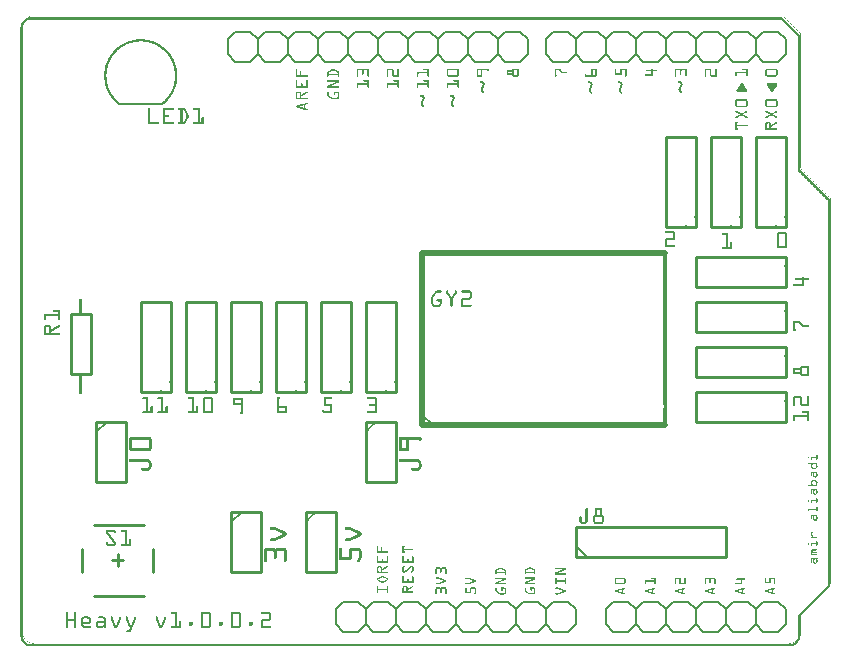
<source format=gto>
G04 MADE WITH FRITZING*
G04 WWW.FRITZING.ORG*
G04 DOUBLE SIDED*
G04 HOLES PLATED*
G04 CONTOUR ON CENTER OF CONTOUR VECTOR*
%ASAXBY*%
%FSLAX23Y23*%
%MOIN*%
%OFA0B0*%
%SFA1.0B1.0*%
%ADD10C,0.010000*%
%ADD11C,0.005000*%
%ADD12C,0.020011*%
%ADD13C,0.005768*%
%ADD14C,0.006000*%
%ADD15R,0.001000X0.001000*%
%LNSILK1*%
G90*
G70*
G54D10*
X445Y324D02*
X445Y246D01*
D02*
X248Y403D02*
X415Y403D01*
D02*
X248Y167D02*
X415Y167D01*
D02*
X209Y324D02*
X209Y246D01*
D02*
X327Y305D02*
X327Y265D01*
D02*
X346Y285D02*
X307Y285D01*
D02*
X172Y906D02*
X172Y1106D01*
D02*
X172Y1106D02*
X238Y1106D01*
D02*
X238Y1106D02*
X238Y906D01*
D02*
X238Y906D02*
X172Y906D01*
D02*
X1855Y296D02*
X2355Y296D01*
D02*
X2355Y296D02*
X2355Y396D01*
D02*
X2355Y396D02*
X1855Y396D01*
D02*
X1855Y396D02*
X1855Y296D01*
G54D11*
D02*
X1890Y296D02*
X1855Y331D01*
G54D10*
D02*
X955Y446D02*
X955Y246D01*
D02*
X955Y246D02*
X1055Y246D01*
D02*
X1055Y246D02*
X1055Y446D01*
D02*
X1055Y446D02*
X955Y446D01*
D02*
X705Y446D02*
X705Y246D01*
D02*
X705Y246D02*
X805Y246D01*
D02*
X805Y246D02*
X805Y446D01*
D02*
X805Y446D02*
X705Y446D01*
G54D11*
D02*
X705Y411D02*
X740Y446D01*
G54D10*
D02*
X1155Y746D02*
X1155Y546D01*
D02*
X1155Y546D02*
X1255Y546D01*
D02*
X1255Y546D02*
X1255Y746D01*
D02*
X1255Y746D02*
X1155Y746D01*
D02*
X255Y746D02*
X255Y546D01*
D02*
X255Y546D02*
X355Y546D01*
D02*
X355Y546D02*
X355Y746D01*
D02*
X355Y746D02*
X255Y746D01*
G54D11*
D02*
X255Y711D02*
X290Y746D01*
G54D12*
D02*
X1343Y737D02*
X2153Y737D01*
D02*
X2153Y1310D02*
X1343Y1310D01*
D02*
X1343Y1310D02*
X1343Y737D01*
G54D13*
D02*
X1378Y737D02*
X1343Y770D01*
G54D10*
D02*
X2555Y1396D02*
X2555Y1696D01*
D02*
X2555Y1696D02*
X2455Y1696D01*
D02*
X2455Y1696D02*
X2455Y1396D01*
D02*
X2455Y1396D02*
X2555Y1396D01*
D02*
X2405Y1396D02*
X2405Y1696D01*
D02*
X2405Y1696D02*
X2305Y1696D01*
D02*
X2305Y1696D02*
X2305Y1396D01*
D02*
X2305Y1396D02*
X2405Y1396D01*
D02*
X2255Y1396D02*
X2255Y1696D01*
D02*
X2255Y1696D02*
X2155Y1696D01*
D02*
X2155Y1696D02*
X2155Y1396D01*
D02*
X2155Y1396D02*
X2255Y1396D01*
D02*
X2555Y1296D02*
X2255Y1296D01*
D02*
X2255Y1296D02*
X2255Y1196D01*
D02*
X2255Y1196D02*
X2555Y1196D01*
D02*
X2555Y1196D02*
X2555Y1296D01*
D02*
X2555Y1146D02*
X2255Y1146D01*
D02*
X2255Y1146D02*
X2255Y1046D01*
D02*
X2255Y1046D02*
X2555Y1046D01*
D02*
X2555Y1046D02*
X2555Y1146D01*
D02*
X2555Y996D02*
X2255Y996D01*
D02*
X2255Y996D02*
X2255Y896D01*
D02*
X2255Y896D02*
X2555Y896D01*
D02*
X2555Y896D02*
X2555Y996D01*
D02*
X2555Y846D02*
X2255Y846D01*
D02*
X2255Y846D02*
X2255Y746D01*
D02*
X2255Y746D02*
X2555Y746D01*
D02*
X2555Y746D02*
X2555Y846D01*
D02*
X1255Y846D02*
X1255Y1146D01*
D02*
X1255Y1146D02*
X1155Y1146D01*
D02*
X1155Y1146D02*
X1155Y846D01*
D02*
X1155Y846D02*
X1255Y846D01*
D02*
X1105Y846D02*
X1105Y1146D01*
D02*
X1105Y1146D02*
X1005Y1146D01*
D02*
X1005Y1146D02*
X1005Y846D01*
D02*
X1005Y846D02*
X1105Y846D01*
D02*
X955Y846D02*
X955Y1146D01*
D02*
X955Y1146D02*
X855Y1146D01*
D02*
X855Y1146D02*
X855Y846D01*
D02*
X855Y846D02*
X955Y846D01*
D02*
X805Y846D02*
X805Y1146D01*
D02*
X805Y1146D02*
X705Y1146D01*
D02*
X705Y1146D02*
X705Y846D01*
D02*
X705Y846D02*
X805Y846D01*
D02*
X655Y846D02*
X655Y1146D01*
D02*
X655Y1146D02*
X555Y1146D01*
D02*
X555Y1146D02*
X555Y846D01*
D02*
X555Y846D02*
X655Y846D01*
D02*
X505Y846D02*
X505Y1146D01*
D02*
X505Y1146D02*
X405Y1146D01*
D02*
X405Y1146D02*
X405Y846D01*
D02*
X405Y846D02*
X505Y846D01*
G54D14*
D02*
X2279Y146D02*
X2329Y146D01*
D02*
X2329Y146D02*
X2354Y121D01*
D02*
X2354Y121D02*
X2354Y71D01*
D02*
X2354Y71D02*
X2329Y46D01*
D02*
X2354Y121D02*
X2379Y146D01*
D02*
X2379Y146D02*
X2429Y146D01*
D02*
X2429Y146D02*
X2454Y121D01*
D02*
X2454Y121D02*
X2454Y71D01*
D02*
X2454Y71D02*
X2429Y46D01*
D02*
X2429Y46D02*
X2379Y46D01*
D02*
X2379Y46D02*
X2354Y71D01*
D02*
X2154Y121D02*
X2179Y146D01*
D02*
X2179Y146D02*
X2229Y146D01*
D02*
X2229Y146D02*
X2254Y121D01*
D02*
X2254Y121D02*
X2254Y71D01*
D02*
X2254Y71D02*
X2229Y46D01*
D02*
X2229Y46D02*
X2179Y46D01*
D02*
X2179Y46D02*
X2154Y71D01*
D02*
X2279Y146D02*
X2254Y121D01*
D02*
X2254Y71D02*
X2279Y46D01*
D02*
X2329Y46D02*
X2279Y46D01*
D02*
X1979Y146D02*
X2029Y146D01*
D02*
X2029Y146D02*
X2054Y121D01*
D02*
X2054Y121D02*
X2054Y71D01*
D02*
X2054Y71D02*
X2029Y46D01*
D02*
X2054Y121D02*
X2079Y146D01*
D02*
X2079Y146D02*
X2129Y146D01*
D02*
X2129Y146D02*
X2154Y121D01*
D02*
X2154Y121D02*
X2154Y71D01*
D02*
X2154Y71D02*
X2129Y46D01*
D02*
X2129Y46D02*
X2079Y46D01*
D02*
X2079Y46D02*
X2054Y71D01*
D02*
X1954Y121D02*
X1954Y71D01*
D02*
X1979Y146D02*
X1954Y121D01*
D02*
X1954Y71D02*
X1979Y46D01*
D02*
X2029Y46D02*
X1979Y46D01*
D02*
X2479Y146D02*
X2529Y146D01*
D02*
X2529Y146D02*
X2554Y121D01*
D02*
X2554Y121D02*
X2554Y71D01*
D02*
X2554Y71D02*
X2529Y46D01*
D02*
X2479Y146D02*
X2454Y121D01*
D02*
X2454Y71D02*
X2479Y46D01*
D02*
X2529Y46D02*
X2479Y46D01*
D02*
X869Y1946D02*
X819Y1946D01*
D02*
X1069Y1946D02*
X1019Y1946D01*
D02*
X969Y1946D02*
X919Y1946D01*
D02*
X1169Y1946D02*
X1119Y1946D01*
D02*
X1369Y1946D02*
X1319Y1946D01*
D02*
X1269Y1946D02*
X1219Y1946D01*
D02*
X1469Y1946D02*
X1419Y1946D01*
D02*
X1669Y1946D02*
X1619Y1946D01*
D02*
X1569Y1946D02*
X1519Y1946D01*
D02*
X769Y1946D02*
X719Y1946D01*
D02*
X894Y1971D02*
X869Y1946D01*
D02*
X819Y1946D02*
X794Y1971D01*
D02*
X794Y1971D02*
X794Y2021D01*
D02*
X794Y2021D02*
X819Y2046D01*
D02*
X819Y2046D02*
X869Y2046D01*
D02*
X869Y2046D02*
X894Y2021D01*
D02*
X1019Y1946D02*
X994Y1971D01*
D02*
X994Y1971D02*
X994Y2021D01*
D02*
X994Y2021D02*
X1019Y2046D01*
D02*
X994Y1971D02*
X969Y1946D01*
D02*
X919Y1946D02*
X894Y1971D01*
D02*
X894Y1971D02*
X894Y2021D01*
D02*
X894Y2021D02*
X919Y2046D01*
D02*
X919Y2046D02*
X969Y2046D01*
D02*
X969Y2046D02*
X994Y2021D01*
D02*
X1194Y1971D02*
X1169Y1946D01*
D02*
X1119Y1946D02*
X1094Y1971D01*
D02*
X1094Y1971D02*
X1094Y2021D01*
D02*
X1094Y2021D02*
X1119Y2046D01*
D02*
X1119Y2046D02*
X1169Y2046D01*
D02*
X1169Y2046D02*
X1194Y2021D01*
D02*
X1069Y1946D02*
X1094Y1971D01*
D02*
X1094Y2021D02*
X1069Y2046D01*
D02*
X1019Y2046D02*
X1069Y2046D01*
D02*
X1319Y1946D02*
X1294Y1971D01*
D02*
X1294Y1971D02*
X1294Y2021D01*
D02*
X1294Y2021D02*
X1319Y2046D01*
D02*
X1294Y1971D02*
X1269Y1946D01*
D02*
X1219Y1946D02*
X1194Y1971D01*
D02*
X1194Y1971D02*
X1194Y2021D01*
D02*
X1194Y2021D02*
X1219Y2046D01*
D02*
X1219Y2046D02*
X1269Y2046D01*
D02*
X1269Y2046D02*
X1294Y2021D01*
D02*
X1494Y1971D02*
X1469Y1946D01*
D02*
X1419Y1946D02*
X1394Y1971D01*
D02*
X1394Y1971D02*
X1394Y2021D01*
D02*
X1394Y2021D02*
X1419Y2046D01*
D02*
X1419Y2046D02*
X1469Y2046D01*
D02*
X1469Y2046D02*
X1494Y2021D01*
D02*
X1369Y1946D02*
X1394Y1971D01*
D02*
X1394Y2021D02*
X1369Y2046D01*
D02*
X1319Y2046D02*
X1369Y2046D01*
D02*
X1619Y1946D02*
X1594Y1971D01*
D02*
X1594Y1971D02*
X1594Y2021D01*
D02*
X1594Y2021D02*
X1619Y2046D01*
D02*
X1594Y1971D02*
X1569Y1946D01*
D02*
X1519Y1946D02*
X1494Y1971D01*
D02*
X1494Y1971D02*
X1494Y2021D01*
D02*
X1494Y2021D02*
X1519Y2046D01*
D02*
X1519Y2046D02*
X1569Y2046D01*
D02*
X1569Y2046D02*
X1594Y2021D01*
D02*
X1694Y1971D02*
X1694Y2021D01*
D02*
X1669Y1946D02*
X1694Y1971D01*
D02*
X1694Y2021D02*
X1669Y2046D01*
D02*
X1619Y2046D02*
X1669Y2046D01*
D02*
X719Y1946D02*
X694Y1971D01*
D02*
X694Y1971D02*
X694Y2021D01*
D02*
X694Y2021D02*
X719Y2046D01*
D02*
X769Y1946D02*
X794Y1971D01*
D02*
X794Y2021D02*
X769Y2046D01*
D02*
X719Y2046D02*
X769Y2046D01*
D02*
X1929Y1946D02*
X1879Y1946D01*
D02*
X1879Y1946D02*
X1854Y1971D01*
D02*
X1854Y1971D02*
X1854Y2021D01*
D02*
X1854Y2021D02*
X1879Y2046D01*
D02*
X2054Y1971D02*
X2029Y1946D01*
D02*
X2029Y1946D02*
X1979Y1946D01*
D02*
X1979Y1946D02*
X1954Y1971D01*
D02*
X1954Y1971D02*
X1954Y2021D01*
D02*
X1954Y2021D02*
X1979Y2046D01*
D02*
X1979Y2046D02*
X2029Y2046D01*
D02*
X2029Y2046D02*
X2054Y2021D01*
D02*
X1929Y1946D02*
X1954Y1971D01*
D02*
X1954Y2021D02*
X1929Y2046D01*
D02*
X1879Y2046D02*
X1929Y2046D01*
D02*
X2229Y1946D02*
X2179Y1946D01*
D02*
X2179Y1946D02*
X2154Y1971D01*
D02*
X2154Y1971D02*
X2154Y2021D01*
D02*
X2154Y2021D02*
X2179Y2046D01*
D02*
X2154Y1971D02*
X2129Y1946D01*
D02*
X2129Y1946D02*
X2079Y1946D01*
D02*
X2079Y1946D02*
X2054Y1971D01*
D02*
X2054Y1971D02*
X2054Y2021D01*
D02*
X2054Y2021D02*
X2079Y2046D01*
D02*
X2079Y2046D02*
X2129Y2046D01*
D02*
X2129Y2046D02*
X2154Y2021D01*
D02*
X2354Y1971D02*
X2329Y1946D01*
D02*
X2329Y1946D02*
X2279Y1946D01*
D02*
X2279Y1946D02*
X2254Y1971D01*
D02*
X2254Y1971D02*
X2254Y2021D01*
D02*
X2254Y2021D02*
X2279Y2046D01*
D02*
X2279Y2046D02*
X2329Y2046D01*
D02*
X2329Y2046D02*
X2354Y2021D01*
D02*
X2229Y1946D02*
X2254Y1971D01*
D02*
X2254Y2021D02*
X2229Y2046D01*
D02*
X2179Y2046D02*
X2229Y2046D01*
D02*
X2529Y1946D02*
X2479Y1946D01*
D02*
X2479Y1946D02*
X2454Y1971D01*
D02*
X2454Y1971D02*
X2454Y2021D01*
D02*
X2454Y2021D02*
X2479Y2046D01*
D02*
X2454Y1971D02*
X2429Y1946D01*
D02*
X2429Y1946D02*
X2379Y1946D01*
D02*
X2379Y1946D02*
X2354Y1971D01*
D02*
X2354Y1971D02*
X2354Y2021D01*
D02*
X2354Y2021D02*
X2379Y2046D01*
D02*
X2379Y2046D02*
X2429Y2046D01*
D02*
X2429Y2046D02*
X2454Y2021D01*
D02*
X2554Y1971D02*
X2554Y2021D01*
D02*
X2529Y1946D02*
X2554Y1971D01*
D02*
X2554Y2021D02*
X2529Y2046D01*
D02*
X2479Y2046D02*
X2529Y2046D01*
D02*
X1829Y1946D02*
X1779Y1946D01*
D02*
X1779Y1946D02*
X1754Y1971D01*
D02*
X1754Y1971D02*
X1754Y2021D01*
D02*
X1754Y2021D02*
X1779Y2046D01*
D02*
X1829Y1946D02*
X1854Y1971D01*
D02*
X1854Y2021D02*
X1829Y2046D01*
D02*
X1779Y2046D02*
X1829Y2046D01*
D02*
X1679Y146D02*
X1729Y146D01*
D02*
X1729Y146D02*
X1754Y121D01*
D02*
X1754Y121D02*
X1754Y71D01*
D02*
X1754Y71D02*
X1729Y46D01*
D02*
X1554Y121D02*
X1579Y146D01*
D02*
X1579Y146D02*
X1629Y146D01*
D02*
X1629Y146D02*
X1654Y121D01*
D02*
X1654Y121D02*
X1654Y71D01*
D02*
X1654Y71D02*
X1629Y46D01*
D02*
X1629Y46D02*
X1579Y46D01*
D02*
X1579Y46D02*
X1554Y71D01*
D02*
X1679Y146D02*
X1654Y121D01*
D02*
X1654Y71D02*
X1679Y46D01*
D02*
X1729Y46D02*
X1679Y46D01*
D02*
X1379Y146D02*
X1429Y146D01*
D02*
X1429Y146D02*
X1454Y121D01*
D02*
X1454Y121D02*
X1454Y71D01*
D02*
X1454Y71D02*
X1429Y46D01*
D02*
X1454Y121D02*
X1479Y146D01*
D02*
X1479Y146D02*
X1529Y146D01*
D02*
X1529Y146D02*
X1554Y121D01*
D02*
X1554Y121D02*
X1554Y71D01*
D02*
X1554Y71D02*
X1529Y46D01*
D02*
X1529Y46D02*
X1479Y46D01*
D02*
X1479Y46D02*
X1454Y71D01*
D02*
X1254Y121D02*
X1279Y146D01*
D02*
X1279Y146D02*
X1329Y146D01*
D02*
X1329Y146D02*
X1354Y121D01*
D02*
X1354Y121D02*
X1354Y71D01*
D02*
X1354Y71D02*
X1329Y46D01*
D02*
X1329Y46D02*
X1279Y46D01*
D02*
X1279Y46D02*
X1254Y71D01*
D02*
X1379Y146D02*
X1354Y121D01*
D02*
X1354Y71D02*
X1379Y46D01*
D02*
X1429Y46D02*
X1379Y46D01*
D02*
X1079Y146D02*
X1129Y146D01*
D02*
X1129Y146D02*
X1154Y121D01*
D02*
X1154Y121D02*
X1154Y71D01*
D02*
X1154Y71D02*
X1129Y46D01*
D02*
X1154Y121D02*
X1179Y146D01*
D02*
X1179Y146D02*
X1229Y146D01*
D02*
X1229Y146D02*
X1254Y121D01*
D02*
X1254Y121D02*
X1254Y71D01*
D02*
X1254Y71D02*
X1229Y46D01*
D02*
X1229Y46D02*
X1179Y46D01*
D02*
X1179Y46D02*
X1154Y71D01*
D02*
X1054Y121D02*
X1054Y71D01*
D02*
X1079Y146D02*
X1054Y121D01*
D02*
X1054Y71D02*
X1079Y46D01*
D02*
X1129Y46D02*
X1079Y46D01*
D02*
X1779Y146D02*
X1829Y146D01*
D02*
X1829Y146D02*
X1854Y121D01*
D02*
X1854Y121D02*
X1854Y71D01*
D02*
X1854Y71D02*
X1829Y46D01*
D02*
X1779Y146D02*
X1754Y121D01*
D02*
X1754Y71D02*
X1779Y46D01*
D02*
X1829Y46D02*
X1779Y46D01*
G54D15*
X39Y2100D02*
X2544Y2100D01*
X35Y2099D02*
X38Y2099D01*
X2544Y2099D02*
X2545Y2099D01*
X33Y2098D02*
X34Y2098D01*
X2545Y2098D02*
X2546Y2098D01*
X30Y2097D02*
X32Y2097D01*
X2546Y2097D02*
X2547Y2097D01*
X29Y2096D02*
X30Y2096D01*
X42Y2096D02*
X42Y2096D01*
X2547Y2096D02*
X2548Y2096D01*
X27Y2095D02*
X28Y2095D01*
X34Y2095D02*
X2541Y2095D01*
X2548Y2095D02*
X2549Y2095D01*
X25Y2094D02*
X26Y2094D01*
X30Y2094D02*
X2542Y2094D01*
X2549Y2094D02*
X2550Y2094D01*
X24Y2093D02*
X25Y2093D01*
X27Y2093D02*
X2543Y2093D01*
X2550Y2093D02*
X2551Y2093D01*
X23Y2092D02*
X23Y2092D01*
X25Y2092D02*
X2544Y2092D01*
X2551Y2092D02*
X2552Y2092D01*
X22Y2091D02*
X2545Y2091D01*
X2552Y2091D02*
X2553Y2091D01*
X21Y2090D02*
X2546Y2090D01*
X2553Y2090D02*
X2554Y2090D01*
X20Y2089D02*
X2547Y2089D01*
X2554Y2089D02*
X2555Y2089D01*
X19Y2088D02*
X40Y2088D01*
X43Y2088D02*
X2548Y2088D01*
X2555Y2088D02*
X2556Y2088D01*
X17Y2087D02*
X33Y2087D01*
X2539Y2087D02*
X2549Y2087D01*
X2556Y2087D02*
X2557Y2087D01*
X16Y2086D02*
X30Y2086D01*
X2540Y2086D02*
X2550Y2086D01*
X2557Y2086D02*
X2558Y2086D01*
X15Y2085D02*
X28Y2085D01*
X2541Y2085D02*
X2551Y2085D01*
X2558Y2085D02*
X2559Y2085D01*
X14Y2084D02*
X26Y2084D01*
X2542Y2084D02*
X2552Y2084D01*
X2559Y2084D02*
X2560Y2084D01*
X13Y2083D02*
X24Y2083D01*
X2543Y2083D02*
X2553Y2083D01*
X2560Y2083D02*
X2561Y2083D01*
X12Y2082D02*
X23Y2082D01*
X2544Y2082D02*
X2554Y2082D01*
X2561Y2082D02*
X2562Y2082D01*
X11Y2081D02*
X22Y2081D01*
X2545Y2081D02*
X2555Y2081D01*
X2562Y2081D02*
X2563Y2081D01*
X11Y2080D02*
X20Y2080D01*
X2546Y2080D02*
X2556Y2080D01*
X2563Y2080D02*
X2564Y2080D01*
X10Y2079D02*
X19Y2079D01*
X2547Y2079D02*
X2557Y2079D01*
X2564Y2079D02*
X2565Y2079D01*
X9Y2078D02*
X18Y2078D01*
X2548Y2078D02*
X2558Y2078D01*
X2565Y2078D02*
X2566Y2078D01*
X9Y2077D02*
X18Y2077D01*
X2549Y2077D02*
X2559Y2077D01*
X2566Y2077D02*
X2567Y2077D01*
X8Y2076D02*
X17Y2076D01*
X2550Y2076D02*
X2560Y2076D01*
X2567Y2076D02*
X2568Y2076D01*
X8Y2075D02*
X16Y2075D01*
X2551Y2075D02*
X2561Y2075D01*
X2568Y2075D02*
X2569Y2075D01*
X7Y2074D02*
X15Y2074D01*
X2552Y2074D02*
X2562Y2074D01*
X2569Y2074D02*
X2570Y2074D01*
X7Y2073D02*
X15Y2073D01*
X2553Y2073D02*
X2563Y2073D01*
X2570Y2073D02*
X2571Y2073D01*
X6Y2072D02*
X14Y2072D01*
X2554Y2072D02*
X2564Y2072D01*
X2571Y2072D02*
X2572Y2072D01*
X6Y2071D02*
X13Y2071D01*
X2555Y2071D02*
X2565Y2071D01*
X2572Y2071D02*
X2573Y2071D01*
X5Y2070D02*
X13Y2070D01*
X2556Y2070D02*
X2566Y2070D01*
X2573Y2070D02*
X2574Y2070D01*
X5Y2069D02*
X13Y2069D01*
X2557Y2069D02*
X2567Y2069D01*
X2574Y2069D02*
X2575Y2069D01*
X5Y2068D02*
X12Y2068D01*
X2558Y2068D02*
X2568Y2068D01*
X2575Y2068D02*
X2576Y2068D01*
X5Y2067D02*
X12Y2067D01*
X2559Y2067D02*
X2569Y2067D01*
X2576Y2067D02*
X2577Y2067D01*
X4Y2066D02*
X11Y2066D01*
X2560Y2066D02*
X2570Y2066D01*
X2577Y2066D02*
X2578Y2066D01*
X4Y2065D02*
X11Y2065D01*
X2561Y2065D02*
X2571Y2065D01*
X2578Y2065D02*
X2579Y2065D01*
X4Y2064D02*
X11Y2064D01*
X2562Y2064D02*
X2572Y2064D01*
X2579Y2064D02*
X2580Y2064D01*
X4Y2063D02*
X11Y2063D01*
X2563Y2063D02*
X2573Y2063D01*
X2580Y2063D02*
X2581Y2063D01*
X4Y2062D02*
X11Y2062D01*
X2564Y2062D02*
X2574Y2062D01*
X2581Y2062D02*
X2582Y2062D01*
X3Y2061D02*
X11Y2061D01*
X2565Y2061D02*
X2575Y2061D01*
X2582Y2061D02*
X2583Y2061D01*
X3Y2060D02*
X11Y2060D01*
X2566Y2060D02*
X2576Y2060D01*
X2583Y2060D02*
X2584Y2060D01*
X3Y2059D02*
X11Y2059D01*
X2567Y2059D02*
X2577Y2059D01*
X2584Y2059D02*
X2585Y2059D01*
X3Y2058D02*
X11Y2058D01*
X2568Y2058D02*
X2578Y2058D01*
X2585Y2058D02*
X2586Y2058D01*
X3Y2057D02*
X11Y2057D01*
X2569Y2057D02*
X2579Y2057D01*
X2586Y2057D02*
X2587Y2057D01*
X3Y2056D02*
X11Y2056D01*
X2570Y2056D02*
X2580Y2056D01*
X2587Y2056D02*
X2588Y2056D01*
X3Y2055D02*
X11Y2055D01*
X2571Y2055D02*
X2581Y2055D01*
X2588Y2055D02*
X2589Y2055D01*
X3Y2054D02*
X11Y2054D01*
X2572Y2054D02*
X2582Y2054D01*
X2589Y2054D02*
X2590Y2054D01*
X3Y2053D02*
X11Y2053D01*
X2573Y2053D02*
X2583Y2053D01*
X2590Y2053D02*
X2591Y2053D01*
X3Y2052D02*
X11Y2052D01*
X2574Y2052D02*
X2584Y2052D01*
X2591Y2052D02*
X2592Y2052D01*
X3Y2051D02*
X11Y2051D01*
X2575Y2051D02*
X2585Y2051D01*
X2592Y2051D02*
X2593Y2051D01*
X3Y2050D02*
X11Y2050D01*
X2576Y2050D02*
X2586Y2050D01*
X2593Y2050D02*
X2594Y2050D01*
X3Y2049D02*
X11Y2049D01*
X2577Y2049D02*
X2587Y2049D01*
X2594Y2049D02*
X2595Y2049D01*
X3Y2048D02*
X11Y2048D01*
X2578Y2048D02*
X2588Y2048D01*
X2595Y2048D02*
X2596Y2048D01*
X3Y2047D02*
X11Y2047D01*
X2579Y2047D02*
X2589Y2047D01*
X2596Y2047D02*
X2597Y2047D01*
X3Y2046D02*
X11Y2046D01*
X2580Y2046D02*
X2590Y2046D01*
X2597Y2046D02*
X2598Y2046D01*
X3Y2045D02*
X11Y2045D01*
X2581Y2045D02*
X2591Y2045D01*
X2598Y2045D02*
X2599Y2045D01*
X3Y2044D02*
X11Y2044D01*
X2582Y2044D02*
X2592Y2044D01*
X2599Y2044D02*
X2600Y2044D01*
X3Y2043D02*
X11Y2043D01*
X2583Y2043D02*
X2593Y2043D01*
X2600Y2043D02*
X2601Y2043D01*
X3Y2042D02*
X11Y2042D01*
X2584Y2042D02*
X2594Y2042D01*
X2601Y2042D02*
X2602Y2042D01*
X3Y2041D02*
X11Y2041D01*
X2585Y2041D02*
X2595Y2041D01*
X2602Y2041D02*
X2603Y2041D01*
X3Y2040D02*
X11Y2040D01*
X2586Y2040D02*
X2596Y2040D01*
X2603Y2040D02*
X2603Y2040D01*
X3Y2039D02*
X11Y2039D01*
X2587Y2039D02*
X2597Y2039D01*
X2603Y2039D02*
X2603Y2039D01*
X3Y2038D02*
X11Y2038D01*
X2588Y2038D02*
X2598Y2038D01*
X2603Y2038D02*
X2603Y2038D01*
X3Y2037D02*
X11Y2037D01*
X2589Y2037D02*
X2599Y2037D01*
X2603Y2037D02*
X2603Y2037D01*
X3Y2036D02*
X11Y2036D01*
X2590Y2036D02*
X2600Y2036D01*
X2603Y2036D02*
X2603Y2036D01*
X3Y2035D02*
X11Y2035D01*
X2591Y2035D02*
X2601Y2035D01*
X2603Y2035D02*
X2603Y2035D01*
X3Y2034D02*
X11Y2034D01*
X2592Y2034D02*
X2603Y2034D01*
X3Y2033D02*
X11Y2033D01*
X2593Y2033D02*
X2603Y2033D01*
X3Y2032D02*
X11Y2032D01*
X2594Y2032D02*
X2603Y2032D01*
X3Y2031D02*
X11Y2031D01*
X2595Y2031D02*
X2603Y2031D01*
X3Y2030D02*
X11Y2030D01*
X2595Y2030D02*
X2603Y2030D01*
X3Y2029D02*
X11Y2029D01*
X2595Y2029D02*
X2603Y2029D01*
X3Y2028D02*
X11Y2028D01*
X2595Y2028D02*
X2603Y2028D01*
X3Y2027D02*
X11Y2027D01*
X2595Y2027D02*
X2603Y2027D01*
X3Y2026D02*
X11Y2026D01*
X2595Y2026D02*
X2603Y2026D01*
X3Y2025D02*
X11Y2025D01*
X2595Y2025D02*
X2603Y2025D01*
X3Y2024D02*
X11Y2024D01*
X2595Y2024D02*
X2603Y2024D01*
X3Y2023D02*
X11Y2023D01*
X2595Y2023D02*
X2603Y2023D01*
X3Y2022D02*
X11Y2022D01*
X404Y2022D02*
X405Y2022D01*
X2595Y2022D02*
X2603Y2022D01*
X3Y2021D02*
X11Y2021D01*
X389Y2021D02*
X419Y2021D01*
X2595Y2021D02*
X2603Y2021D01*
X3Y2020D02*
X11Y2020D01*
X382Y2020D02*
X425Y2020D01*
X2595Y2020D02*
X2603Y2020D01*
X3Y2019D02*
X11Y2019D01*
X378Y2019D02*
X430Y2019D01*
X2595Y2019D02*
X2603Y2019D01*
X3Y2018D02*
X11Y2018D01*
X374Y2018D02*
X434Y2018D01*
X2595Y2018D02*
X2603Y2018D01*
X3Y2017D02*
X11Y2017D01*
X370Y2017D02*
X438Y2017D01*
X2595Y2017D02*
X2603Y2017D01*
X3Y2016D02*
X11Y2016D01*
X367Y2016D02*
X441Y2016D01*
X2595Y2016D02*
X2603Y2016D01*
X3Y2015D02*
X11Y2015D01*
X364Y2015D02*
X444Y2015D01*
X2595Y2015D02*
X2603Y2015D01*
X3Y2014D02*
X11Y2014D01*
X361Y2014D02*
X398Y2014D01*
X411Y2014D02*
X447Y2014D01*
X2595Y2014D02*
X2603Y2014D01*
X3Y2013D02*
X11Y2013D01*
X359Y2013D02*
X387Y2013D01*
X421Y2013D02*
X449Y2013D01*
X2595Y2013D02*
X2603Y2013D01*
X3Y2012D02*
X11Y2012D01*
X356Y2012D02*
X381Y2012D01*
X427Y2012D02*
X452Y2012D01*
X2595Y2012D02*
X2603Y2012D01*
X3Y2011D02*
X11Y2011D01*
X354Y2011D02*
X377Y2011D01*
X432Y2011D02*
X454Y2011D01*
X2595Y2011D02*
X2603Y2011D01*
X3Y2010D02*
X11Y2010D01*
X352Y2010D02*
X373Y2010D01*
X435Y2010D02*
X456Y2010D01*
X2595Y2010D02*
X2603Y2010D01*
X3Y2009D02*
X11Y2009D01*
X350Y2009D02*
X370Y2009D01*
X439Y2009D02*
X458Y2009D01*
X2595Y2009D02*
X2603Y2009D01*
X3Y2008D02*
X11Y2008D01*
X348Y2008D02*
X366Y2008D01*
X442Y2008D02*
X460Y2008D01*
X2595Y2008D02*
X2603Y2008D01*
X3Y2007D02*
X11Y2007D01*
X346Y2007D02*
X364Y2007D01*
X445Y2007D02*
X462Y2007D01*
X2595Y2007D02*
X2603Y2007D01*
X3Y2006D02*
X11Y2006D01*
X344Y2006D02*
X361Y2006D01*
X447Y2006D02*
X464Y2006D01*
X2595Y2006D02*
X2603Y2006D01*
X3Y2005D02*
X11Y2005D01*
X342Y2005D02*
X359Y2005D01*
X449Y2005D02*
X466Y2005D01*
X2595Y2005D02*
X2603Y2005D01*
X3Y2004D02*
X11Y2004D01*
X341Y2004D02*
X356Y2004D01*
X452Y2004D02*
X467Y2004D01*
X2595Y2004D02*
X2603Y2004D01*
X3Y2003D02*
X11Y2003D01*
X339Y2003D02*
X354Y2003D01*
X454Y2003D02*
X469Y2003D01*
X2595Y2003D02*
X2603Y2003D01*
X3Y2002D02*
X11Y2002D01*
X338Y2002D02*
X352Y2002D01*
X456Y2002D02*
X470Y2002D01*
X2595Y2002D02*
X2603Y2002D01*
X3Y2001D02*
X11Y2001D01*
X336Y2001D02*
X350Y2001D01*
X458Y2001D02*
X472Y2001D01*
X2595Y2001D02*
X2603Y2001D01*
X3Y2000D02*
X11Y2000D01*
X335Y2000D02*
X348Y2000D01*
X460Y2000D02*
X473Y2000D01*
X2595Y2000D02*
X2603Y2000D01*
X3Y1999D02*
X11Y1999D01*
X333Y1999D02*
X346Y1999D01*
X461Y1999D02*
X475Y1999D01*
X2595Y1999D02*
X2603Y1999D01*
X3Y1998D02*
X11Y1998D01*
X332Y1998D02*
X345Y1998D01*
X463Y1998D02*
X476Y1998D01*
X2595Y1998D02*
X2603Y1998D01*
X3Y1997D02*
X11Y1997D01*
X331Y1997D02*
X343Y1997D01*
X465Y1997D02*
X478Y1997D01*
X2595Y1997D02*
X2603Y1997D01*
X3Y1996D02*
X11Y1996D01*
X329Y1996D02*
X342Y1996D01*
X466Y1996D02*
X479Y1996D01*
X2595Y1996D02*
X2603Y1996D01*
X3Y1995D02*
X11Y1995D01*
X328Y1995D02*
X340Y1995D01*
X468Y1995D02*
X480Y1995D01*
X2595Y1995D02*
X2603Y1995D01*
X3Y1994D02*
X11Y1994D01*
X327Y1994D02*
X339Y1994D01*
X469Y1994D02*
X481Y1994D01*
X2595Y1994D02*
X2603Y1994D01*
X3Y1993D02*
X11Y1993D01*
X326Y1993D02*
X337Y1993D01*
X471Y1993D02*
X483Y1993D01*
X2595Y1993D02*
X2603Y1993D01*
X3Y1992D02*
X11Y1992D01*
X324Y1992D02*
X336Y1992D01*
X472Y1992D02*
X484Y1992D01*
X2595Y1992D02*
X2603Y1992D01*
X3Y1991D02*
X11Y1991D01*
X323Y1991D02*
X335Y1991D01*
X473Y1991D02*
X485Y1991D01*
X2595Y1991D02*
X2603Y1991D01*
X3Y1990D02*
X11Y1990D01*
X322Y1990D02*
X333Y1990D01*
X475Y1990D02*
X486Y1990D01*
X2595Y1990D02*
X2603Y1990D01*
X3Y1989D02*
X11Y1989D01*
X321Y1989D02*
X332Y1989D01*
X476Y1989D02*
X487Y1989D01*
X2595Y1989D02*
X2603Y1989D01*
X3Y1988D02*
X11Y1988D01*
X320Y1988D02*
X331Y1988D01*
X477Y1988D02*
X488Y1988D01*
X2595Y1988D02*
X2603Y1988D01*
X3Y1987D02*
X11Y1987D01*
X319Y1987D02*
X330Y1987D01*
X478Y1987D02*
X489Y1987D01*
X2595Y1987D02*
X2603Y1987D01*
X3Y1986D02*
X11Y1986D01*
X318Y1986D02*
X328Y1986D01*
X480Y1986D02*
X490Y1986D01*
X2595Y1986D02*
X2603Y1986D01*
X3Y1985D02*
X11Y1985D01*
X317Y1985D02*
X327Y1985D01*
X481Y1985D02*
X491Y1985D01*
X2595Y1985D02*
X2603Y1985D01*
X3Y1984D02*
X11Y1984D01*
X316Y1984D02*
X326Y1984D01*
X482Y1984D02*
X492Y1984D01*
X2595Y1984D02*
X2603Y1984D01*
X3Y1983D02*
X11Y1983D01*
X315Y1983D02*
X325Y1983D01*
X483Y1983D02*
X493Y1983D01*
X2595Y1983D02*
X2603Y1983D01*
X3Y1982D02*
X11Y1982D01*
X314Y1982D02*
X324Y1982D01*
X484Y1982D02*
X494Y1982D01*
X2595Y1982D02*
X2603Y1982D01*
X3Y1981D02*
X11Y1981D01*
X313Y1981D02*
X323Y1981D01*
X485Y1981D02*
X495Y1981D01*
X2595Y1981D02*
X2603Y1981D01*
X3Y1980D02*
X11Y1980D01*
X312Y1980D02*
X322Y1980D01*
X486Y1980D02*
X496Y1980D01*
X2595Y1980D02*
X2603Y1980D01*
X3Y1979D02*
X11Y1979D01*
X312Y1979D02*
X321Y1979D01*
X487Y1979D02*
X496Y1979D01*
X2595Y1979D02*
X2603Y1979D01*
X3Y1978D02*
X11Y1978D01*
X311Y1978D02*
X320Y1978D01*
X488Y1978D02*
X497Y1978D01*
X2595Y1978D02*
X2603Y1978D01*
X3Y1977D02*
X11Y1977D01*
X310Y1977D02*
X319Y1977D01*
X489Y1977D02*
X498Y1977D01*
X2595Y1977D02*
X2603Y1977D01*
X3Y1976D02*
X11Y1976D01*
X309Y1976D02*
X318Y1976D01*
X490Y1976D02*
X499Y1976D01*
X2595Y1976D02*
X2603Y1976D01*
X3Y1975D02*
X11Y1975D01*
X308Y1975D02*
X318Y1975D01*
X491Y1975D02*
X500Y1975D01*
X2595Y1975D02*
X2603Y1975D01*
X3Y1974D02*
X11Y1974D01*
X308Y1974D02*
X317Y1974D01*
X491Y1974D02*
X500Y1974D01*
X2595Y1974D02*
X2603Y1974D01*
X3Y1973D02*
X11Y1973D01*
X307Y1973D02*
X316Y1973D01*
X492Y1973D02*
X501Y1973D01*
X2595Y1973D02*
X2603Y1973D01*
X3Y1972D02*
X11Y1972D01*
X306Y1972D02*
X315Y1972D01*
X493Y1972D02*
X502Y1972D01*
X2595Y1972D02*
X2603Y1972D01*
X3Y1971D02*
X11Y1971D01*
X305Y1971D02*
X314Y1971D01*
X494Y1971D02*
X503Y1971D01*
X2595Y1971D02*
X2603Y1971D01*
X3Y1970D02*
X11Y1970D01*
X305Y1970D02*
X313Y1970D01*
X495Y1970D02*
X503Y1970D01*
X2595Y1970D02*
X2603Y1970D01*
X3Y1969D02*
X11Y1969D01*
X304Y1969D02*
X313Y1969D01*
X496Y1969D02*
X504Y1969D01*
X2595Y1969D02*
X2603Y1969D01*
X3Y1968D02*
X11Y1968D01*
X303Y1968D02*
X312Y1968D01*
X496Y1968D02*
X505Y1968D01*
X2595Y1968D02*
X2603Y1968D01*
X3Y1967D02*
X11Y1967D01*
X303Y1967D02*
X311Y1967D01*
X497Y1967D02*
X505Y1967D01*
X2595Y1967D02*
X2603Y1967D01*
X3Y1966D02*
X11Y1966D01*
X302Y1966D02*
X310Y1966D01*
X498Y1966D02*
X506Y1966D01*
X2595Y1966D02*
X2603Y1966D01*
X3Y1965D02*
X11Y1965D01*
X301Y1965D02*
X310Y1965D01*
X498Y1965D02*
X507Y1965D01*
X2595Y1965D02*
X2603Y1965D01*
X3Y1964D02*
X11Y1964D01*
X301Y1964D02*
X309Y1964D01*
X499Y1964D02*
X507Y1964D01*
X2595Y1964D02*
X2603Y1964D01*
X3Y1963D02*
X11Y1963D01*
X300Y1963D02*
X308Y1963D01*
X500Y1963D02*
X508Y1963D01*
X2595Y1963D02*
X2603Y1963D01*
X3Y1962D02*
X11Y1962D01*
X299Y1962D02*
X308Y1962D01*
X500Y1962D02*
X509Y1962D01*
X2595Y1962D02*
X2603Y1962D01*
X3Y1961D02*
X11Y1961D01*
X299Y1961D02*
X307Y1961D01*
X501Y1961D02*
X509Y1961D01*
X2595Y1961D02*
X2603Y1961D01*
X3Y1960D02*
X11Y1960D01*
X298Y1960D02*
X306Y1960D01*
X502Y1960D02*
X510Y1960D01*
X2595Y1960D02*
X2603Y1960D01*
X3Y1959D02*
X11Y1959D01*
X298Y1959D02*
X306Y1959D01*
X502Y1959D02*
X510Y1959D01*
X2595Y1959D02*
X2603Y1959D01*
X3Y1958D02*
X11Y1958D01*
X297Y1958D02*
X305Y1958D01*
X503Y1958D02*
X511Y1958D01*
X2595Y1958D02*
X2603Y1958D01*
X3Y1957D02*
X11Y1957D01*
X297Y1957D02*
X305Y1957D01*
X504Y1957D02*
X511Y1957D01*
X2595Y1957D02*
X2603Y1957D01*
X3Y1956D02*
X11Y1956D01*
X296Y1956D02*
X304Y1956D01*
X504Y1956D02*
X512Y1956D01*
X2595Y1956D02*
X2603Y1956D01*
X3Y1955D02*
X11Y1955D01*
X296Y1955D02*
X303Y1955D01*
X505Y1955D02*
X512Y1955D01*
X2595Y1955D02*
X2603Y1955D01*
X3Y1954D02*
X11Y1954D01*
X295Y1954D02*
X303Y1954D01*
X505Y1954D02*
X513Y1954D01*
X2595Y1954D02*
X2603Y1954D01*
X3Y1953D02*
X11Y1953D01*
X295Y1953D02*
X302Y1953D01*
X506Y1953D02*
X513Y1953D01*
X2595Y1953D02*
X2603Y1953D01*
X3Y1952D02*
X11Y1952D01*
X294Y1952D02*
X302Y1952D01*
X506Y1952D02*
X514Y1952D01*
X2595Y1952D02*
X2603Y1952D01*
X3Y1951D02*
X11Y1951D01*
X294Y1951D02*
X301Y1951D01*
X507Y1951D02*
X514Y1951D01*
X2595Y1951D02*
X2603Y1951D01*
X3Y1950D02*
X11Y1950D01*
X293Y1950D02*
X301Y1950D01*
X507Y1950D02*
X515Y1950D01*
X2595Y1950D02*
X2603Y1950D01*
X3Y1949D02*
X11Y1949D01*
X293Y1949D02*
X300Y1949D01*
X508Y1949D02*
X515Y1949D01*
X2595Y1949D02*
X2603Y1949D01*
X3Y1948D02*
X11Y1948D01*
X292Y1948D02*
X300Y1948D01*
X508Y1948D02*
X516Y1948D01*
X2595Y1948D02*
X2603Y1948D01*
X3Y1947D02*
X11Y1947D01*
X292Y1947D02*
X299Y1947D01*
X509Y1947D02*
X516Y1947D01*
X2595Y1947D02*
X2603Y1947D01*
X3Y1946D02*
X11Y1946D01*
X292Y1946D02*
X299Y1946D01*
X509Y1946D02*
X516Y1946D01*
X2595Y1946D02*
X2603Y1946D01*
X3Y1945D02*
X11Y1945D01*
X291Y1945D02*
X299Y1945D01*
X509Y1945D02*
X517Y1945D01*
X2595Y1945D02*
X2603Y1945D01*
X3Y1944D02*
X11Y1944D01*
X291Y1944D02*
X298Y1944D01*
X510Y1944D02*
X517Y1944D01*
X2595Y1944D02*
X2603Y1944D01*
X3Y1943D02*
X11Y1943D01*
X290Y1943D02*
X298Y1943D01*
X510Y1943D02*
X518Y1943D01*
X2595Y1943D02*
X2603Y1943D01*
X3Y1942D02*
X11Y1942D01*
X290Y1942D02*
X297Y1942D01*
X511Y1942D02*
X518Y1942D01*
X2595Y1942D02*
X2603Y1942D01*
X3Y1941D02*
X11Y1941D01*
X290Y1941D02*
X297Y1941D01*
X511Y1941D02*
X518Y1941D01*
X2595Y1941D02*
X2603Y1941D01*
X3Y1940D02*
X11Y1940D01*
X289Y1940D02*
X297Y1940D01*
X511Y1940D02*
X519Y1940D01*
X2595Y1940D02*
X2603Y1940D01*
X3Y1939D02*
X11Y1939D01*
X289Y1939D02*
X296Y1939D01*
X512Y1939D02*
X519Y1939D01*
X2595Y1939D02*
X2603Y1939D01*
X3Y1938D02*
X11Y1938D01*
X289Y1938D02*
X296Y1938D01*
X512Y1938D02*
X519Y1938D01*
X2595Y1938D02*
X2603Y1938D01*
X3Y1937D02*
X11Y1937D01*
X288Y1937D02*
X295Y1937D01*
X513Y1937D02*
X520Y1937D01*
X2595Y1937D02*
X2603Y1937D01*
X3Y1936D02*
X11Y1936D01*
X288Y1936D02*
X295Y1936D01*
X513Y1936D02*
X520Y1936D01*
X2595Y1936D02*
X2603Y1936D01*
X3Y1935D02*
X11Y1935D01*
X288Y1935D02*
X295Y1935D01*
X513Y1935D02*
X520Y1935D01*
X2595Y1935D02*
X2603Y1935D01*
X3Y1934D02*
X11Y1934D01*
X287Y1934D02*
X294Y1934D01*
X513Y1934D02*
X521Y1934D01*
X2595Y1934D02*
X2603Y1934D01*
X3Y1933D02*
X11Y1933D01*
X287Y1933D02*
X294Y1933D01*
X514Y1933D02*
X521Y1933D01*
X2595Y1933D02*
X2603Y1933D01*
X3Y1932D02*
X11Y1932D01*
X287Y1932D02*
X294Y1932D01*
X514Y1932D02*
X521Y1932D01*
X2595Y1932D02*
X2603Y1932D01*
X3Y1931D02*
X11Y1931D01*
X287Y1931D02*
X294Y1931D01*
X514Y1931D02*
X521Y1931D01*
X2595Y1931D02*
X2603Y1931D01*
X3Y1930D02*
X11Y1930D01*
X286Y1930D02*
X293Y1930D01*
X515Y1930D02*
X522Y1930D01*
X2595Y1930D02*
X2603Y1930D01*
X3Y1929D02*
X11Y1929D01*
X286Y1929D02*
X293Y1929D01*
X515Y1929D02*
X522Y1929D01*
X2595Y1929D02*
X2603Y1929D01*
X3Y1928D02*
X11Y1928D01*
X286Y1928D02*
X293Y1928D01*
X515Y1928D02*
X522Y1928D01*
X2595Y1928D02*
X2603Y1928D01*
X3Y1927D02*
X11Y1927D01*
X286Y1927D02*
X293Y1927D01*
X515Y1927D02*
X522Y1927D01*
X2595Y1927D02*
X2603Y1927D01*
X3Y1926D02*
X11Y1926D01*
X285Y1926D02*
X292Y1926D01*
X516Y1926D02*
X523Y1926D01*
X2595Y1926D02*
X2603Y1926D01*
X3Y1925D02*
X11Y1925D01*
X285Y1925D02*
X292Y1925D01*
X516Y1925D02*
X523Y1925D01*
X2595Y1925D02*
X2603Y1925D01*
X3Y1924D02*
X11Y1924D01*
X285Y1924D02*
X292Y1924D01*
X516Y1924D02*
X523Y1924D01*
X2595Y1924D02*
X2603Y1924D01*
X3Y1923D02*
X11Y1923D01*
X285Y1923D02*
X292Y1923D01*
X516Y1923D02*
X523Y1923D01*
X1128Y1923D02*
X1142Y1923D01*
X1147Y1923D02*
X1162Y1923D01*
X1228Y1923D02*
X1244Y1923D01*
X1261Y1923D02*
X1264Y1923D01*
X1348Y1923D02*
X1364Y1923D01*
X1428Y1923D02*
X1462Y1923D01*
X1526Y1923D02*
X1564Y1923D01*
X1645Y1923D02*
X1662Y1923D01*
X1785Y1923D02*
X1801Y1923D01*
X1908Y1923D02*
X1923Y1923D01*
X1985Y1923D02*
X1988Y1923D01*
X2005Y1923D02*
X2022Y1923D01*
X2187Y1923D02*
X2202Y1923D01*
X2207Y1923D02*
X2221Y1923D01*
X2287Y1923D02*
X2304Y1923D01*
X2321Y1923D02*
X2323Y1923D01*
X2410Y1923D02*
X2426Y1923D01*
X2490Y1923D02*
X2524Y1923D01*
X2595Y1923D02*
X2603Y1923D01*
X3Y1922D02*
X11Y1922D01*
X285Y1922D02*
X291Y1922D01*
X517Y1922D02*
X524Y1922D01*
X922Y1922D02*
X925Y1922D01*
X1042Y1922D02*
X1049Y1922D01*
X1126Y1922D02*
X1144Y1922D01*
X1146Y1922D02*
X1163Y1922D01*
X1226Y1922D02*
X1245Y1922D01*
X1260Y1922D02*
X1264Y1922D01*
X1347Y1922D02*
X1364Y1922D01*
X1426Y1922D02*
X1463Y1922D01*
X1525Y1922D02*
X1564Y1922D01*
X1644Y1922D02*
X1663Y1922D01*
X1785Y1922D02*
X1802Y1922D01*
X1907Y1922D02*
X1924Y1922D01*
X1985Y1922D02*
X1989Y1922D01*
X2004Y1922D02*
X2023Y1922D01*
X2108Y1922D02*
X2110Y1922D01*
X2186Y1922D02*
X2223Y1922D01*
X2286Y1922D02*
X2305Y1922D01*
X2320Y1922D02*
X2324Y1922D01*
X2409Y1922D02*
X2426Y1922D01*
X2488Y1922D02*
X2525Y1922D01*
X2595Y1922D02*
X2603Y1922D01*
X3Y1921D02*
X11Y1921D01*
X284Y1921D02*
X291Y1921D01*
X517Y1921D02*
X524Y1921D01*
X921Y1921D02*
X925Y1921D01*
X1040Y1921D02*
X1051Y1921D01*
X1126Y1921D02*
X1164Y1921D01*
X1226Y1921D02*
X1246Y1921D01*
X1260Y1921D02*
X1264Y1921D01*
X1347Y1921D02*
X1364Y1921D01*
X1426Y1921D02*
X1464Y1921D01*
X1525Y1921D02*
X1564Y1921D01*
X1643Y1921D02*
X1664Y1921D01*
X1785Y1921D02*
X1803Y1921D01*
X1907Y1921D02*
X1924Y1921D01*
X1985Y1921D02*
X1989Y1921D01*
X2003Y1921D02*
X2023Y1921D01*
X2107Y1921D02*
X2111Y1921D01*
X2185Y1921D02*
X2223Y1921D01*
X2285Y1921D02*
X2306Y1921D01*
X2320Y1921D02*
X2324Y1921D01*
X2409Y1921D02*
X2427Y1921D01*
X2488Y1921D02*
X2526Y1921D01*
X2595Y1921D02*
X2603Y1921D01*
X3Y1920D02*
X11Y1920D01*
X284Y1920D02*
X291Y1920D01*
X517Y1920D02*
X524Y1920D01*
X921Y1920D02*
X925Y1920D01*
X1038Y1920D02*
X1053Y1920D01*
X1125Y1920D02*
X1164Y1920D01*
X1225Y1920D02*
X1247Y1920D01*
X1260Y1920D02*
X1265Y1920D01*
X1347Y1920D02*
X1364Y1920D01*
X1425Y1920D02*
X1464Y1920D01*
X1525Y1920D02*
X1564Y1920D01*
X1643Y1920D02*
X1664Y1920D01*
X1785Y1920D02*
X1804Y1920D01*
X1907Y1920D02*
X1924Y1920D01*
X1985Y1920D02*
X1989Y1920D01*
X2003Y1920D02*
X2024Y1920D01*
X2106Y1920D02*
X2111Y1920D01*
X2185Y1920D02*
X2224Y1920D01*
X2285Y1920D02*
X2306Y1920D01*
X2320Y1920D02*
X2324Y1920D01*
X2409Y1920D02*
X2427Y1920D01*
X2487Y1920D02*
X2526Y1920D01*
X2595Y1920D02*
X2603Y1920D01*
X3Y1919D02*
X11Y1919D01*
X284Y1919D02*
X291Y1919D01*
X517Y1919D02*
X524Y1919D01*
X921Y1919D02*
X925Y1919D01*
X1036Y1919D02*
X1055Y1919D01*
X1125Y1919D02*
X1164Y1919D01*
X1225Y1919D02*
X1247Y1919D01*
X1260Y1919D02*
X1265Y1919D01*
X1348Y1919D02*
X1364Y1919D01*
X1425Y1919D02*
X1464Y1919D01*
X1525Y1919D02*
X1564Y1919D01*
X1642Y1919D02*
X1664Y1919D01*
X1785Y1919D02*
X1805Y1919D01*
X1907Y1919D02*
X1924Y1919D01*
X1985Y1919D02*
X1989Y1919D01*
X2002Y1919D02*
X2024Y1919D01*
X2090Y1919D02*
X2123Y1919D01*
X2185Y1919D02*
X2224Y1919D01*
X2285Y1919D02*
X2306Y1919D01*
X2320Y1919D02*
X2324Y1919D01*
X2410Y1919D02*
X2427Y1919D01*
X2487Y1919D02*
X2526Y1919D01*
X2595Y1919D02*
X2603Y1919D01*
X3Y1918D02*
X11Y1918D01*
X284Y1918D02*
X291Y1918D01*
X517Y1918D02*
X524Y1918D01*
X921Y1918D02*
X925Y1918D01*
X1034Y1918D02*
X1057Y1918D01*
X1125Y1918D02*
X1129Y1918D01*
X1141Y1918D02*
X1148Y1918D01*
X1160Y1918D02*
X1165Y1918D01*
X1225Y1918D02*
X1229Y1918D01*
X1243Y1918D02*
X1247Y1918D01*
X1260Y1918D02*
X1265Y1918D01*
X1360Y1918D02*
X1364Y1918D01*
X1425Y1918D02*
X1429Y1918D01*
X1460Y1918D02*
X1464Y1918D01*
X1525Y1918D02*
X1529Y1918D01*
X1538Y1918D02*
X1542Y1918D01*
X1560Y1918D02*
X1564Y1918D01*
X1626Y1918D02*
X1647Y1918D01*
X1660Y1918D02*
X1664Y1918D01*
X1785Y1918D02*
X1789Y1918D01*
X1800Y1918D02*
X1806Y1918D01*
X1907Y1918D02*
X1911Y1918D01*
X1920Y1918D02*
X1924Y1918D01*
X1985Y1918D02*
X1989Y1918D01*
X2002Y1918D02*
X2007Y1918D01*
X2020Y1918D02*
X2024Y1918D01*
X2089Y1918D02*
X2124Y1918D01*
X2185Y1918D02*
X2189Y1918D01*
X2201Y1918D02*
X2208Y1918D01*
X2220Y1918D02*
X2224Y1918D01*
X2285Y1918D02*
X2289Y1918D01*
X2302Y1918D02*
X2306Y1918D01*
X2320Y1918D02*
X2324Y1918D01*
X2422Y1918D02*
X2427Y1918D01*
X2487Y1918D02*
X2491Y1918D01*
X2522Y1918D02*
X2527Y1918D01*
X2595Y1918D02*
X2603Y1918D01*
X3Y1917D02*
X11Y1917D01*
X284Y1917D02*
X291Y1917D01*
X517Y1917D02*
X524Y1917D01*
X921Y1917D02*
X925Y1917D01*
X935Y1917D02*
X938Y1917D01*
X1032Y1917D02*
X1043Y1917D01*
X1048Y1917D02*
X1059Y1917D01*
X1125Y1917D02*
X1129Y1917D01*
X1142Y1917D02*
X1147Y1917D01*
X1160Y1917D02*
X1165Y1917D01*
X1225Y1917D02*
X1229Y1917D01*
X1243Y1917D02*
X1247Y1917D01*
X1260Y1917D02*
X1265Y1917D01*
X1360Y1917D02*
X1364Y1917D01*
X1425Y1917D02*
X1429Y1917D01*
X1460Y1917D02*
X1464Y1917D01*
X1525Y1917D02*
X1529Y1917D01*
X1538Y1917D02*
X1542Y1917D01*
X1561Y1917D02*
X1564Y1917D01*
X1625Y1917D02*
X1647Y1917D01*
X1660Y1917D02*
X1664Y1917D01*
X1785Y1917D02*
X1789Y1917D01*
X1801Y1917D02*
X1807Y1917D01*
X1907Y1917D02*
X1911Y1917D01*
X1920Y1917D02*
X1924Y1917D01*
X1985Y1917D02*
X1989Y1917D01*
X2002Y1917D02*
X2007Y1917D01*
X2020Y1917D02*
X2024Y1917D01*
X2089Y1917D02*
X2124Y1917D01*
X2185Y1917D02*
X2189Y1917D01*
X2202Y1917D02*
X2207Y1917D01*
X2220Y1917D02*
X2224Y1917D01*
X2285Y1917D02*
X2289Y1917D01*
X2302Y1917D02*
X2306Y1917D01*
X2320Y1917D02*
X2324Y1917D01*
X2422Y1917D02*
X2427Y1917D01*
X2487Y1917D02*
X2491Y1917D01*
X2522Y1917D02*
X2527Y1917D01*
X2595Y1917D02*
X2603Y1917D01*
X3Y1916D02*
X11Y1916D01*
X284Y1916D02*
X290Y1916D01*
X518Y1916D02*
X524Y1916D01*
X921Y1916D02*
X925Y1916D01*
X935Y1916D02*
X938Y1916D01*
X1030Y1916D02*
X1041Y1916D01*
X1050Y1916D02*
X1061Y1916D01*
X1125Y1916D02*
X1129Y1916D01*
X1143Y1916D02*
X1147Y1916D01*
X1160Y1916D02*
X1165Y1916D01*
X1225Y1916D02*
X1229Y1916D01*
X1243Y1916D02*
X1247Y1916D01*
X1260Y1916D02*
X1265Y1916D01*
X1360Y1916D02*
X1364Y1916D01*
X1425Y1916D02*
X1429Y1916D01*
X1460Y1916D02*
X1464Y1916D01*
X1525Y1916D02*
X1529Y1916D01*
X1538Y1916D02*
X1542Y1916D01*
X1562Y1916D02*
X1562Y1916D01*
X1625Y1916D02*
X1647Y1916D01*
X1660Y1916D02*
X1664Y1916D01*
X1785Y1916D02*
X1789Y1916D01*
X1802Y1916D02*
X1807Y1916D01*
X1907Y1916D02*
X1911Y1916D01*
X1920Y1916D02*
X1924Y1916D01*
X1985Y1916D02*
X1989Y1916D01*
X2002Y1916D02*
X2007Y1916D01*
X2020Y1916D02*
X2024Y1916D01*
X2089Y1916D02*
X2124Y1916D01*
X2185Y1916D02*
X2189Y1916D01*
X2202Y1916D02*
X2207Y1916D01*
X2220Y1916D02*
X2224Y1916D01*
X2285Y1916D02*
X2289Y1916D01*
X2302Y1916D02*
X2306Y1916D01*
X2320Y1916D02*
X2324Y1916D01*
X2422Y1916D02*
X2427Y1916D01*
X2487Y1916D02*
X2491Y1916D01*
X2522Y1916D02*
X2527Y1916D01*
X2595Y1916D02*
X2603Y1916D01*
X3Y1915D02*
X11Y1915D01*
X284Y1915D02*
X290Y1915D01*
X518Y1915D02*
X525Y1915D01*
X921Y1915D02*
X925Y1915D01*
X934Y1915D02*
X939Y1915D01*
X1029Y1915D02*
X1039Y1915D01*
X1052Y1915D02*
X1063Y1915D01*
X1125Y1915D02*
X1129Y1915D01*
X1143Y1915D02*
X1147Y1915D01*
X1160Y1915D02*
X1165Y1915D01*
X1225Y1915D02*
X1229Y1915D01*
X1243Y1915D02*
X1247Y1915D01*
X1260Y1915D02*
X1265Y1915D01*
X1360Y1915D02*
X1364Y1915D01*
X1425Y1915D02*
X1429Y1915D01*
X1460Y1915D02*
X1464Y1915D01*
X1525Y1915D02*
X1529Y1915D01*
X1538Y1915D02*
X1542Y1915D01*
X1625Y1915D02*
X1647Y1915D01*
X1660Y1915D02*
X1664Y1915D01*
X1785Y1915D02*
X1789Y1915D01*
X1802Y1915D02*
X1808Y1915D01*
X1907Y1915D02*
X1911Y1915D01*
X1920Y1915D02*
X1924Y1915D01*
X1985Y1915D02*
X1989Y1915D01*
X2002Y1915D02*
X2007Y1915D01*
X2020Y1915D02*
X2024Y1915D01*
X2090Y1915D02*
X2123Y1915D01*
X2185Y1915D02*
X2189Y1915D01*
X2202Y1915D02*
X2206Y1915D01*
X2220Y1915D02*
X2224Y1915D01*
X2285Y1915D02*
X2289Y1915D01*
X2302Y1915D02*
X2306Y1915D01*
X2320Y1915D02*
X2324Y1915D01*
X2422Y1915D02*
X2427Y1915D01*
X2487Y1915D02*
X2491Y1915D01*
X2522Y1915D02*
X2527Y1915D01*
X2595Y1915D02*
X2603Y1915D01*
X3Y1914D02*
X11Y1914D01*
X283Y1914D02*
X290Y1914D01*
X518Y1914D02*
X525Y1914D01*
X921Y1914D02*
X925Y1914D01*
X934Y1914D02*
X939Y1914D01*
X1028Y1914D02*
X1037Y1914D01*
X1054Y1914D02*
X1063Y1914D01*
X1125Y1914D02*
X1129Y1914D01*
X1143Y1914D02*
X1147Y1914D01*
X1160Y1914D02*
X1165Y1914D01*
X1225Y1914D02*
X1229Y1914D01*
X1243Y1914D02*
X1247Y1914D01*
X1260Y1914D02*
X1265Y1914D01*
X1360Y1914D02*
X1364Y1914D01*
X1425Y1914D02*
X1429Y1914D01*
X1460Y1914D02*
X1464Y1914D01*
X1525Y1914D02*
X1529Y1914D01*
X1538Y1914D02*
X1542Y1914D01*
X1625Y1914D02*
X1647Y1914D01*
X1660Y1914D02*
X1664Y1914D01*
X1785Y1914D02*
X1789Y1914D01*
X1803Y1914D02*
X1809Y1914D01*
X1907Y1914D02*
X1911Y1914D01*
X1920Y1914D02*
X1924Y1914D01*
X1985Y1914D02*
X1989Y1914D01*
X2002Y1914D02*
X2007Y1914D01*
X2020Y1914D02*
X2024Y1914D01*
X2107Y1914D02*
X2111Y1914D01*
X2185Y1914D02*
X2189Y1914D01*
X2202Y1914D02*
X2206Y1914D01*
X2220Y1914D02*
X2224Y1914D01*
X2285Y1914D02*
X2289Y1914D01*
X2302Y1914D02*
X2306Y1914D01*
X2320Y1914D02*
X2324Y1914D01*
X2422Y1914D02*
X2427Y1914D01*
X2487Y1914D02*
X2491Y1914D01*
X2522Y1914D02*
X2527Y1914D01*
X2595Y1914D02*
X2603Y1914D01*
X3Y1913D02*
X11Y1913D01*
X283Y1913D02*
X290Y1913D01*
X518Y1913D02*
X525Y1913D01*
X921Y1913D02*
X925Y1913D01*
X934Y1913D02*
X939Y1913D01*
X1027Y1913D02*
X1035Y1913D01*
X1056Y1913D02*
X1064Y1913D01*
X1125Y1913D02*
X1129Y1913D01*
X1143Y1913D02*
X1147Y1913D01*
X1160Y1913D02*
X1165Y1913D01*
X1225Y1913D02*
X1229Y1913D01*
X1243Y1913D02*
X1247Y1913D01*
X1260Y1913D02*
X1265Y1913D01*
X1325Y1913D02*
X1364Y1913D01*
X1425Y1913D02*
X1429Y1913D01*
X1460Y1913D02*
X1464Y1913D01*
X1525Y1913D02*
X1529Y1913D01*
X1538Y1913D02*
X1542Y1913D01*
X1625Y1913D02*
X1629Y1913D01*
X1642Y1913D02*
X1647Y1913D01*
X1660Y1913D02*
X1664Y1913D01*
X1785Y1913D02*
X1789Y1913D01*
X1804Y1913D02*
X1823Y1913D01*
X1907Y1913D02*
X1911Y1913D01*
X1920Y1913D02*
X1924Y1913D01*
X1985Y1913D02*
X1989Y1913D01*
X2002Y1913D02*
X2007Y1913D01*
X2020Y1913D02*
X2024Y1913D01*
X2107Y1913D02*
X2111Y1913D01*
X2185Y1913D02*
X2189Y1913D01*
X2202Y1913D02*
X2206Y1913D01*
X2220Y1913D02*
X2224Y1913D01*
X2285Y1913D02*
X2289Y1913D01*
X2302Y1913D02*
X2306Y1913D01*
X2320Y1913D02*
X2324Y1913D01*
X2387Y1913D02*
X2427Y1913D01*
X2487Y1913D02*
X2491Y1913D01*
X2522Y1913D02*
X2527Y1913D01*
X2595Y1913D02*
X2603Y1913D01*
X3Y1912D02*
X11Y1912D01*
X283Y1912D02*
X290Y1912D01*
X518Y1912D02*
X525Y1912D01*
X921Y1912D02*
X925Y1912D01*
X934Y1912D02*
X939Y1912D01*
X1026Y1912D02*
X1033Y1912D01*
X1058Y1912D02*
X1065Y1912D01*
X1125Y1912D02*
X1129Y1912D01*
X1143Y1912D02*
X1147Y1912D01*
X1160Y1912D02*
X1165Y1912D01*
X1225Y1912D02*
X1229Y1912D01*
X1243Y1912D02*
X1247Y1912D01*
X1260Y1912D02*
X1265Y1912D01*
X1325Y1912D02*
X1364Y1912D01*
X1425Y1912D02*
X1429Y1912D01*
X1460Y1912D02*
X1464Y1912D01*
X1525Y1912D02*
X1529Y1912D01*
X1538Y1912D02*
X1542Y1912D01*
X1625Y1912D02*
X1629Y1912D01*
X1642Y1912D02*
X1647Y1912D01*
X1660Y1912D02*
X1664Y1912D01*
X1785Y1912D02*
X1789Y1912D01*
X1805Y1912D02*
X1824Y1912D01*
X1907Y1912D02*
X1911Y1912D01*
X1920Y1912D02*
X1924Y1912D01*
X1985Y1912D02*
X1989Y1912D01*
X2002Y1912D02*
X2007Y1912D01*
X2020Y1912D02*
X2024Y1912D01*
X2107Y1912D02*
X2111Y1912D01*
X2185Y1912D02*
X2189Y1912D01*
X2202Y1912D02*
X2206Y1912D01*
X2220Y1912D02*
X2224Y1912D01*
X2285Y1912D02*
X2289Y1912D01*
X2302Y1912D02*
X2306Y1912D01*
X2320Y1912D02*
X2324Y1912D01*
X2387Y1912D02*
X2427Y1912D01*
X2487Y1912D02*
X2491Y1912D01*
X2522Y1912D02*
X2527Y1912D01*
X2595Y1912D02*
X2603Y1912D01*
X3Y1911D02*
X11Y1911D01*
X283Y1911D02*
X290Y1911D01*
X518Y1911D02*
X525Y1911D01*
X921Y1911D02*
X925Y1911D01*
X934Y1911D02*
X939Y1911D01*
X1026Y1911D02*
X1031Y1911D01*
X1060Y1911D02*
X1065Y1911D01*
X1125Y1911D02*
X1129Y1911D01*
X1143Y1911D02*
X1147Y1911D01*
X1160Y1911D02*
X1165Y1911D01*
X1225Y1911D02*
X1229Y1911D01*
X1243Y1911D02*
X1247Y1911D01*
X1260Y1911D02*
X1265Y1911D01*
X1325Y1911D02*
X1364Y1911D01*
X1425Y1911D02*
X1429Y1911D01*
X1460Y1911D02*
X1464Y1911D01*
X1525Y1911D02*
X1529Y1911D01*
X1538Y1911D02*
X1542Y1911D01*
X1625Y1911D02*
X1629Y1911D01*
X1642Y1911D02*
X1647Y1911D01*
X1660Y1911D02*
X1664Y1911D01*
X1785Y1911D02*
X1789Y1911D01*
X1806Y1911D02*
X1824Y1911D01*
X1907Y1911D02*
X1911Y1911D01*
X1920Y1911D02*
X1924Y1911D01*
X1985Y1911D02*
X1989Y1911D01*
X2002Y1911D02*
X2007Y1911D01*
X2020Y1911D02*
X2024Y1911D01*
X2107Y1911D02*
X2111Y1911D01*
X2185Y1911D02*
X2189Y1911D01*
X2202Y1911D02*
X2206Y1911D01*
X2220Y1911D02*
X2224Y1911D01*
X2285Y1911D02*
X2289Y1911D01*
X2302Y1911D02*
X2306Y1911D01*
X2320Y1911D02*
X2324Y1911D01*
X2387Y1911D02*
X2427Y1911D01*
X2487Y1911D02*
X2491Y1911D01*
X2522Y1911D02*
X2527Y1911D01*
X2595Y1911D02*
X2603Y1911D01*
X3Y1910D02*
X11Y1910D01*
X283Y1910D02*
X290Y1910D01*
X518Y1910D02*
X525Y1910D01*
X921Y1910D02*
X925Y1910D01*
X934Y1910D02*
X939Y1910D01*
X1026Y1910D02*
X1030Y1910D01*
X1061Y1910D02*
X1065Y1910D01*
X1125Y1910D02*
X1129Y1910D01*
X1143Y1910D02*
X1147Y1910D01*
X1160Y1910D02*
X1165Y1910D01*
X1225Y1910D02*
X1229Y1910D01*
X1243Y1910D02*
X1247Y1910D01*
X1260Y1910D02*
X1265Y1910D01*
X1325Y1910D02*
X1364Y1910D01*
X1425Y1910D02*
X1429Y1910D01*
X1460Y1910D02*
X1464Y1910D01*
X1525Y1910D02*
X1529Y1910D01*
X1538Y1910D02*
X1542Y1910D01*
X1625Y1910D02*
X1629Y1910D01*
X1642Y1910D02*
X1647Y1910D01*
X1660Y1910D02*
X1664Y1910D01*
X1785Y1910D02*
X1789Y1910D01*
X1807Y1910D02*
X1824Y1910D01*
X1907Y1910D02*
X1911Y1910D01*
X1920Y1910D02*
X1924Y1910D01*
X1985Y1910D02*
X1989Y1910D01*
X2002Y1910D02*
X2007Y1910D01*
X2020Y1910D02*
X2024Y1910D01*
X2107Y1910D02*
X2111Y1910D01*
X2185Y1910D02*
X2189Y1910D01*
X2202Y1910D02*
X2206Y1910D01*
X2220Y1910D02*
X2224Y1910D01*
X2285Y1910D02*
X2289Y1910D01*
X2302Y1910D02*
X2306Y1910D01*
X2320Y1910D02*
X2324Y1910D01*
X2387Y1910D02*
X2427Y1910D01*
X2487Y1910D02*
X2491Y1910D01*
X2522Y1910D02*
X2527Y1910D01*
X2595Y1910D02*
X2603Y1910D01*
X3Y1909D02*
X11Y1909D01*
X283Y1909D02*
X290Y1909D01*
X518Y1909D02*
X525Y1909D01*
X921Y1909D02*
X925Y1909D01*
X934Y1909D02*
X939Y1909D01*
X1026Y1909D02*
X1030Y1909D01*
X1061Y1909D02*
X1065Y1909D01*
X1125Y1909D02*
X1129Y1909D01*
X1143Y1909D02*
X1147Y1909D01*
X1160Y1909D02*
X1165Y1909D01*
X1225Y1909D02*
X1229Y1909D01*
X1243Y1909D02*
X1247Y1909D01*
X1260Y1909D02*
X1265Y1909D01*
X1325Y1909D02*
X1364Y1909D01*
X1425Y1909D02*
X1429Y1909D01*
X1460Y1909D02*
X1464Y1909D01*
X1525Y1909D02*
X1529Y1909D01*
X1538Y1909D02*
X1542Y1909D01*
X1625Y1909D02*
X1629Y1909D01*
X1642Y1909D02*
X1647Y1909D01*
X1660Y1909D02*
X1664Y1909D01*
X1785Y1909D02*
X1789Y1909D01*
X1808Y1909D02*
X1823Y1909D01*
X1907Y1909D02*
X1911Y1909D01*
X1920Y1909D02*
X1924Y1909D01*
X1985Y1909D02*
X1989Y1909D01*
X2002Y1909D02*
X2007Y1909D01*
X2020Y1909D02*
X2024Y1909D01*
X2107Y1909D02*
X2111Y1909D01*
X2185Y1909D02*
X2189Y1909D01*
X2202Y1909D02*
X2206Y1909D01*
X2220Y1909D02*
X2224Y1909D01*
X2285Y1909D02*
X2289Y1909D01*
X2302Y1909D02*
X2306Y1909D01*
X2320Y1909D02*
X2324Y1909D01*
X2387Y1909D02*
X2427Y1909D01*
X2487Y1909D02*
X2491Y1909D01*
X2522Y1909D02*
X2527Y1909D01*
X2595Y1909D02*
X2603Y1909D01*
X3Y1908D02*
X11Y1908D01*
X283Y1908D02*
X290Y1908D01*
X518Y1908D02*
X525Y1908D01*
X921Y1908D02*
X925Y1908D01*
X934Y1908D02*
X939Y1908D01*
X1026Y1908D02*
X1030Y1908D01*
X1061Y1908D02*
X1065Y1908D01*
X1125Y1908D02*
X1129Y1908D01*
X1143Y1908D02*
X1147Y1908D01*
X1160Y1908D02*
X1165Y1908D01*
X1225Y1908D02*
X1229Y1908D01*
X1243Y1908D02*
X1247Y1908D01*
X1260Y1908D02*
X1265Y1908D01*
X1325Y1908D02*
X1330Y1908D01*
X1360Y1908D02*
X1364Y1908D01*
X1425Y1908D02*
X1429Y1908D01*
X1460Y1908D02*
X1464Y1908D01*
X1525Y1908D02*
X1529Y1908D01*
X1538Y1908D02*
X1542Y1908D01*
X1625Y1908D02*
X1647Y1908D01*
X1660Y1908D02*
X1664Y1908D01*
X1785Y1908D02*
X1789Y1908D01*
X1907Y1908D02*
X1911Y1908D01*
X1920Y1908D02*
X1924Y1908D01*
X1985Y1908D02*
X2007Y1908D01*
X2020Y1908D02*
X2024Y1908D01*
X2107Y1908D02*
X2111Y1908D01*
X2185Y1908D02*
X2189Y1908D01*
X2202Y1908D02*
X2206Y1908D01*
X2220Y1908D02*
X2224Y1908D01*
X2285Y1908D02*
X2289Y1908D01*
X2302Y1908D02*
X2306Y1908D01*
X2320Y1908D02*
X2324Y1908D01*
X2387Y1908D02*
X2391Y1908D01*
X2422Y1908D02*
X2427Y1908D01*
X2487Y1908D02*
X2491Y1908D01*
X2522Y1908D02*
X2527Y1908D01*
X2595Y1908D02*
X2603Y1908D01*
X3Y1907D02*
X11Y1907D01*
X283Y1907D02*
X290Y1907D01*
X518Y1907D02*
X525Y1907D01*
X921Y1907D02*
X925Y1907D01*
X934Y1907D02*
X939Y1907D01*
X1026Y1907D02*
X1065Y1907D01*
X1125Y1907D02*
X1129Y1907D01*
X1143Y1907D02*
X1147Y1907D01*
X1160Y1907D02*
X1165Y1907D01*
X1225Y1907D02*
X1229Y1907D01*
X1243Y1907D02*
X1247Y1907D01*
X1260Y1907D02*
X1265Y1907D01*
X1325Y1907D02*
X1329Y1907D01*
X1360Y1907D02*
X1364Y1907D01*
X1425Y1907D02*
X1429Y1907D01*
X1460Y1907D02*
X1464Y1907D01*
X1525Y1907D02*
X1529Y1907D01*
X1538Y1907D02*
X1542Y1907D01*
X1625Y1907D02*
X1647Y1907D01*
X1660Y1907D02*
X1664Y1907D01*
X1785Y1907D02*
X1789Y1907D01*
X1907Y1907D02*
X1911Y1907D01*
X1920Y1907D02*
X1924Y1907D01*
X1985Y1907D02*
X2007Y1907D01*
X2020Y1907D02*
X2024Y1907D01*
X2107Y1907D02*
X2111Y1907D01*
X2185Y1907D02*
X2189Y1907D01*
X2202Y1907D02*
X2206Y1907D01*
X2220Y1907D02*
X2224Y1907D01*
X2285Y1907D02*
X2289Y1907D01*
X2302Y1907D02*
X2306Y1907D01*
X2320Y1907D02*
X2324Y1907D01*
X2387Y1907D02*
X2391Y1907D01*
X2422Y1907D02*
X2427Y1907D01*
X2487Y1907D02*
X2491Y1907D01*
X2522Y1907D02*
X2527Y1907D01*
X2595Y1907D02*
X2603Y1907D01*
X3Y1906D02*
X11Y1906D01*
X283Y1906D02*
X289Y1906D01*
X518Y1906D02*
X525Y1906D01*
X921Y1906D02*
X925Y1906D01*
X934Y1906D02*
X939Y1906D01*
X1026Y1906D02*
X1065Y1906D01*
X1125Y1906D02*
X1129Y1906D01*
X1143Y1906D02*
X1147Y1906D01*
X1160Y1906D02*
X1165Y1906D01*
X1225Y1906D02*
X1229Y1906D01*
X1243Y1906D02*
X1247Y1906D01*
X1260Y1906D02*
X1265Y1906D01*
X1325Y1906D02*
X1329Y1906D01*
X1360Y1906D02*
X1364Y1906D01*
X1425Y1906D02*
X1429Y1906D01*
X1460Y1906D02*
X1464Y1906D01*
X1525Y1906D02*
X1529Y1906D01*
X1538Y1906D02*
X1542Y1906D01*
X1625Y1906D02*
X1647Y1906D01*
X1660Y1906D02*
X1664Y1906D01*
X1785Y1906D02*
X1789Y1906D01*
X1907Y1906D02*
X1911Y1906D01*
X1920Y1906D02*
X1924Y1906D01*
X1985Y1906D02*
X2007Y1906D01*
X2020Y1906D02*
X2024Y1906D01*
X2107Y1906D02*
X2111Y1906D01*
X2185Y1906D02*
X2189Y1906D01*
X2202Y1906D02*
X2206Y1906D01*
X2220Y1906D02*
X2224Y1906D01*
X2285Y1906D02*
X2289Y1906D01*
X2302Y1906D02*
X2306Y1906D01*
X2320Y1906D02*
X2324Y1906D01*
X2387Y1906D02*
X2391Y1906D01*
X2422Y1906D02*
X2427Y1906D01*
X2487Y1906D02*
X2491Y1906D01*
X2522Y1906D02*
X2527Y1906D01*
X2595Y1906D02*
X2603Y1906D01*
X3Y1905D02*
X11Y1905D01*
X283Y1905D02*
X289Y1905D01*
X519Y1905D02*
X525Y1905D01*
X921Y1905D02*
X925Y1905D01*
X934Y1905D02*
X939Y1905D01*
X1026Y1905D02*
X1065Y1905D01*
X1125Y1905D02*
X1129Y1905D01*
X1143Y1905D02*
X1147Y1905D01*
X1160Y1905D02*
X1165Y1905D01*
X1225Y1905D02*
X1229Y1905D01*
X1243Y1905D02*
X1247Y1905D01*
X1260Y1905D02*
X1265Y1905D01*
X1325Y1905D02*
X1329Y1905D01*
X1360Y1905D02*
X1364Y1905D01*
X1425Y1905D02*
X1429Y1905D01*
X1460Y1905D02*
X1464Y1905D01*
X1525Y1905D02*
X1529Y1905D01*
X1538Y1905D02*
X1542Y1905D01*
X1625Y1905D02*
X1647Y1905D01*
X1660Y1905D02*
X1664Y1905D01*
X1785Y1905D02*
X1789Y1905D01*
X1886Y1905D02*
X1888Y1905D01*
X1907Y1905D02*
X1911Y1905D01*
X1920Y1905D02*
X1924Y1905D01*
X1985Y1905D02*
X2007Y1905D01*
X2019Y1905D02*
X2024Y1905D01*
X2107Y1905D02*
X2111Y1905D01*
X2185Y1905D02*
X2189Y1905D01*
X2202Y1905D02*
X2206Y1905D01*
X2220Y1905D02*
X2224Y1905D01*
X2285Y1905D02*
X2289Y1905D01*
X2302Y1905D02*
X2306Y1905D01*
X2320Y1905D02*
X2324Y1905D01*
X2387Y1905D02*
X2391Y1905D01*
X2422Y1905D02*
X2427Y1905D01*
X2487Y1905D02*
X2491Y1905D01*
X2522Y1905D02*
X2527Y1905D01*
X2595Y1905D02*
X2603Y1905D01*
X3Y1904D02*
X11Y1904D01*
X283Y1904D02*
X289Y1904D01*
X519Y1904D02*
X525Y1904D01*
X921Y1904D02*
X925Y1904D01*
X934Y1904D02*
X939Y1904D01*
X1026Y1904D02*
X1065Y1904D01*
X1125Y1904D02*
X1129Y1904D01*
X1143Y1904D02*
X1146Y1904D01*
X1160Y1904D02*
X1165Y1904D01*
X1225Y1904D02*
X1229Y1904D01*
X1243Y1904D02*
X1247Y1904D01*
X1260Y1904D02*
X1265Y1904D01*
X1325Y1904D02*
X1329Y1904D01*
X1360Y1904D02*
X1364Y1904D01*
X1425Y1904D02*
X1429Y1904D01*
X1460Y1904D02*
X1464Y1904D01*
X1525Y1904D02*
X1529Y1904D01*
X1538Y1904D02*
X1542Y1904D01*
X1625Y1904D02*
X1647Y1904D01*
X1660Y1904D02*
X1664Y1904D01*
X1785Y1904D02*
X1789Y1904D01*
X1885Y1904D02*
X1889Y1904D01*
X1907Y1904D02*
X1911Y1904D01*
X1920Y1904D02*
X1924Y1904D01*
X1985Y1904D02*
X2007Y1904D01*
X2019Y1904D02*
X2024Y1904D01*
X2086Y1904D02*
X2111Y1904D01*
X2185Y1904D02*
X2189Y1904D01*
X2203Y1904D02*
X2206Y1904D01*
X2220Y1904D02*
X2224Y1904D01*
X2285Y1904D02*
X2289Y1904D01*
X2302Y1904D02*
X2306Y1904D01*
X2320Y1904D02*
X2324Y1904D01*
X2387Y1904D02*
X2391Y1904D01*
X2422Y1904D02*
X2427Y1904D01*
X2487Y1904D02*
X2491Y1904D01*
X2522Y1904D02*
X2527Y1904D01*
X2595Y1904D02*
X2603Y1904D01*
X3Y1903D02*
X11Y1903D01*
X283Y1903D02*
X289Y1903D01*
X519Y1903D02*
X525Y1903D01*
X921Y1903D02*
X925Y1903D01*
X934Y1903D02*
X939Y1903D01*
X1026Y1903D02*
X1065Y1903D01*
X1125Y1903D02*
X1129Y1903D01*
X1145Y1903D02*
X1145Y1903D01*
X1160Y1903D02*
X1165Y1903D01*
X1225Y1903D02*
X1229Y1903D01*
X1243Y1903D02*
X1265Y1903D01*
X1325Y1903D02*
X1329Y1903D01*
X1360Y1903D02*
X1364Y1903D01*
X1425Y1903D02*
X1464Y1903D01*
X1525Y1903D02*
X1542Y1903D01*
X1642Y1903D02*
X1664Y1903D01*
X1785Y1903D02*
X1789Y1903D01*
X1885Y1903D02*
X1924Y1903D01*
X2019Y1903D02*
X2023Y1903D01*
X2085Y1903D02*
X2111Y1903D01*
X2185Y1903D02*
X2189Y1903D01*
X2220Y1903D02*
X2224Y1903D01*
X2285Y1903D02*
X2289Y1903D01*
X2302Y1903D02*
X2324Y1903D01*
X2387Y1903D02*
X2391Y1903D01*
X2422Y1903D02*
X2427Y1903D01*
X2487Y1903D02*
X2526Y1903D01*
X2595Y1903D02*
X2603Y1903D01*
X3Y1902D02*
X11Y1902D01*
X283Y1902D02*
X289Y1902D01*
X519Y1902D02*
X525Y1902D01*
X921Y1902D02*
X959Y1902D01*
X1026Y1902D02*
X1065Y1902D01*
X1125Y1902D02*
X1129Y1902D01*
X1160Y1902D02*
X1165Y1902D01*
X1225Y1902D02*
X1229Y1902D01*
X1243Y1902D02*
X1265Y1902D01*
X1325Y1902D02*
X1329Y1902D01*
X1360Y1902D02*
X1364Y1902D01*
X1425Y1902D02*
X1464Y1902D01*
X1525Y1902D02*
X1542Y1902D01*
X1643Y1902D02*
X1664Y1902D01*
X1785Y1902D02*
X1791Y1902D01*
X1885Y1902D02*
X1924Y1902D01*
X2018Y1902D02*
X2023Y1902D01*
X2085Y1902D02*
X2111Y1902D01*
X2185Y1902D02*
X2189Y1902D01*
X2220Y1902D02*
X2224Y1902D01*
X2285Y1902D02*
X2289Y1902D01*
X2302Y1902D02*
X2324Y1902D01*
X2387Y1902D02*
X2391Y1902D01*
X2422Y1902D02*
X2427Y1902D01*
X2487Y1902D02*
X2526Y1902D01*
X2595Y1902D02*
X2603Y1902D01*
X3Y1901D02*
X11Y1901D01*
X283Y1901D02*
X289Y1901D01*
X519Y1901D02*
X525Y1901D01*
X921Y1901D02*
X960Y1901D01*
X1026Y1901D02*
X1030Y1901D01*
X1061Y1901D02*
X1065Y1901D01*
X1125Y1901D02*
X1129Y1901D01*
X1160Y1901D02*
X1165Y1901D01*
X1225Y1901D02*
X1229Y1901D01*
X1243Y1901D02*
X1265Y1901D01*
X1325Y1901D02*
X1329Y1901D01*
X1360Y1901D02*
X1364Y1901D01*
X1425Y1901D02*
X1464Y1901D01*
X1525Y1901D02*
X1542Y1901D01*
X1643Y1901D02*
X1664Y1901D01*
X1785Y1901D02*
X1791Y1901D01*
X1885Y1901D02*
X1924Y1901D01*
X2018Y1901D02*
X2023Y1901D01*
X2085Y1901D02*
X2111Y1901D01*
X2185Y1901D02*
X2189Y1901D01*
X2220Y1901D02*
X2224Y1901D01*
X2285Y1901D02*
X2289Y1901D01*
X2303Y1901D02*
X2324Y1901D01*
X2387Y1901D02*
X2391Y1901D01*
X2422Y1901D02*
X2427Y1901D01*
X2487Y1901D02*
X2526Y1901D01*
X2595Y1901D02*
X2603Y1901D01*
X3Y1900D02*
X11Y1900D01*
X283Y1900D02*
X289Y1900D01*
X519Y1900D02*
X525Y1900D01*
X921Y1900D02*
X961Y1900D01*
X1026Y1900D02*
X1030Y1900D01*
X1061Y1900D02*
X1065Y1900D01*
X1125Y1900D02*
X1129Y1900D01*
X1160Y1900D02*
X1164Y1900D01*
X1225Y1900D02*
X1229Y1900D01*
X1244Y1900D02*
X1265Y1900D01*
X1325Y1900D02*
X1329Y1900D01*
X1360Y1900D02*
X1364Y1900D01*
X1426Y1900D02*
X1463Y1900D01*
X1525Y1900D02*
X1542Y1900D01*
X1644Y1900D02*
X1663Y1900D01*
X1785Y1900D02*
X1791Y1900D01*
X1885Y1900D02*
X1924Y1900D01*
X2018Y1900D02*
X2022Y1900D01*
X2085Y1900D02*
X2111Y1900D01*
X2185Y1900D02*
X2189Y1900D01*
X2220Y1900D02*
X2224Y1900D01*
X2285Y1900D02*
X2289Y1900D01*
X2303Y1900D02*
X2324Y1900D01*
X2387Y1900D02*
X2391Y1900D01*
X2422Y1900D02*
X2426Y1900D01*
X2488Y1900D02*
X2525Y1900D01*
X2595Y1900D02*
X2603Y1900D01*
X3Y1899D02*
X11Y1899D01*
X283Y1899D02*
X289Y1899D01*
X519Y1899D02*
X525Y1899D01*
X921Y1899D02*
X961Y1899D01*
X1026Y1899D02*
X1030Y1899D01*
X1061Y1899D02*
X1065Y1899D01*
X1125Y1899D02*
X1129Y1899D01*
X1161Y1899D02*
X1164Y1899D01*
X1225Y1899D02*
X1229Y1899D01*
X1245Y1899D02*
X1265Y1899D01*
X1325Y1899D02*
X1329Y1899D01*
X1361Y1899D02*
X1364Y1899D01*
X1427Y1899D02*
X1462Y1899D01*
X1525Y1899D02*
X1542Y1899D01*
X1645Y1899D02*
X1662Y1899D01*
X1785Y1899D02*
X1791Y1899D01*
X1885Y1899D02*
X1924Y1899D01*
X2018Y1899D02*
X2021Y1899D01*
X2185Y1899D02*
X2188Y1899D01*
X2220Y1899D02*
X2224Y1899D01*
X2285Y1899D02*
X2288Y1899D01*
X2304Y1899D02*
X2324Y1899D01*
X2387Y1899D02*
X2391Y1899D01*
X2423Y1899D02*
X2426Y1899D01*
X2489Y1899D02*
X2524Y1899D01*
X2595Y1899D02*
X2603Y1899D01*
X3Y1898D02*
X11Y1898D01*
X283Y1898D02*
X289Y1898D01*
X519Y1898D02*
X525Y1898D01*
X921Y1898D02*
X960Y1898D01*
X1026Y1898D02*
X1029Y1898D01*
X1061Y1898D02*
X1065Y1898D01*
X1127Y1898D02*
X1128Y1898D01*
X1162Y1898D02*
X1163Y1898D01*
X1227Y1898D02*
X1227Y1898D01*
X1247Y1898D02*
X1264Y1898D01*
X1327Y1898D02*
X1327Y1898D01*
X1362Y1898D02*
X1363Y1898D01*
X1429Y1898D02*
X1460Y1898D01*
X1527Y1898D02*
X1540Y1898D01*
X1647Y1898D02*
X1660Y1898D01*
X1787Y1898D02*
X1789Y1898D01*
X1887Y1898D02*
X1922Y1898D01*
X2020Y1898D02*
X2020Y1898D01*
X2186Y1898D02*
X2187Y1898D01*
X2222Y1898D02*
X2222Y1898D01*
X2286Y1898D02*
X2287Y1898D01*
X2307Y1898D02*
X2324Y1898D01*
X2389Y1898D02*
X2389Y1898D01*
X2424Y1898D02*
X2425Y1898D01*
X2491Y1898D02*
X2522Y1898D01*
X2595Y1898D02*
X2603Y1898D01*
X3Y1897D02*
X11Y1897D01*
X283Y1897D02*
X289Y1897D01*
X519Y1897D02*
X525Y1897D01*
X921Y1897D02*
X959Y1897D01*
X1027Y1897D02*
X1028Y1897D01*
X1063Y1897D02*
X1064Y1897D01*
X2595Y1897D02*
X2603Y1897D01*
X3Y1896D02*
X11Y1896D01*
X283Y1896D02*
X289Y1896D01*
X519Y1896D02*
X525Y1896D01*
X2595Y1896D02*
X2603Y1896D01*
X3Y1895D02*
X11Y1895D01*
X283Y1895D02*
X289Y1895D01*
X519Y1895D02*
X525Y1895D01*
X2595Y1895D02*
X2603Y1895D01*
X3Y1894D02*
X11Y1894D01*
X283Y1894D02*
X290Y1894D01*
X519Y1894D02*
X525Y1894D01*
X2595Y1894D02*
X2603Y1894D01*
X3Y1893D02*
X11Y1893D01*
X283Y1893D02*
X290Y1893D01*
X518Y1893D02*
X525Y1893D01*
X2595Y1893D02*
X2603Y1893D01*
X3Y1892D02*
X11Y1892D01*
X283Y1892D02*
X290Y1892D01*
X518Y1892D02*
X525Y1892D01*
X2595Y1892D02*
X2603Y1892D01*
X3Y1891D02*
X11Y1891D01*
X283Y1891D02*
X290Y1891D01*
X518Y1891D02*
X525Y1891D01*
X2595Y1891D02*
X2603Y1891D01*
X3Y1890D02*
X11Y1890D01*
X283Y1890D02*
X290Y1890D01*
X518Y1890D02*
X525Y1890D01*
X2595Y1890D02*
X2603Y1890D01*
X3Y1889D02*
X11Y1889D01*
X283Y1889D02*
X290Y1889D01*
X518Y1889D02*
X525Y1889D01*
X2595Y1889D02*
X2603Y1889D01*
X3Y1888D02*
X11Y1888D01*
X283Y1888D02*
X290Y1888D01*
X518Y1888D02*
X525Y1888D01*
X2595Y1888D02*
X2603Y1888D01*
X3Y1887D02*
X11Y1887D01*
X283Y1887D02*
X290Y1887D01*
X518Y1887D02*
X525Y1887D01*
X2595Y1887D02*
X2603Y1887D01*
X3Y1886D02*
X11Y1886D01*
X283Y1886D02*
X290Y1886D01*
X518Y1886D02*
X525Y1886D01*
X1149Y1886D02*
X1163Y1886D01*
X1249Y1886D02*
X1263Y1886D01*
X1349Y1886D02*
X1363Y1886D01*
X1449Y1886D02*
X1463Y1886D01*
X2595Y1886D02*
X2603Y1886D01*
X3Y1885D02*
X11Y1885D01*
X283Y1885D02*
X290Y1885D01*
X518Y1885D02*
X525Y1885D01*
X923Y1885D02*
X924Y1885D01*
X958Y1885D02*
X959Y1885D01*
X1027Y1885D02*
X1065Y1885D01*
X1148Y1885D02*
X1164Y1885D01*
X1247Y1885D02*
X1264Y1885D01*
X1347Y1885D02*
X1364Y1885D01*
X1447Y1885D02*
X1464Y1885D01*
X2595Y1885D02*
X2603Y1885D01*
X3Y1884D02*
X11Y1884D01*
X284Y1884D02*
X291Y1884D01*
X518Y1884D02*
X524Y1884D01*
X922Y1884D02*
X925Y1884D01*
X957Y1884D02*
X960Y1884D01*
X1026Y1884D02*
X1065Y1884D01*
X1147Y1884D02*
X1164Y1884D01*
X1247Y1884D02*
X1264Y1884D01*
X1347Y1884D02*
X1364Y1884D01*
X1447Y1884D02*
X1464Y1884D01*
X2595Y1884D02*
X2603Y1884D01*
X3Y1883D02*
X11Y1883D01*
X284Y1883D02*
X291Y1883D01*
X517Y1883D02*
X524Y1883D01*
X921Y1883D02*
X925Y1883D01*
X957Y1883D02*
X961Y1883D01*
X1026Y1883D02*
X1065Y1883D01*
X1147Y1883D02*
X1165Y1883D01*
X1247Y1883D02*
X1265Y1883D01*
X1347Y1883D02*
X1364Y1883D01*
X1447Y1883D02*
X1464Y1883D01*
X1537Y1883D02*
X1539Y1883D01*
X2197Y1883D02*
X2199Y1883D01*
X2595Y1883D02*
X2603Y1883D01*
X3Y1882D02*
X11Y1882D01*
X284Y1882D02*
X291Y1882D01*
X517Y1882D02*
X524Y1882D01*
X921Y1882D02*
X925Y1882D01*
X956Y1882D02*
X961Y1882D01*
X1026Y1882D02*
X1065Y1882D01*
X1148Y1882D02*
X1165Y1882D01*
X1248Y1882D02*
X1265Y1882D01*
X1348Y1882D02*
X1364Y1882D01*
X1447Y1882D02*
X1464Y1882D01*
X1537Y1882D02*
X1543Y1882D01*
X2196Y1882D02*
X2203Y1882D01*
X2595Y1882D02*
X2603Y1882D01*
X3Y1881D02*
X11Y1881D01*
X284Y1881D02*
X291Y1881D01*
X517Y1881D02*
X524Y1881D01*
X921Y1881D02*
X925Y1881D01*
X956Y1881D02*
X961Y1881D01*
X1026Y1881D02*
X1065Y1881D01*
X1149Y1881D02*
X1165Y1881D01*
X1249Y1881D02*
X1265Y1881D01*
X1349Y1881D02*
X1364Y1881D01*
X1449Y1881D02*
X1464Y1881D01*
X1537Y1881D02*
X1545Y1881D01*
X1897Y1881D02*
X1901Y1881D01*
X1997Y1881D02*
X2001Y1881D01*
X2197Y1881D02*
X2205Y1881D01*
X2595Y1881D02*
X2603Y1881D01*
X3Y1880D02*
X11Y1880D01*
X284Y1880D02*
X291Y1880D01*
X517Y1880D02*
X524Y1880D01*
X921Y1880D02*
X925Y1880D01*
X956Y1880D02*
X961Y1880D01*
X1028Y1880D02*
X1065Y1880D01*
X1160Y1880D02*
X1165Y1880D01*
X1260Y1880D02*
X1265Y1880D01*
X1360Y1880D02*
X1364Y1880D01*
X1460Y1880D02*
X1464Y1880D01*
X1537Y1880D02*
X1546Y1880D01*
X1897Y1880D02*
X1904Y1880D01*
X1997Y1880D02*
X2004Y1880D01*
X2197Y1880D02*
X2206Y1880D01*
X2595Y1880D02*
X2603Y1880D01*
X3Y1879D02*
X11Y1879D01*
X284Y1879D02*
X291Y1879D01*
X517Y1879D02*
X524Y1879D01*
X921Y1879D02*
X925Y1879D01*
X956Y1879D02*
X961Y1879D01*
X1055Y1879D02*
X1065Y1879D01*
X1160Y1879D02*
X1165Y1879D01*
X1260Y1879D02*
X1265Y1879D01*
X1360Y1879D02*
X1364Y1879D01*
X1460Y1879D02*
X1464Y1879D01*
X1537Y1879D02*
X1547Y1879D01*
X1897Y1879D02*
X1905Y1879D01*
X1997Y1879D02*
X2005Y1879D01*
X2197Y1879D02*
X2207Y1879D01*
X2595Y1879D02*
X2603Y1879D01*
X3Y1878D02*
X11Y1878D01*
X285Y1878D02*
X292Y1878D01*
X517Y1878D02*
X523Y1878D01*
X921Y1878D02*
X925Y1878D01*
X956Y1878D02*
X961Y1878D01*
X1053Y1878D02*
X1065Y1878D01*
X1160Y1878D02*
X1165Y1878D01*
X1260Y1878D02*
X1265Y1878D01*
X1360Y1878D02*
X1364Y1878D01*
X1460Y1878D02*
X1464Y1878D01*
X1537Y1878D02*
X1548Y1878D01*
X1897Y1878D02*
X1907Y1878D01*
X1997Y1878D02*
X2007Y1878D01*
X2197Y1878D02*
X2208Y1878D01*
X2595Y1878D02*
X2603Y1878D01*
X3Y1877D02*
X11Y1877D01*
X285Y1877D02*
X292Y1877D01*
X516Y1877D02*
X523Y1877D01*
X921Y1877D02*
X925Y1877D01*
X956Y1877D02*
X961Y1877D01*
X1050Y1877D02*
X1063Y1877D01*
X1160Y1877D02*
X1165Y1877D01*
X1260Y1877D02*
X1265Y1877D01*
X1360Y1877D02*
X1364Y1877D01*
X1460Y1877D02*
X1464Y1877D01*
X1537Y1877D02*
X1548Y1877D01*
X1897Y1877D02*
X1907Y1877D01*
X1997Y1877D02*
X2007Y1877D01*
X2197Y1877D02*
X2208Y1877D01*
X2595Y1877D02*
X2603Y1877D01*
X3Y1876D02*
X11Y1876D01*
X285Y1876D02*
X292Y1876D01*
X516Y1876D02*
X523Y1876D01*
X921Y1876D02*
X925Y1876D01*
X956Y1876D02*
X961Y1876D01*
X1048Y1876D02*
X1060Y1876D01*
X1160Y1876D02*
X1165Y1876D01*
X1260Y1876D02*
X1265Y1876D01*
X1360Y1876D02*
X1364Y1876D01*
X1460Y1876D02*
X1464Y1876D01*
X1540Y1876D02*
X1549Y1876D01*
X1897Y1876D02*
X1908Y1876D01*
X1997Y1876D02*
X2008Y1876D01*
X2200Y1876D02*
X2209Y1876D01*
X2595Y1876D02*
X2603Y1876D01*
X3Y1875D02*
X11Y1875D01*
X285Y1875D02*
X292Y1875D01*
X516Y1875D02*
X523Y1875D01*
X921Y1875D02*
X925Y1875D01*
X956Y1875D02*
X961Y1875D01*
X1046Y1875D02*
X1058Y1875D01*
X1125Y1875D02*
X1165Y1875D01*
X1225Y1875D02*
X1265Y1875D01*
X1325Y1875D02*
X1364Y1875D01*
X1425Y1875D02*
X1464Y1875D01*
X1542Y1875D02*
X1549Y1875D01*
X1897Y1875D02*
X1909Y1875D01*
X1997Y1875D02*
X2009Y1875D01*
X2202Y1875D02*
X2209Y1875D01*
X2407Y1875D02*
X2409Y1875D01*
X2494Y1875D02*
X2523Y1875D01*
X2595Y1875D02*
X2603Y1875D01*
X3Y1874D02*
X11Y1874D01*
X285Y1874D02*
X292Y1874D01*
X516Y1874D02*
X523Y1874D01*
X921Y1874D02*
X925Y1874D01*
X939Y1874D02*
X942Y1874D01*
X956Y1874D02*
X961Y1874D01*
X1044Y1874D02*
X1056Y1874D01*
X1125Y1874D02*
X1165Y1874D01*
X1225Y1874D02*
X1265Y1874D01*
X1325Y1874D02*
X1364Y1874D01*
X1425Y1874D02*
X1464Y1874D01*
X1543Y1874D02*
X1550Y1874D01*
X1902Y1874D02*
X1909Y1874D01*
X2002Y1874D02*
X2009Y1874D01*
X2203Y1874D02*
X2209Y1874D01*
X2405Y1874D02*
X2411Y1874D01*
X2492Y1874D02*
X2525Y1874D01*
X2595Y1874D02*
X2603Y1874D01*
X3Y1873D02*
X11Y1873D01*
X286Y1873D02*
X293Y1873D01*
X515Y1873D02*
X522Y1873D01*
X921Y1873D02*
X925Y1873D01*
X939Y1873D02*
X943Y1873D01*
X956Y1873D02*
X961Y1873D01*
X1041Y1873D02*
X1053Y1873D01*
X1125Y1873D02*
X1165Y1873D01*
X1225Y1873D02*
X1265Y1873D01*
X1325Y1873D02*
X1364Y1873D01*
X1425Y1873D02*
X1464Y1873D01*
X1544Y1873D02*
X1550Y1873D01*
X1903Y1873D02*
X1909Y1873D01*
X2003Y1873D02*
X2009Y1873D01*
X2203Y1873D02*
X2209Y1873D01*
X2404Y1873D02*
X2411Y1873D01*
X2491Y1873D02*
X2526Y1873D01*
X2595Y1873D02*
X2603Y1873D01*
X3Y1872D02*
X11Y1872D01*
X286Y1872D02*
X293Y1872D01*
X515Y1872D02*
X522Y1872D01*
X921Y1872D02*
X925Y1872D01*
X939Y1872D02*
X943Y1872D01*
X956Y1872D02*
X961Y1872D01*
X1039Y1872D02*
X1051Y1872D01*
X1125Y1872D02*
X1165Y1872D01*
X1225Y1872D02*
X1265Y1872D01*
X1325Y1872D02*
X1364Y1872D01*
X1425Y1872D02*
X1464Y1872D01*
X1544Y1872D02*
X1550Y1872D01*
X1903Y1872D02*
X1909Y1872D01*
X2003Y1872D02*
X2009Y1872D01*
X2204Y1872D02*
X2210Y1872D01*
X2403Y1872D02*
X2412Y1872D01*
X2491Y1872D02*
X2526Y1872D01*
X2595Y1872D02*
X2603Y1872D01*
X3Y1871D02*
X11Y1871D01*
X286Y1871D02*
X293Y1871D01*
X515Y1871D02*
X522Y1871D01*
X921Y1871D02*
X925Y1871D01*
X939Y1871D02*
X943Y1871D01*
X956Y1871D02*
X961Y1871D01*
X1037Y1871D02*
X1049Y1871D01*
X1125Y1871D02*
X1165Y1871D01*
X1225Y1871D02*
X1265Y1871D01*
X1325Y1871D02*
X1364Y1871D01*
X1425Y1871D02*
X1464Y1871D01*
X1544Y1871D02*
X1550Y1871D01*
X1904Y1871D02*
X1910Y1871D01*
X2004Y1871D02*
X2010Y1871D01*
X2204Y1871D02*
X2210Y1871D01*
X2403Y1871D02*
X2413Y1871D01*
X2491Y1871D02*
X2526Y1871D01*
X2595Y1871D02*
X2603Y1871D01*
X3Y1870D02*
X11Y1870D01*
X286Y1870D02*
X293Y1870D01*
X515Y1870D02*
X522Y1870D01*
X921Y1870D02*
X925Y1870D01*
X939Y1870D02*
X943Y1870D01*
X956Y1870D02*
X961Y1870D01*
X1034Y1870D02*
X1047Y1870D01*
X1125Y1870D02*
X1129Y1870D01*
X1160Y1870D02*
X1165Y1870D01*
X1225Y1870D02*
X1229Y1870D01*
X1260Y1870D02*
X1265Y1870D01*
X1325Y1870D02*
X1329Y1870D01*
X1360Y1870D02*
X1364Y1870D01*
X1425Y1870D02*
X1429Y1870D01*
X1460Y1870D02*
X1464Y1870D01*
X1544Y1870D02*
X1550Y1870D01*
X1904Y1870D02*
X1910Y1870D01*
X2004Y1870D02*
X2010Y1870D01*
X2203Y1870D02*
X2209Y1870D01*
X2402Y1870D02*
X2413Y1870D01*
X2491Y1870D02*
X2526Y1870D01*
X2595Y1870D02*
X2603Y1870D01*
X3Y1869D02*
X11Y1869D01*
X287Y1869D02*
X294Y1869D01*
X514Y1869D02*
X521Y1869D01*
X921Y1869D02*
X925Y1869D01*
X939Y1869D02*
X943Y1869D01*
X956Y1869D02*
X961Y1869D01*
X1032Y1869D02*
X1044Y1869D01*
X1125Y1869D02*
X1129Y1869D01*
X1160Y1869D02*
X1165Y1869D01*
X1225Y1869D02*
X1229Y1869D01*
X1260Y1869D02*
X1265Y1869D01*
X1325Y1869D02*
X1329Y1869D01*
X1360Y1869D02*
X1364Y1869D01*
X1425Y1869D02*
X1429Y1869D01*
X1460Y1869D02*
X1464Y1869D01*
X1543Y1869D02*
X1550Y1869D01*
X1904Y1869D02*
X1910Y1869D01*
X2004Y1869D02*
X2010Y1869D01*
X2203Y1869D02*
X2209Y1869D01*
X2401Y1869D02*
X2414Y1869D01*
X2491Y1869D02*
X2526Y1869D01*
X2595Y1869D02*
X2603Y1869D01*
X3Y1868D02*
X11Y1868D01*
X287Y1868D02*
X294Y1868D01*
X514Y1868D02*
X521Y1868D01*
X921Y1868D02*
X925Y1868D01*
X939Y1868D02*
X943Y1868D01*
X956Y1868D02*
X961Y1868D01*
X1030Y1868D02*
X1042Y1868D01*
X1125Y1868D02*
X1129Y1868D01*
X1160Y1868D02*
X1165Y1868D01*
X1225Y1868D02*
X1229Y1868D01*
X1260Y1868D02*
X1265Y1868D01*
X1325Y1868D02*
X1329Y1868D01*
X1360Y1868D02*
X1364Y1868D01*
X1425Y1868D02*
X1429Y1868D01*
X1460Y1868D02*
X1464Y1868D01*
X1543Y1868D02*
X1549Y1868D01*
X1903Y1868D02*
X1909Y1868D01*
X2003Y1868D02*
X2009Y1868D01*
X2203Y1868D02*
X2209Y1868D01*
X2401Y1868D02*
X2415Y1868D01*
X2491Y1868D02*
X2525Y1868D01*
X2595Y1868D02*
X2603Y1868D01*
X3Y1867D02*
X11Y1867D01*
X287Y1867D02*
X294Y1867D01*
X514Y1867D02*
X521Y1867D01*
X921Y1867D02*
X925Y1867D01*
X939Y1867D02*
X943Y1867D01*
X956Y1867D02*
X961Y1867D01*
X1028Y1867D02*
X1040Y1867D01*
X1125Y1867D02*
X1129Y1867D01*
X1160Y1867D02*
X1165Y1867D01*
X1225Y1867D02*
X1229Y1867D01*
X1260Y1867D02*
X1265Y1867D01*
X1325Y1867D02*
X1329Y1867D01*
X1360Y1867D02*
X1364Y1867D01*
X1425Y1867D02*
X1429Y1867D01*
X1460Y1867D02*
X1464Y1867D01*
X1543Y1867D02*
X1549Y1867D01*
X1903Y1867D02*
X1909Y1867D01*
X2003Y1867D02*
X2009Y1867D01*
X2202Y1867D02*
X2209Y1867D01*
X2400Y1867D02*
X2415Y1867D01*
X2492Y1867D02*
X2525Y1867D01*
X2595Y1867D02*
X2603Y1867D01*
X3Y1866D02*
X11Y1866D01*
X287Y1866D02*
X295Y1866D01*
X514Y1866D02*
X521Y1866D01*
X921Y1866D02*
X925Y1866D01*
X939Y1866D02*
X943Y1866D01*
X956Y1866D02*
X961Y1866D01*
X1026Y1866D02*
X1037Y1866D01*
X1125Y1866D02*
X1129Y1866D01*
X1160Y1866D02*
X1165Y1866D01*
X1225Y1866D02*
X1229Y1866D01*
X1260Y1866D02*
X1265Y1866D01*
X1325Y1866D02*
X1329Y1866D01*
X1360Y1866D02*
X1364Y1866D01*
X1425Y1866D02*
X1429Y1866D01*
X1460Y1866D02*
X1464Y1866D01*
X1542Y1866D02*
X1549Y1866D01*
X1903Y1866D02*
X1909Y1866D01*
X2003Y1866D02*
X2009Y1866D01*
X2202Y1866D02*
X2209Y1866D01*
X2399Y1866D02*
X2416Y1866D01*
X2493Y1866D02*
X2524Y1866D01*
X2595Y1866D02*
X2603Y1866D01*
X3Y1865D02*
X11Y1865D01*
X288Y1865D02*
X295Y1865D01*
X513Y1865D02*
X520Y1865D01*
X921Y1865D02*
X926Y1865D01*
X939Y1865D02*
X943Y1865D01*
X956Y1865D02*
X961Y1865D01*
X1026Y1865D02*
X1035Y1865D01*
X1125Y1865D02*
X1129Y1865D01*
X1160Y1865D02*
X1165Y1865D01*
X1225Y1865D02*
X1229Y1865D01*
X1260Y1865D02*
X1265Y1865D01*
X1325Y1865D02*
X1329Y1865D01*
X1360Y1865D02*
X1364Y1865D01*
X1425Y1865D02*
X1429Y1865D01*
X1460Y1865D02*
X1464Y1865D01*
X1542Y1865D02*
X1548Y1865D01*
X1902Y1865D02*
X1909Y1865D01*
X2002Y1865D02*
X2009Y1865D01*
X2202Y1865D02*
X2208Y1865D01*
X2399Y1865D02*
X2417Y1865D01*
X2494Y1865D02*
X2523Y1865D01*
X2595Y1865D02*
X2603Y1865D01*
X3Y1864D02*
X11Y1864D01*
X288Y1864D02*
X295Y1864D01*
X513Y1864D02*
X520Y1864D01*
X921Y1864D02*
X961Y1864D01*
X1026Y1864D02*
X1064Y1864D01*
X1125Y1864D02*
X1129Y1864D01*
X1160Y1864D02*
X1165Y1864D01*
X1225Y1864D02*
X1229Y1864D01*
X1260Y1864D02*
X1265Y1864D01*
X1325Y1864D02*
X1329Y1864D01*
X1360Y1864D02*
X1364Y1864D01*
X1425Y1864D02*
X1429Y1864D01*
X1460Y1864D02*
X1464Y1864D01*
X1541Y1864D02*
X1548Y1864D01*
X1902Y1864D02*
X1908Y1864D01*
X2002Y1864D02*
X2008Y1864D01*
X2201Y1864D02*
X2208Y1864D01*
X2398Y1864D02*
X2417Y1864D01*
X2494Y1864D02*
X2523Y1864D01*
X2595Y1864D02*
X2603Y1864D01*
X3Y1863D02*
X11Y1863D01*
X288Y1863D02*
X296Y1863D01*
X513Y1863D02*
X520Y1863D01*
X921Y1863D02*
X961Y1863D01*
X1026Y1863D02*
X1065Y1863D01*
X1125Y1863D02*
X1129Y1863D01*
X1160Y1863D02*
X1165Y1863D01*
X1225Y1863D02*
X1229Y1863D01*
X1260Y1863D02*
X1265Y1863D01*
X1325Y1863D02*
X1329Y1863D01*
X1360Y1863D02*
X1364Y1863D01*
X1425Y1863D02*
X1429Y1863D01*
X1460Y1863D02*
X1464Y1863D01*
X1541Y1863D02*
X1548Y1863D01*
X1902Y1863D02*
X1908Y1863D01*
X2002Y1863D02*
X2008Y1863D01*
X2201Y1863D02*
X2207Y1863D01*
X2397Y1863D02*
X2418Y1863D01*
X2495Y1863D02*
X2522Y1863D01*
X2595Y1863D02*
X2603Y1863D01*
X3Y1862D02*
X11Y1862D01*
X289Y1862D02*
X296Y1862D01*
X512Y1862D02*
X519Y1862D01*
X921Y1862D02*
X961Y1862D01*
X1026Y1862D02*
X1065Y1862D01*
X1125Y1862D02*
X1129Y1862D01*
X1160Y1862D02*
X1164Y1862D01*
X1225Y1862D02*
X1229Y1862D01*
X1260Y1862D02*
X1264Y1862D01*
X1325Y1862D02*
X1329Y1862D01*
X1360Y1862D02*
X1364Y1862D01*
X1425Y1862D02*
X1429Y1862D01*
X1460Y1862D02*
X1464Y1862D01*
X1541Y1862D02*
X1547Y1862D01*
X1901Y1862D02*
X1908Y1862D01*
X2001Y1862D02*
X2008Y1862D01*
X2200Y1862D02*
X2207Y1862D01*
X2397Y1862D02*
X2419Y1862D01*
X2496Y1862D02*
X2521Y1862D01*
X2595Y1862D02*
X2603Y1862D01*
X3Y1861D02*
X11Y1861D01*
X289Y1861D02*
X296Y1861D01*
X512Y1861D02*
X519Y1861D01*
X921Y1861D02*
X961Y1861D01*
X1026Y1861D02*
X1065Y1861D01*
X1126Y1861D02*
X1128Y1861D01*
X1161Y1861D02*
X1164Y1861D01*
X1226Y1861D02*
X1228Y1861D01*
X1261Y1861D02*
X1264Y1861D01*
X1326Y1861D02*
X1328Y1861D01*
X1361Y1861D02*
X1364Y1861D01*
X1426Y1861D02*
X1428Y1861D01*
X1461Y1861D02*
X1464Y1861D01*
X1540Y1861D02*
X1547Y1861D01*
X1901Y1861D02*
X1907Y1861D01*
X2001Y1861D02*
X2007Y1861D01*
X2200Y1861D02*
X2206Y1861D01*
X2396Y1861D02*
X2419Y1861D01*
X2496Y1861D02*
X2521Y1861D01*
X2595Y1861D02*
X2603Y1861D01*
X3Y1860D02*
X11Y1860D01*
X289Y1860D02*
X297Y1860D01*
X511Y1860D02*
X519Y1860D01*
X921Y1860D02*
X961Y1860D01*
X1026Y1860D02*
X1064Y1860D01*
X1540Y1860D02*
X1546Y1860D01*
X1900Y1860D02*
X1907Y1860D01*
X2000Y1860D02*
X2007Y1860D01*
X2199Y1860D02*
X2206Y1860D01*
X2395Y1860D02*
X2420Y1860D01*
X2497Y1860D02*
X2520Y1860D01*
X2595Y1860D02*
X2603Y1860D01*
X3Y1859D02*
X11Y1859D01*
X290Y1859D02*
X297Y1859D01*
X511Y1859D02*
X518Y1859D01*
X1539Y1859D02*
X1546Y1859D01*
X1900Y1859D02*
X1906Y1859D01*
X2000Y1859D02*
X2006Y1859D01*
X2199Y1859D02*
X2206Y1859D01*
X2395Y1859D02*
X2421Y1859D01*
X2498Y1859D02*
X2519Y1859D01*
X2595Y1859D02*
X2603Y1859D01*
X3Y1858D02*
X11Y1858D01*
X290Y1858D02*
X297Y1858D01*
X511Y1858D02*
X518Y1858D01*
X1539Y1858D02*
X1545Y1858D01*
X1899Y1858D02*
X1906Y1858D01*
X1999Y1858D02*
X2006Y1858D01*
X2198Y1858D02*
X2205Y1858D01*
X2394Y1858D02*
X2421Y1858D01*
X2498Y1858D02*
X2519Y1858D01*
X2595Y1858D02*
X2603Y1858D01*
X3Y1857D02*
X11Y1857D01*
X290Y1857D02*
X298Y1857D01*
X510Y1857D02*
X518Y1857D01*
X1538Y1857D02*
X1545Y1857D01*
X1899Y1857D02*
X1905Y1857D01*
X1999Y1857D02*
X2005Y1857D01*
X2198Y1857D02*
X2205Y1857D01*
X2393Y1857D02*
X2422Y1857D01*
X2499Y1857D02*
X2518Y1857D01*
X2595Y1857D02*
X2603Y1857D01*
X3Y1856D02*
X11Y1856D01*
X291Y1856D02*
X298Y1856D01*
X510Y1856D02*
X517Y1856D01*
X1538Y1856D02*
X1544Y1856D01*
X1898Y1856D02*
X1905Y1856D01*
X1998Y1856D02*
X2005Y1856D01*
X2198Y1856D02*
X2204Y1856D01*
X2393Y1856D02*
X2423Y1856D01*
X2500Y1856D02*
X2517Y1856D01*
X2595Y1856D02*
X2603Y1856D01*
X3Y1855D02*
X11Y1855D01*
X291Y1855D02*
X299Y1855D01*
X509Y1855D02*
X517Y1855D01*
X1538Y1855D02*
X1544Y1855D01*
X1898Y1855D02*
X1904Y1855D01*
X1998Y1855D02*
X2004Y1855D01*
X2198Y1855D02*
X2204Y1855D01*
X2392Y1855D02*
X2423Y1855D01*
X2500Y1855D02*
X2517Y1855D01*
X2595Y1855D02*
X2603Y1855D01*
X3Y1854D02*
X11Y1854D01*
X292Y1854D02*
X299Y1854D01*
X509Y1854D02*
X516Y1854D01*
X1538Y1854D02*
X1544Y1854D01*
X1898Y1854D02*
X1904Y1854D01*
X1998Y1854D02*
X2004Y1854D01*
X2197Y1854D02*
X2203Y1854D01*
X2391Y1854D02*
X2424Y1854D01*
X2501Y1854D02*
X2516Y1854D01*
X2595Y1854D02*
X2603Y1854D01*
X3Y1853D02*
X11Y1853D01*
X292Y1853D02*
X299Y1853D01*
X509Y1853D02*
X516Y1853D01*
X1538Y1853D02*
X1544Y1853D01*
X1898Y1853D02*
X1904Y1853D01*
X1998Y1853D02*
X2004Y1853D01*
X2197Y1853D02*
X2203Y1853D01*
X2391Y1853D02*
X2425Y1853D01*
X2502Y1853D02*
X2515Y1853D01*
X2595Y1853D02*
X2603Y1853D01*
X3Y1852D02*
X11Y1852D01*
X292Y1852D02*
X300Y1852D01*
X508Y1852D02*
X516Y1852D01*
X1538Y1852D02*
X1544Y1852D01*
X1898Y1852D02*
X1903Y1852D01*
X1997Y1852D02*
X2003Y1852D01*
X2198Y1852D02*
X2203Y1852D01*
X2390Y1852D02*
X2425Y1852D01*
X2502Y1852D02*
X2515Y1852D01*
X2595Y1852D02*
X2603Y1852D01*
X3Y1851D02*
X11Y1851D01*
X293Y1851D02*
X300Y1851D01*
X508Y1851D02*
X515Y1851D01*
X1538Y1851D02*
X1544Y1851D01*
X1898Y1851D02*
X1904Y1851D01*
X1998Y1851D02*
X2003Y1851D01*
X2198Y1851D02*
X2204Y1851D01*
X2390Y1851D02*
X2425Y1851D01*
X2503Y1851D02*
X2514Y1851D01*
X2595Y1851D02*
X2603Y1851D01*
X3Y1850D02*
X11Y1850D01*
X293Y1850D02*
X301Y1850D01*
X507Y1850D02*
X515Y1850D01*
X1538Y1850D02*
X1545Y1850D01*
X1898Y1850D02*
X1904Y1850D01*
X1998Y1850D02*
X2004Y1850D01*
X2198Y1850D02*
X2204Y1850D01*
X2390Y1850D02*
X2425Y1850D01*
X2504Y1850D02*
X2513Y1850D01*
X2595Y1850D02*
X2603Y1850D01*
X3Y1849D02*
X11Y1849D01*
X294Y1849D02*
X301Y1849D01*
X507Y1849D02*
X514Y1849D01*
X1539Y1849D02*
X1546Y1849D01*
X1898Y1849D02*
X1904Y1849D01*
X1998Y1849D02*
X2004Y1849D01*
X2198Y1849D02*
X2205Y1849D01*
X2390Y1849D02*
X2425Y1849D01*
X2504Y1849D02*
X2513Y1849D01*
X2595Y1849D02*
X2603Y1849D01*
X3Y1848D02*
X11Y1848D01*
X294Y1848D02*
X302Y1848D01*
X506Y1848D02*
X514Y1848D01*
X1539Y1848D02*
X1548Y1848D01*
X1898Y1848D02*
X1905Y1848D01*
X1998Y1848D02*
X2005Y1848D01*
X2199Y1848D02*
X2208Y1848D01*
X2391Y1848D02*
X2425Y1848D01*
X2505Y1848D02*
X2512Y1848D01*
X2595Y1848D02*
X2603Y1848D01*
X3Y1847D02*
X11Y1847D01*
X295Y1847D02*
X302Y1847D01*
X506Y1847D02*
X513Y1847D01*
X926Y1847D02*
X934Y1847D01*
X957Y1847D02*
X960Y1847D01*
X1027Y1847D02*
X1029Y1847D01*
X1048Y1847D02*
X1061Y1847D01*
X1540Y1847D02*
X1549Y1847D01*
X1899Y1847D02*
X1906Y1847D01*
X1999Y1847D02*
X2006Y1847D01*
X2199Y1847D02*
X2209Y1847D01*
X2392Y1847D02*
X2424Y1847D01*
X2506Y1847D02*
X2511Y1847D01*
X2595Y1847D02*
X2603Y1847D01*
X3Y1846D02*
X11Y1846D01*
X295Y1846D02*
X303Y1846D01*
X505Y1846D02*
X513Y1846D01*
X924Y1846D02*
X936Y1846D01*
X955Y1846D02*
X961Y1846D01*
X1026Y1846D02*
X1030Y1846D01*
X1048Y1846D02*
X1062Y1846D01*
X1540Y1846D02*
X1549Y1846D01*
X1899Y1846D02*
X1909Y1846D01*
X1999Y1846D02*
X2009Y1846D01*
X2200Y1846D02*
X2209Y1846D01*
X2393Y1846D02*
X2422Y1846D01*
X2508Y1846D02*
X2509Y1846D01*
X2595Y1846D02*
X2603Y1846D01*
X3Y1845D02*
X11Y1845D01*
X296Y1845D02*
X303Y1845D01*
X505Y1845D02*
X512Y1845D01*
X923Y1845D02*
X937Y1845D01*
X954Y1845D02*
X961Y1845D01*
X1026Y1845D02*
X1030Y1845D01*
X1048Y1845D02*
X1063Y1845D01*
X1541Y1845D02*
X1549Y1845D01*
X1900Y1845D02*
X1909Y1845D01*
X2000Y1845D02*
X2009Y1845D01*
X2201Y1845D02*
X2209Y1845D01*
X2595Y1845D02*
X2603Y1845D01*
X3Y1844D02*
X11Y1844D01*
X296Y1844D02*
X304Y1844D01*
X504Y1844D02*
X512Y1844D01*
X922Y1844D02*
X937Y1844D01*
X952Y1844D02*
X960Y1844D01*
X1026Y1844D02*
X1030Y1844D01*
X1048Y1844D02*
X1064Y1844D01*
X1542Y1844D02*
X1549Y1844D01*
X1901Y1844D02*
X1909Y1844D01*
X2001Y1844D02*
X2009Y1844D01*
X2202Y1844D02*
X2209Y1844D01*
X2595Y1844D02*
X2603Y1844D01*
X3Y1843D02*
X11Y1843D01*
X297Y1843D02*
X305Y1843D01*
X503Y1843D02*
X511Y1843D01*
X922Y1843D02*
X938Y1843D01*
X950Y1843D02*
X960Y1843D01*
X1026Y1843D02*
X1030Y1843D01*
X1048Y1843D02*
X1065Y1843D01*
X1544Y1843D02*
X1549Y1843D01*
X1902Y1843D02*
X1909Y1843D01*
X2002Y1843D02*
X2009Y1843D01*
X2203Y1843D02*
X2209Y1843D01*
X2595Y1843D02*
X2603Y1843D01*
X3Y1842D02*
X11Y1842D01*
X297Y1842D02*
X305Y1842D01*
X503Y1842D02*
X511Y1842D01*
X921Y1842D02*
X926Y1842D01*
X933Y1842D02*
X938Y1842D01*
X948Y1842D02*
X958Y1842D01*
X1026Y1842D02*
X1030Y1842D01*
X1048Y1842D02*
X1052Y1842D01*
X1060Y1842D02*
X1065Y1842D01*
X1546Y1842D02*
X1549Y1842D01*
X1903Y1842D02*
X1909Y1842D01*
X2003Y1842D02*
X2009Y1842D01*
X2205Y1842D02*
X2209Y1842D01*
X2595Y1842D02*
X2603Y1842D01*
X3Y1841D02*
X11Y1841D01*
X298Y1841D02*
X306Y1841D01*
X502Y1841D02*
X510Y1841D01*
X921Y1841D02*
X926Y1841D01*
X934Y1841D02*
X939Y1841D01*
X947Y1841D02*
X956Y1841D01*
X1026Y1841D02*
X1030Y1841D01*
X1048Y1841D02*
X1052Y1841D01*
X1061Y1841D02*
X1065Y1841D01*
X1549Y1841D02*
X1549Y1841D01*
X1905Y1841D02*
X1909Y1841D01*
X2004Y1841D02*
X2009Y1841D01*
X2595Y1841D02*
X2603Y1841D01*
X3Y1840D02*
X11Y1840D01*
X298Y1840D02*
X306Y1840D01*
X502Y1840D02*
X510Y1840D01*
X921Y1840D02*
X925Y1840D01*
X934Y1840D02*
X939Y1840D01*
X945Y1840D02*
X954Y1840D01*
X1026Y1840D02*
X1030Y1840D01*
X1048Y1840D02*
X1052Y1840D01*
X1061Y1840D02*
X1065Y1840D01*
X1907Y1840D02*
X1909Y1840D01*
X2007Y1840D02*
X2009Y1840D01*
X2595Y1840D02*
X2603Y1840D01*
X3Y1839D02*
X11Y1839D01*
X299Y1839D02*
X307Y1839D01*
X501Y1839D02*
X509Y1839D01*
X921Y1839D02*
X925Y1839D01*
X934Y1839D02*
X939Y1839D01*
X943Y1839D02*
X953Y1839D01*
X1026Y1839D02*
X1030Y1839D01*
X1048Y1839D02*
X1052Y1839D01*
X1061Y1839D02*
X1065Y1839D01*
X2595Y1839D02*
X2603Y1839D01*
X3Y1838D02*
X11Y1838D01*
X300Y1838D02*
X308Y1838D01*
X500Y1838D02*
X509Y1838D01*
X921Y1838D02*
X925Y1838D01*
X934Y1838D02*
X939Y1838D01*
X942Y1838D02*
X951Y1838D01*
X1026Y1838D02*
X1030Y1838D01*
X1048Y1838D02*
X1052Y1838D01*
X1061Y1838D02*
X1065Y1838D01*
X2595Y1838D02*
X2603Y1838D01*
X3Y1837D02*
X11Y1837D01*
X300Y1837D02*
X308Y1837D01*
X500Y1837D02*
X508Y1837D01*
X921Y1837D02*
X925Y1837D01*
X934Y1837D02*
X949Y1837D01*
X1026Y1837D02*
X1030Y1837D01*
X1048Y1837D02*
X1052Y1837D01*
X1061Y1837D02*
X1065Y1837D01*
X1337Y1837D02*
X1340Y1837D01*
X1437Y1837D02*
X1440Y1837D01*
X2595Y1837D02*
X2603Y1837D01*
X3Y1836D02*
X11Y1836D01*
X301Y1836D02*
X309Y1836D01*
X499Y1836D02*
X507Y1836D01*
X921Y1836D02*
X925Y1836D01*
X934Y1836D02*
X948Y1836D01*
X1026Y1836D02*
X1030Y1836D01*
X1048Y1836D02*
X1052Y1836D01*
X1061Y1836D02*
X1065Y1836D01*
X1337Y1836D02*
X1343Y1836D01*
X1437Y1836D02*
X1443Y1836D01*
X2595Y1836D02*
X2603Y1836D01*
X3Y1835D02*
X11Y1835D01*
X301Y1835D02*
X310Y1835D01*
X498Y1835D02*
X507Y1835D01*
X921Y1835D02*
X925Y1835D01*
X934Y1835D02*
X946Y1835D01*
X1026Y1835D02*
X1031Y1835D01*
X1049Y1835D02*
X1051Y1835D01*
X1061Y1835D02*
X1065Y1835D01*
X1337Y1835D02*
X1345Y1835D01*
X1437Y1835D02*
X1445Y1835D01*
X2595Y1835D02*
X2603Y1835D01*
X3Y1834D02*
X11Y1834D01*
X302Y1834D02*
X310Y1834D01*
X498Y1834D02*
X506Y1834D01*
X921Y1834D02*
X925Y1834D01*
X934Y1834D02*
X944Y1834D01*
X1026Y1834D02*
X1032Y1834D01*
X1061Y1834D02*
X1065Y1834D01*
X1337Y1834D02*
X1347Y1834D01*
X1437Y1834D02*
X1447Y1834D01*
X2595Y1834D02*
X2603Y1834D01*
X3Y1833D02*
X11Y1833D01*
X303Y1833D02*
X311Y1833D01*
X497Y1833D02*
X505Y1833D01*
X921Y1833D02*
X925Y1833D01*
X934Y1833D02*
X942Y1833D01*
X1027Y1833D02*
X1034Y1833D01*
X1061Y1833D02*
X1065Y1833D01*
X1337Y1833D02*
X1347Y1833D01*
X1437Y1833D02*
X1447Y1833D01*
X2595Y1833D02*
X2603Y1833D01*
X3Y1832D02*
X11Y1832D01*
X303Y1832D02*
X312Y1832D01*
X496Y1832D02*
X505Y1832D01*
X921Y1832D02*
X925Y1832D01*
X934Y1832D02*
X941Y1832D01*
X1028Y1832D02*
X1035Y1832D01*
X1061Y1832D02*
X1065Y1832D01*
X1337Y1832D02*
X1348Y1832D01*
X1437Y1832D02*
X1448Y1832D01*
X2595Y1832D02*
X2603Y1832D01*
X3Y1831D02*
X11Y1831D01*
X304Y1831D02*
X313Y1831D01*
X495Y1831D02*
X504Y1831D01*
X921Y1831D02*
X925Y1831D01*
X934Y1831D02*
X939Y1831D01*
X1029Y1831D02*
X1036Y1831D01*
X1061Y1831D02*
X1065Y1831D01*
X1337Y1831D02*
X1349Y1831D01*
X1437Y1831D02*
X1449Y1831D01*
X2595Y1831D02*
X2603Y1831D01*
X3Y1830D02*
X11Y1830D01*
X305Y1830D02*
X313Y1830D01*
X495Y1830D02*
X503Y1830D01*
X921Y1830D02*
X925Y1830D01*
X934Y1830D02*
X939Y1830D01*
X1030Y1830D02*
X1038Y1830D01*
X1061Y1830D02*
X1065Y1830D01*
X1341Y1830D02*
X1349Y1830D01*
X1441Y1830D02*
X1449Y1830D01*
X2595Y1830D02*
X2603Y1830D01*
X3Y1829D02*
X11Y1829D01*
X305Y1829D02*
X314Y1829D01*
X494Y1829D02*
X503Y1829D01*
X921Y1829D02*
X925Y1829D01*
X934Y1829D02*
X939Y1829D01*
X1031Y1829D02*
X1039Y1829D01*
X1061Y1829D02*
X1065Y1829D01*
X1343Y1829D02*
X1349Y1829D01*
X1443Y1829D02*
X1449Y1829D01*
X2595Y1829D02*
X2603Y1829D01*
X3Y1828D02*
X11Y1828D01*
X306Y1828D02*
X315Y1828D01*
X493Y1828D02*
X502Y1828D01*
X921Y1828D02*
X925Y1828D01*
X934Y1828D02*
X939Y1828D01*
X1033Y1828D02*
X1040Y1828D01*
X1060Y1828D02*
X1065Y1828D01*
X1343Y1828D02*
X1350Y1828D01*
X1443Y1828D02*
X1450Y1828D01*
X2595Y1828D02*
X2603Y1828D01*
X3Y1827D02*
X11Y1827D01*
X307Y1827D02*
X316Y1827D01*
X492Y1827D02*
X501Y1827D01*
X921Y1827D02*
X959Y1827D01*
X1034Y1827D02*
X1065Y1827D01*
X1344Y1827D02*
X1350Y1827D01*
X1444Y1827D02*
X1450Y1827D01*
X2595Y1827D02*
X2603Y1827D01*
X3Y1826D02*
X11Y1826D01*
X308Y1826D02*
X317Y1826D01*
X491Y1826D02*
X500Y1826D01*
X921Y1826D02*
X960Y1826D01*
X1035Y1826D02*
X1064Y1826D01*
X1344Y1826D02*
X1350Y1826D01*
X1444Y1826D02*
X1450Y1826D01*
X2595Y1826D02*
X2603Y1826D01*
X3Y1825D02*
X11Y1825D01*
X308Y1825D02*
X317Y1825D01*
X491Y1825D02*
X500Y1825D01*
X921Y1825D02*
X961Y1825D01*
X1036Y1825D02*
X1064Y1825D01*
X1344Y1825D02*
X1350Y1825D01*
X1444Y1825D02*
X1450Y1825D01*
X2595Y1825D02*
X2603Y1825D01*
X3Y1824D02*
X11Y1824D01*
X309Y1824D02*
X318Y1824D01*
X490Y1824D02*
X499Y1824D01*
X921Y1824D02*
X961Y1824D01*
X1038Y1824D02*
X1063Y1824D01*
X1344Y1824D02*
X1350Y1824D01*
X1444Y1824D02*
X1450Y1824D01*
X2595Y1824D02*
X2603Y1824D01*
X3Y1823D02*
X11Y1823D01*
X310Y1823D02*
X319Y1823D01*
X489Y1823D02*
X498Y1823D01*
X921Y1823D02*
X960Y1823D01*
X1039Y1823D02*
X1062Y1823D01*
X1343Y1823D02*
X1350Y1823D01*
X1443Y1823D02*
X1449Y1823D01*
X2595Y1823D02*
X2603Y1823D01*
X3Y1822D02*
X11Y1822D01*
X311Y1822D02*
X320Y1822D01*
X488Y1822D02*
X497Y1822D01*
X921Y1822D02*
X958Y1822D01*
X1042Y1822D02*
X1059Y1822D01*
X1343Y1822D02*
X1349Y1822D01*
X1443Y1822D02*
X1449Y1822D01*
X2595Y1822D02*
X2603Y1822D01*
X3Y1821D02*
X11Y1821D01*
X312Y1821D02*
X321Y1821D01*
X487Y1821D02*
X496Y1821D01*
X1343Y1821D02*
X1349Y1821D01*
X1443Y1821D02*
X1449Y1821D01*
X2390Y1821D02*
X2424Y1821D01*
X2490Y1821D02*
X2524Y1821D01*
X2595Y1821D02*
X2603Y1821D01*
X3Y1820D02*
X11Y1820D01*
X312Y1820D02*
X322Y1820D01*
X486Y1820D02*
X496Y1820D01*
X1342Y1820D02*
X1349Y1820D01*
X1442Y1820D02*
X1449Y1820D01*
X2389Y1820D02*
X2425Y1820D01*
X2489Y1820D02*
X2525Y1820D01*
X2595Y1820D02*
X2603Y1820D01*
X3Y1819D02*
X11Y1819D01*
X313Y1819D02*
X323Y1819D01*
X485Y1819D02*
X495Y1819D01*
X1342Y1819D02*
X1348Y1819D01*
X1442Y1819D02*
X1448Y1819D01*
X2388Y1819D02*
X2426Y1819D01*
X2488Y1819D02*
X2526Y1819D01*
X2595Y1819D02*
X2603Y1819D01*
X3Y1818D02*
X11Y1818D01*
X314Y1818D02*
X324Y1818D01*
X484Y1818D02*
X494Y1818D01*
X1341Y1818D02*
X1348Y1818D01*
X1441Y1818D02*
X1448Y1818D01*
X2387Y1818D02*
X2426Y1818D01*
X2487Y1818D02*
X2526Y1818D01*
X2595Y1818D02*
X2603Y1818D01*
X3Y1817D02*
X11Y1817D01*
X315Y1817D02*
X325Y1817D01*
X483Y1817D02*
X493Y1817D01*
X1341Y1817D02*
X1347Y1817D01*
X1441Y1817D02*
X1447Y1817D01*
X2387Y1817D02*
X2426Y1817D01*
X2487Y1817D02*
X2526Y1817D01*
X2595Y1817D02*
X2603Y1817D01*
X3Y1816D02*
X11Y1816D01*
X316Y1816D02*
X326Y1816D01*
X482Y1816D02*
X492Y1816D01*
X1340Y1816D02*
X1347Y1816D01*
X1440Y1816D02*
X1447Y1816D01*
X2387Y1816D02*
X2391Y1816D01*
X2422Y1816D02*
X2427Y1816D01*
X2487Y1816D02*
X2491Y1816D01*
X2522Y1816D02*
X2527Y1816D01*
X2595Y1816D02*
X2603Y1816D01*
X3Y1815D02*
X11Y1815D01*
X317Y1815D02*
X327Y1815D01*
X481Y1815D02*
X491Y1815D01*
X1340Y1815D02*
X1347Y1815D01*
X1440Y1815D02*
X1447Y1815D01*
X2387Y1815D02*
X2391Y1815D01*
X2422Y1815D02*
X2427Y1815D01*
X2487Y1815D02*
X2491Y1815D01*
X2522Y1815D02*
X2527Y1815D01*
X2595Y1815D02*
X2603Y1815D01*
X3Y1814D02*
X11Y1814D01*
X318Y1814D02*
X329Y1814D01*
X480Y1814D02*
X490Y1814D01*
X1340Y1814D02*
X1346Y1814D01*
X1439Y1814D02*
X1446Y1814D01*
X2387Y1814D02*
X2391Y1814D01*
X2422Y1814D02*
X2427Y1814D01*
X2487Y1814D02*
X2491Y1814D01*
X2522Y1814D02*
X2527Y1814D01*
X2595Y1814D02*
X2603Y1814D01*
X3Y1813D02*
X11Y1813D01*
X319Y1813D02*
X330Y1813D01*
X478Y1813D02*
X489Y1813D01*
X1339Y1813D02*
X1346Y1813D01*
X1439Y1813D02*
X1446Y1813D01*
X2387Y1813D02*
X2391Y1813D01*
X2422Y1813D02*
X2427Y1813D01*
X2487Y1813D02*
X2491Y1813D01*
X2522Y1813D02*
X2527Y1813D01*
X2595Y1813D02*
X2603Y1813D01*
X3Y1812D02*
X11Y1812D01*
X320Y1812D02*
X331Y1812D01*
X477Y1812D02*
X488Y1812D01*
X1339Y1812D02*
X1345Y1812D01*
X1439Y1812D02*
X1445Y1812D01*
X2387Y1812D02*
X2391Y1812D01*
X2422Y1812D02*
X2427Y1812D01*
X2487Y1812D02*
X2491Y1812D01*
X2522Y1812D02*
X2527Y1812D01*
X2595Y1812D02*
X2603Y1812D01*
X3Y1811D02*
X11Y1811D01*
X321Y1811D02*
X332Y1811D01*
X476Y1811D02*
X487Y1811D01*
X1338Y1811D02*
X1345Y1811D01*
X1438Y1811D02*
X1445Y1811D01*
X2387Y1811D02*
X2391Y1811D01*
X2422Y1811D02*
X2427Y1811D01*
X2487Y1811D02*
X2491Y1811D01*
X2522Y1811D02*
X2527Y1811D01*
X2595Y1811D02*
X2603Y1811D01*
X3Y1810D02*
X11Y1810D01*
X322Y1810D02*
X333Y1810D01*
X475Y1810D02*
X486Y1810D01*
X958Y1810D02*
X959Y1810D01*
X1338Y1810D02*
X1344Y1810D01*
X1438Y1810D02*
X1444Y1810D01*
X2387Y1810D02*
X2391Y1810D01*
X2422Y1810D02*
X2427Y1810D01*
X2487Y1810D02*
X2491Y1810D01*
X2522Y1810D02*
X2527Y1810D01*
X2595Y1810D02*
X2603Y1810D01*
X3Y1809D02*
X11Y1809D01*
X323Y1809D02*
X485Y1809D01*
X954Y1809D02*
X960Y1809D01*
X1338Y1809D02*
X1344Y1809D01*
X1438Y1809D02*
X1444Y1809D01*
X2387Y1809D02*
X2391Y1809D01*
X2422Y1809D02*
X2427Y1809D01*
X2487Y1809D02*
X2491Y1809D01*
X2522Y1809D02*
X2527Y1809D01*
X2595Y1809D02*
X2603Y1809D01*
X3Y1808D02*
X11Y1808D01*
X324Y1808D02*
X484Y1808D01*
X951Y1808D02*
X961Y1808D01*
X1338Y1808D02*
X1344Y1808D01*
X1438Y1808D02*
X1444Y1808D01*
X2387Y1808D02*
X2391Y1808D01*
X2422Y1808D02*
X2427Y1808D01*
X2487Y1808D02*
X2491Y1808D01*
X2522Y1808D02*
X2527Y1808D01*
X2595Y1808D02*
X2603Y1808D01*
X3Y1807D02*
X11Y1807D01*
X326Y1807D02*
X482Y1807D01*
X947Y1807D02*
X961Y1807D01*
X1338Y1807D02*
X1344Y1807D01*
X1438Y1807D02*
X1444Y1807D01*
X2387Y1807D02*
X2391Y1807D01*
X2422Y1807D02*
X2427Y1807D01*
X2487Y1807D02*
X2491Y1807D01*
X2522Y1807D02*
X2527Y1807D01*
X2595Y1807D02*
X2603Y1807D01*
X3Y1806D02*
X11Y1806D01*
X327Y1806D02*
X481Y1806D01*
X944Y1806D02*
X960Y1806D01*
X1338Y1806D02*
X1344Y1806D01*
X1438Y1806D02*
X1444Y1806D01*
X2387Y1806D02*
X2391Y1806D01*
X2422Y1806D02*
X2427Y1806D01*
X2487Y1806D02*
X2491Y1806D01*
X2522Y1806D02*
X2527Y1806D01*
X2595Y1806D02*
X2603Y1806D01*
X3Y1805D02*
X11Y1805D01*
X328Y1805D02*
X480Y1805D01*
X940Y1805D02*
X958Y1805D01*
X1338Y1805D02*
X1344Y1805D01*
X1438Y1805D02*
X1444Y1805D01*
X2387Y1805D02*
X2391Y1805D01*
X2422Y1805D02*
X2427Y1805D01*
X2487Y1805D02*
X2491Y1805D01*
X2522Y1805D02*
X2527Y1805D01*
X2595Y1805D02*
X2603Y1805D01*
X3Y1804D02*
X11Y1804D01*
X329Y1804D02*
X479Y1804D01*
X937Y1804D02*
X955Y1804D01*
X1338Y1804D02*
X1345Y1804D01*
X1438Y1804D02*
X1445Y1804D01*
X2387Y1804D02*
X2391Y1804D01*
X2422Y1804D02*
X2427Y1804D01*
X2487Y1804D02*
X2491Y1804D01*
X2522Y1804D02*
X2527Y1804D01*
X2595Y1804D02*
X2603Y1804D01*
X3Y1803D02*
X11Y1803D01*
X331Y1803D02*
X477Y1803D01*
X934Y1803D02*
X952Y1803D01*
X1339Y1803D02*
X1346Y1803D01*
X1439Y1803D02*
X1446Y1803D01*
X2387Y1803D02*
X2391Y1803D01*
X2422Y1803D02*
X2427Y1803D01*
X2487Y1803D02*
X2491Y1803D01*
X2522Y1803D02*
X2527Y1803D01*
X2595Y1803D02*
X2603Y1803D01*
X3Y1802D02*
X11Y1802D01*
X332Y1802D02*
X476Y1802D01*
X930Y1802D02*
X952Y1802D01*
X1339Y1802D02*
X1349Y1802D01*
X1439Y1802D02*
X1449Y1802D01*
X2387Y1802D02*
X2391Y1802D01*
X2422Y1802D02*
X2427Y1802D01*
X2487Y1802D02*
X2491Y1802D01*
X2522Y1802D02*
X2527Y1802D01*
X2595Y1802D02*
X2603Y1802D01*
X3Y1801D02*
X11Y1801D01*
X927Y1801D02*
X945Y1801D01*
X948Y1801D02*
X952Y1801D01*
X1340Y1801D02*
X1349Y1801D01*
X1440Y1801D02*
X1449Y1801D01*
X2387Y1801D02*
X2392Y1801D01*
X2422Y1801D02*
X2427Y1801D01*
X2487Y1801D02*
X2492Y1801D01*
X2522Y1801D02*
X2527Y1801D01*
X2595Y1801D02*
X2603Y1801D01*
X3Y1800D02*
X11Y1800D01*
X923Y1800D02*
X941Y1800D01*
X948Y1800D02*
X952Y1800D01*
X1341Y1800D02*
X1349Y1800D01*
X1441Y1800D02*
X1449Y1800D01*
X2387Y1800D02*
X2426Y1800D01*
X2487Y1800D02*
X2526Y1800D01*
X2595Y1800D02*
X2603Y1800D01*
X3Y1799D02*
X11Y1799D01*
X922Y1799D02*
X938Y1799D01*
X948Y1799D02*
X952Y1799D01*
X1342Y1799D02*
X1349Y1799D01*
X1442Y1799D02*
X1449Y1799D01*
X2387Y1799D02*
X2426Y1799D01*
X2487Y1799D02*
X2526Y1799D01*
X2595Y1799D02*
X2603Y1799D01*
X3Y1798D02*
X11Y1798D01*
X921Y1798D02*
X934Y1798D01*
X948Y1798D02*
X952Y1798D01*
X1343Y1798D02*
X1349Y1798D01*
X1443Y1798D02*
X1449Y1798D01*
X2388Y1798D02*
X2426Y1798D01*
X2488Y1798D02*
X2525Y1798D01*
X2595Y1798D02*
X2603Y1798D01*
X3Y1797D02*
X11Y1797D01*
X921Y1797D02*
X933Y1797D01*
X948Y1797D02*
X952Y1797D01*
X1344Y1797D02*
X1349Y1797D01*
X1444Y1797D02*
X1449Y1797D01*
X2389Y1797D02*
X2425Y1797D01*
X2489Y1797D02*
X2525Y1797D01*
X2595Y1797D02*
X2603Y1797D01*
X3Y1796D02*
X11Y1796D01*
X922Y1796D02*
X937Y1796D01*
X948Y1796D02*
X952Y1796D01*
X1346Y1796D02*
X1349Y1796D01*
X1446Y1796D02*
X1449Y1796D01*
X2391Y1796D02*
X2423Y1796D01*
X2491Y1796D02*
X2523Y1796D01*
X2595Y1796D02*
X2603Y1796D01*
X3Y1795D02*
X11Y1795D01*
X923Y1795D02*
X940Y1795D01*
X948Y1795D02*
X952Y1795D01*
X2595Y1795D02*
X2603Y1795D01*
X3Y1794D02*
X11Y1794D01*
X926Y1794D02*
X944Y1794D01*
X948Y1794D02*
X952Y1794D01*
X2595Y1794D02*
X2603Y1794D01*
X3Y1793D02*
X11Y1793D01*
X480Y1793D02*
X510Y1793D01*
X533Y1793D02*
X546Y1793D01*
X583Y1793D02*
X599Y1793D01*
X929Y1793D02*
X952Y1793D01*
X2595Y1793D02*
X2603Y1793D01*
X3Y1792D02*
X11Y1792D01*
X431Y1792D02*
X435Y1792D01*
X480Y1792D02*
X512Y1792D01*
X531Y1792D02*
X550Y1792D01*
X581Y1792D02*
X600Y1792D01*
X933Y1792D02*
X952Y1792D01*
X2595Y1792D02*
X2603Y1792D01*
X3Y1791D02*
X11Y1791D01*
X430Y1791D02*
X436Y1791D01*
X480Y1791D02*
X513Y1791D01*
X530Y1791D02*
X551Y1791D01*
X580Y1791D02*
X600Y1791D01*
X936Y1791D02*
X954Y1791D01*
X2595Y1791D02*
X2603Y1791D01*
X3Y1790D02*
X11Y1790D01*
X430Y1790D02*
X436Y1790D01*
X480Y1790D02*
X513Y1790D01*
X530Y1790D02*
X552Y1790D01*
X580Y1790D02*
X600Y1790D01*
X940Y1790D02*
X957Y1790D01*
X2595Y1790D02*
X2603Y1790D01*
X3Y1789D02*
X11Y1789D01*
X430Y1789D02*
X436Y1789D01*
X480Y1789D02*
X513Y1789D01*
X530Y1789D02*
X553Y1789D01*
X580Y1789D02*
X600Y1789D01*
X943Y1789D02*
X960Y1789D01*
X2595Y1789D02*
X2603Y1789D01*
X3Y1788D02*
X11Y1788D01*
X430Y1788D02*
X436Y1788D01*
X480Y1788D02*
X513Y1788D01*
X530Y1788D02*
X554Y1788D01*
X580Y1788D02*
X600Y1788D01*
X946Y1788D02*
X961Y1788D01*
X2595Y1788D02*
X2603Y1788D01*
X3Y1787D02*
X11Y1787D01*
X430Y1787D02*
X436Y1787D01*
X480Y1787D02*
X512Y1787D01*
X531Y1787D02*
X555Y1787D01*
X581Y1787D02*
X600Y1787D01*
X950Y1787D02*
X961Y1787D01*
X2595Y1787D02*
X2603Y1787D01*
X3Y1786D02*
X11Y1786D01*
X430Y1786D02*
X436Y1786D01*
X480Y1786D02*
X486Y1786D01*
X536Y1786D02*
X543Y1786D01*
X546Y1786D02*
X555Y1786D01*
X593Y1786D02*
X600Y1786D01*
X953Y1786D02*
X961Y1786D01*
X2595Y1786D02*
X2603Y1786D01*
X3Y1785D02*
X11Y1785D01*
X430Y1785D02*
X436Y1785D01*
X480Y1785D02*
X486Y1785D01*
X537Y1785D02*
X543Y1785D01*
X549Y1785D02*
X556Y1785D01*
X594Y1785D02*
X600Y1785D01*
X957Y1785D02*
X960Y1785D01*
X2595Y1785D02*
X2603Y1785D01*
X3Y1784D02*
X11Y1784D01*
X430Y1784D02*
X436Y1784D01*
X480Y1784D02*
X486Y1784D01*
X537Y1784D02*
X543Y1784D01*
X549Y1784D02*
X556Y1784D01*
X594Y1784D02*
X600Y1784D01*
X2389Y1784D02*
X2389Y1784D01*
X2424Y1784D02*
X2425Y1784D01*
X2489Y1784D02*
X2489Y1784D01*
X2524Y1784D02*
X2525Y1784D01*
X2595Y1784D02*
X2603Y1784D01*
X3Y1783D02*
X11Y1783D01*
X430Y1783D02*
X436Y1783D01*
X480Y1783D02*
X486Y1783D01*
X537Y1783D02*
X543Y1783D01*
X550Y1783D02*
X557Y1783D01*
X594Y1783D02*
X600Y1783D01*
X2387Y1783D02*
X2391Y1783D01*
X2422Y1783D02*
X2426Y1783D01*
X2487Y1783D02*
X2491Y1783D01*
X2522Y1783D02*
X2526Y1783D01*
X2595Y1783D02*
X2603Y1783D01*
X3Y1782D02*
X11Y1782D01*
X430Y1782D02*
X436Y1782D01*
X480Y1782D02*
X486Y1782D01*
X537Y1782D02*
X543Y1782D01*
X550Y1782D02*
X557Y1782D01*
X594Y1782D02*
X600Y1782D01*
X2387Y1782D02*
X2393Y1782D01*
X2421Y1782D02*
X2426Y1782D01*
X2487Y1782D02*
X2493Y1782D01*
X2521Y1782D02*
X2526Y1782D01*
X2595Y1782D02*
X2603Y1782D01*
X3Y1781D02*
X11Y1781D01*
X430Y1781D02*
X436Y1781D01*
X480Y1781D02*
X486Y1781D01*
X537Y1781D02*
X543Y1781D01*
X551Y1781D02*
X558Y1781D01*
X594Y1781D02*
X600Y1781D01*
X2387Y1781D02*
X2395Y1781D01*
X2419Y1781D02*
X2426Y1781D01*
X2487Y1781D02*
X2495Y1781D01*
X2519Y1781D02*
X2526Y1781D01*
X2595Y1781D02*
X2603Y1781D01*
X3Y1780D02*
X11Y1780D01*
X430Y1780D02*
X436Y1780D01*
X480Y1780D02*
X486Y1780D01*
X537Y1780D02*
X543Y1780D01*
X551Y1780D02*
X558Y1780D01*
X594Y1780D02*
X600Y1780D01*
X2387Y1780D02*
X2396Y1780D01*
X2417Y1780D02*
X2426Y1780D01*
X2487Y1780D02*
X2496Y1780D01*
X2517Y1780D02*
X2526Y1780D01*
X2595Y1780D02*
X2603Y1780D01*
X3Y1779D02*
X11Y1779D01*
X430Y1779D02*
X436Y1779D01*
X480Y1779D02*
X486Y1779D01*
X537Y1779D02*
X543Y1779D01*
X552Y1779D02*
X559Y1779D01*
X594Y1779D02*
X600Y1779D01*
X2389Y1779D02*
X2398Y1779D01*
X2415Y1779D02*
X2425Y1779D01*
X2489Y1779D02*
X2498Y1779D01*
X2515Y1779D02*
X2525Y1779D01*
X2595Y1779D02*
X2603Y1779D01*
X3Y1778D02*
X11Y1778D01*
X430Y1778D02*
X436Y1778D01*
X480Y1778D02*
X486Y1778D01*
X537Y1778D02*
X543Y1778D01*
X552Y1778D02*
X559Y1778D01*
X594Y1778D02*
X600Y1778D01*
X2390Y1778D02*
X2400Y1778D01*
X2414Y1778D02*
X2423Y1778D01*
X2490Y1778D02*
X2500Y1778D01*
X2514Y1778D02*
X2523Y1778D01*
X2595Y1778D02*
X2603Y1778D01*
X3Y1777D02*
X11Y1777D01*
X430Y1777D02*
X436Y1777D01*
X480Y1777D02*
X486Y1777D01*
X537Y1777D02*
X543Y1777D01*
X553Y1777D02*
X560Y1777D01*
X594Y1777D02*
X600Y1777D01*
X2392Y1777D02*
X2402Y1777D01*
X2412Y1777D02*
X2421Y1777D01*
X2492Y1777D02*
X2501Y1777D01*
X2512Y1777D02*
X2521Y1777D01*
X2595Y1777D02*
X2603Y1777D01*
X3Y1776D02*
X11Y1776D01*
X430Y1776D02*
X436Y1776D01*
X480Y1776D02*
X486Y1776D01*
X537Y1776D02*
X543Y1776D01*
X553Y1776D02*
X560Y1776D01*
X594Y1776D02*
X600Y1776D01*
X2394Y1776D02*
X2403Y1776D01*
X2410Y1776D02*
X2420Y1776D01*
X2494Y1776D02*
X2503Y1776D01*
X2510Y1776D02*
X2520Y1776D01*
X2595Y1776D02*
X2603Y1776D01*
X3Y1775D02*
X11Y1775D01*
X430Y1775D02*
X436Y1775D01*
X480Y1775D02*
X486Y1775D01*
X537Y1775D02*
X543Y1775D01*
X554Y1775D02*
X561Y1775D01*
X594Y1775D02*
X600Y1775D01*
X2395Y1775D02*
X2405Y1775D01*
X2409Y1775D02*
X2418Y1775D01*
X2495Y1775D02*
X2505Y1775D01*
X2509Y1775D02*
X2518Y1775D01*
X2595Y1775D02*
X2603Y1775D01*
X3Y1774D02*
X11Y1774D01*
X430Y1774D02*
X436Y1774D01*
X480Y1774D02*
X486Y1774D01*
X537Y1774D02*
X543Y1774D01*
X554Y1774D02*
X561Y1774D01*
X594Y1774D02*
X600Y1774D01*
X2397Y1774D02*
X2416Y1774D01*
X2497Y1774D02*
X2516Y1774D01*
X2595Y1774D02*
X2603Y1774D01*
X3Y1773D02*
X11Y1773D01*
X430Y1773D02*
X436Y1773D01*
X480Y1773D02*
X486Y1773D01*
X537Y1773D02*
X543Y1773D01*
X555Y1773D02*
X562Y1773D01*
X594Y1773D02*
X600Y1773D01*
X2399Y1773D02*
X2415Y1773D01*
X2499Y1773D02*
X2515Y1773D01*
X2595Y1773D02*
X2603Y1773D01*
X3Y1772D02*
X11Y1772D01*
X430Y1772D02*
X436Y1772D01*
X480Y1772D02*
X486Y1772D01*
X537Y1772D02*
X543Y1772D01*
X555Y1772D02*
X562Y1772D01*
X594Y1772D02*
X600Y1772D01*
X2401Y1772D02*
X2413Y1772D01*
X2501Y1772D02*
X2513Y1772D01*
X2595Y1772D02*
X2603Y1772D01*
X3Y1771D02*
X11Y1771D01*
X430Y1771D02*
X436Y1771D01*
X480Y1771D02*
X486Y1771D01*
X537Y1771D02*
X543Y1771D01*
X556Y1771D02*
X562Y1771D01*
X594Y1771D02*
X600Y1771D01*
X2402Y1771D02*
X2412Y1771D01*
X2501Y1771D02*
X2512Y1771D01*
X2595Y1771D02*
X2603Y1771D01*
X3Y1770D02*
X11Y1770D01*
X430Y1770D02*
X436Y1770D01*
X480Y1770D02*
X486Y1770D01*
X537Y1770D02*
X543Y1770D01*
X556Y1770D02*
X563Y1770D01*
X594Y1770D02*
X600Y1770D01*
X2400Y1770D02*
X2414Y1770D01*
X2500Y1770D02*
X2514Y1770D01*
X2595Y1770D02*
X2603Y1770D01*
X3Y1769D02*
X11Y1769D01*
X430Y1769D02*
X436Y1769D01*
X480Y1769D02*
X498Y1769D01*
X537Y1769D02*
X543Y1769D01*
X557Y1769D02*
X563Y1769D01*
X594Y1769D02*
X600Y1769D01*
X2398Y1769D02*
X2415Y1769D01*
X2498Y1769D02*
X2515Y1769D01*
X2595Y1769D02*
X2603Y1769D01*
X3Y1768D02*
X11Y1768D01*
X430Y1768D02*
X436Y1768D01*
X480Y1768D02*
X499Y1768D01*
X537Y1768D02*
X543Y1768D01*
X557Y1768D02*
X563Y1768D01*
X594Y1768D02*
X600Y1768D01*
X2397Y1768D02*
X2417Y1768D01*
X2497Y1768D02*
X2517Y1768D01*
X2595Y1768D02*
X2603Y1768D01*
X3Y1767D02*
X11Y1767D01*
X430Y1767D02*
X436Y1767D01*
X480Y1767D02*
X499Y1767D01*
X537Y1767D02*
X543Y1767D01*
X557Y1767D02*
X563Y1767D01*
X594Y1767D02*
X600Y1767D01*
X2395Y1767D02*
X2404Y1767D01*
X2409Y1767D02*
X2419Y1767D01*
X2495Y1767D02*
X2504Y1767D01*
X2509Y1767D02*
X2519Y1767D01*
X2595Y1767D02*
X2603Y1767D01*
X3Y1766D02*
X11Y1766D01*
X430Y1766D02*
X436Y1766D01*
X480Y1766D02*
X500Y1766D01*
X537Y1766D02*
X543Y1766D01*
X557Y1766D02*
X563Y1766D01*
X594Y1766D02*
X600Y1766D01*
X2393Y1766D02*
X2403Y1766D01*
X2411Y1766D02*
X2420Y1766D01*
X2493Y1766D02*
X2503Y1766D01*
X2511Y1766D02*
X2520Y1766D01*
X2595Y1766D02*
X2603Y1766D01*
X3Y1765D02*
X11Y1765D01*
X430Y1765D02*
X436Y1765D01*
X480Y1765D02*
X499Y1765D01*
X537Y1765D02*
X543Y1765D01*
X557Y1765D02*
X563Y1765D01*
X594Y1765D02*
X600Y1765D01*
X2391Y1765D02*
X2401Y1765D01*
X2413Y1765D02*
X2422Y1765D01*
X2491Y1765D02*
X2501Y1765D01*
X2513Y1765D02*
X2522Y1765D01*
X2595Y1765D02*
X2603Y1765D01*
X3Y1764D02*
X11Y1764D01*
X430Y1764D02*
X436Y1764D01*
X480Y1764D02*
X499Y1764D01*
X537Y1764D02*
X543Y1764D01*
X557Y1764D02*
X563Y1764D01*
X594Y1764D02*
X600Y1764D01*
X2390Y1764D02*
X2399Y1764D01*
X2414Y1764D02*
X2424Y1764D01*
X2490Y1764D02*
X2499Y1764D01*
X2514Y1764D02*
X2524Y1764D01*
X2595Y1764D02*
X2603Y1764D01*
X3Y1763D02*
X11Y1763D01*
X430Y1763D02*
X436Y1763D01*
X480Y1763D02*
X498Y1763D01*
X537Y1763D02*
X543Y1763D01*
X557Y1763D02*
X563Y1763D01*
X594Y1763D02*
X600Y1763D01*
X609Y1763D02*
X612Y1763D01*
X2388Y1763D02*
X2398Y1763D01*
X2416Y1763D02*
X2425Y1763D01*
X2488Y1763D02*
X2497Y1763D01*
X2516Y1763D02*
X2525Y1763D01*
X2595Y1763D02*
X2603Y1763D01*
X3Y1762D02*
X11Y1762D01*
X430Y1762D02*
X436Y1762D01*
X480Y1762D02*
X486Y1762D01*
X537Y1762D02*
X543Y1762D01*
X556Y1762D02*
X563Y1762D01*
X594Y1762D02*
X600Y1762D01*
X608Y1762D02*
X613Y1762D01*
X2387Y1762D02*
X2396Y1762D01*
X2418Y1762D02*
X2426Y1762D01*
X2487Y1762D02*
X2496Y1762D01*
X2518Y1762D02*
X2526Y1762D01*
X2595Y1762D02*
X2603Y1762D01*
X3Y1761D02*
X11Y1761D01*
X430Y1761D02*
X436Y1761D01*
X480Y1761D02*
X486Y1761D01*
X537Y1761D02*
X543Y1761D01*
X556Y1761D02*
X563Y1761D01*
X594Y1761D02*
X600Y1761D01*
X608Y1761D02*
X613Y1761D01*
X2387Y1761D02*
X2394Y1761D01*
X2419Y1761D02*
X2427Y1761D01*
X2487Y1761D02*
X2494Y1761D01*
X2519Y1761D02*
X2526Y1761D01*
X2595Y1761D02*
X2603Y1761D01*
X3Y1760D02*
X11Y1760D01*
X430Y1760D02*
X436Y1760D01*
X480Y1760D02*
X486Y1760D01*
X537Y1760D02*
X543Y1760D01*
X556Y1760D02*
X562Y1760D01*
X594Y1760D02*
X600Y1760D01*
X607Y1760D02*
X613Y1760D01*
X2387Y1760D02*
X2392Y1760D01*
X2421Y1760D02*
X2426Y1760D01*
X2487Y1760D02*
X2492Y1760D01*
X2521Y1760D02*
X2526Y1760D01*
X2595Y1760D02*
X2603Y1760D01*
X3Y1759D02*
X11Y1759D01*
X430Y1759D02*
X436Y1759D01*
X480Y1759D02*
X486Y1759D01*
X537Y1759D02*
X543Y1759D01*
X555Y1759D02*
X562Y1759D01*
X594Y1759D02*
X600Y1759D01*
X607Y1759D02*
X613Y1759D01*
X2388Y1759D02*
X2391Y1759D01*
X2423Y1759D02*
X2426Y1759D01*
X2488Y1759D02*
X2491Y1759D01*
X2523Y1759D02*
X2526Y1759D01*
X2595Y1759D02*
X2603Y1759D01*
X3Y1758D02*
X11Y1758D01*
X430Y1758D02*
X436Y1758D01*
X480Y1758D02*
X486Y1758D01*
X537Y1758D02*
X543Y1758D01*
X554Y1758D02*
X561Y1758D01*
X594Y1758D02*
X600Y1758D01*
X607Y1758D02*
X613Y1758D01*
X2595Y1758D02*
X2603Y1758D01*
X3Y1757D02*
X11Y1757D01*
X430Y1757D02*
X436Y1757D01*
X480Y1757D02*
X486Y1757D01*
X537Y1757D02*
X543Y1757D01*
X554Y1757D02*
X561Y1757D01*
X594Y1757D02*
X600Y1757D01*
X607Y1757D02*
X613Y1757D01*
X2595Y1757D02*
X2603Y1757D01*
X3Y1756D02*
X11Y1756D01*
X430Y1756D02*
X436Y1756D01*
X480Y1756D02*
X486Y1756D01*
X537Y1756D02*
X543Y1756D01*
X553Y1756D02*
X560Y1756D01*
X594Y1756D02*
X600Y1756D01*
X607Y1756D02*
X613Y1756D01*
X2595Y1756D02*
X2603Y1756D01*
X3Y1755D02*
X11Y1755D01*
X430Y1755D02*
X436Y1755D01*
X480Y1755D02*
X486Y1755D01*
X537Y1755D02*
X543Y1755D01*
X553Y1755D02*
X560Y1755D01*
X594Y1755D02*
X600Y1755D01*
X607Y1755D02*
X613Y1755D01*
X2595Y1755D02*
X2603Y1755D01*
X3Y1754D02*
X11Y1754D01*
X430Y1754D02*
X436Y1754D01*
X480Y1754D02*
X486Y1754D01*
X537Y1754D02*
X543Y1754D01*
X552Y1754D02*
X559Y1754D01*
X594Y1754D02*
X600Y1754D01*
X607Y1754D02*
X613Y1754D01*
X2595Y1754D02*
X2603Y1754D01*
X3Y1753D02*
X11Y1753D01*
X430Y1753D02*
X436Y1753D01*
X480Y1753D02*
X486Y1753D01*
X537Y1753D02*
X543Y1753D01*
X552Y1753D02*
X559Y1753D01*
X594Y1753D02*
X600Y1753D01*
X607Y1753D02*
X613Y1753D01*
X2595Y1753D02*
X2603Y1753D01*
X3Y1752D02*
X11Y1752D01*
X430Y1752D02*
X436Y1752D01*
X480Y1752D02*
X486Y1752D01*
X537Y1752D02*
X543Y1752D01*
X551Y1752D02*
X558Y1752D01*
X594Y1752D02*
X600Y1752D01*
X607Y1752D02*
X613Y1752D01*
X2595Y1752D02*
X2603Y1752D01*
X3Y1751D02*
X11Y1751D01*
X430Y1751D02*
X436Y1751D01*
X480Y1751D02*
X486Y1751D01*
X537Y1751D02*
X543Y1751D01*
X551Y1751D02*
X558Y1751D01*
X594Y1751D02*
X600Y1751D01*
X607Y1751D02*
X613Y1751D01*
X2595Y1751D02*
X2603Y1751D01*
X3Y1750D02*
X11Y1750D01*
X430Y1750D02*
X436Y1750D01*
X480Y1750D02*
X486Y1750D01*
X537Y1750D02*
X543Y1750D01*
X550Y1750D02*
X557Y1750D01*
X594Y1750D02*
X600Y1750D01*
X607Y1750D02*
X613Y1750D01*
X2595Y1750D02*
X2603Y1750D01*
X3Y1749D02*
X11Y1749D01*
X430Y1749D02*
X436Y1749D01*
X480Y1749D02*
X486Y1749D01*
X537Y1749D02*
X543Y1749D01*
X550Y1749D02*
X557Y1749D01*
X594Y1749D02*
X600Y1749D01*
X607Y1749D02*
X613Y1749D01*
X2595Y1749D02*
X2603Y1749D01*
X3Y1748D02*
X11Y1748D01*
X430Y1748D02*
X436Y1748D01*
X480Y1748D02*
X486Y1748D01*
X537Y1748D02*
X543Y1748D01*
X549Y1748D02*
X556Y1748D01*
X594Y1748D02*
X600Y1748D01*
X607Y1748D02*
X613Y1748D01*
X2595Y1748D02*
X2603Y1748D01*
X3Y1747D02*
X11Y1747D01*
X430Y1747D02*
X436Y1747D01*
X480Y1747D02*
X486Y1747D01*
X537Y1747D02*
X543Y1747D01*
X549Y1747D02*
X556Y1747D01*
X594Y1747D02*
X600Y1747D01*
X607Y1747D02*
X613Y1747D01*
X2595Y1747D02*
X2603Y1747D01*
X3Y1746D02*
X11Y1746D01*
X430Y1746D02*
X436Y1746D01*
X480Y1746D02*
X486Y1746D01*
X536Y1746D02*
X543Y1746D01*
X547Y1746D02*
X555Y1746D01*
X593Y1746D02*
X600Y1746D01*
X607Y1746D02*
X613Y1746D01*
X2387Y1746D02*
X2395Y1746D01*
X2492Y1746D02*
X2500Y1746D01*
X2523Y1746D02*
X2526Y1746D01*
X2595Y1746D02*
X2603Y1746D01*
X3Y1745D02*
X11Y1745D01*
X430Y1745D02*
X462Y1745D01*
X480Y1745D02*
X512Y1745D01*
X531Y1745D02*
X555Y1745D01*
X581Y1745D02*
X613Y1745D01*
X2387Y1745D02*
X2395Y1745D01*
X2490Y1745D02*
X2501Y1745D01*
X2521Y1745D02*
X2526Y1745D01*
X2595Y1745D02*
X2603Y1745D01*
X3Y1744D02*
X11Y1744D01*
X430Y1744D02*
X463Y1744D01*
X480Y1744D02*
X513Y1744D01*
X530Y1744D02*
X554Y1744D01*
X580Y1744D02*
X613Y1744D01*
X2387Y1744D02*
X2396Y1744D01*
X2489Y1744D02*
X2502Y1744D01*
X2520Y1744D02*
X2526Y1744D01*
X2595Y1744D02*
X2603Y1744D01*
X3Y1743D02*
X11Y1743D01*
X430Y1743D02*
X463Y1743D01*
X480Y1743D02*
X513Y1743D01*
X530Y1743D02*
X554Y1743D01*
X580Y1743D02*
X613Y1743D01*
X2387Y1743D02*
X2395Y1743D01*
X2488Y1743D02*
X2503Y1743D01*
X2518Y1743D02*
X2526Y1743D01*
X2595Y1743D02*
X2603Y1743D01*
X3Y1742D02*
X11Y1742D01*
X430Y1742D02*
X463Y1742D01*
X480Y1742D02*
X513Y1742D01*
X530Y1742D02*
X553Y1742D01*
X580Y1742D02*
X613Y1742D01*
X2387Y1742D02*
X2395Y1742D01*
X2488Y1742D02*
X2504Y1742D01*
X2516Y1742D02*
X2526Y1742D01*
X2595Y1742D02*
X2603Y1742D01*
X3Y1741D02*
X11Y1741D01*
X430Y1741D02*
X463Y1741D01*
X480Y1741D02*
X513Y1741D01*
X530Y1741D02*
X552Y1741D01*
X580Y1741D02*
X613Y1741D01*
X2387Y1741D02*
X2391Y1741D01*
X2487Y1741D02*
X2493Y1741D01*
X2499Y1741D02*
X2504Y1741D01*
X2514Y1741D02*
X2524Y1741D01*
X2595Y1741D02*
X2603Y1741D01*
X3Y1740D02*
X11Y1740D01*
X430Y1740D02*
X462Y1740D01*
X480Y1740D02*
X512Y1740D01*
X531Y1740D02*
X550Y1740D01*
X581Y1740D02*
X612Y1740D01*
X2387Y1740D02*
X2391Y1740D01*
X2487Y1740D02*
X2492Y1740D01*
X2500Y1740D02*
X2504Y1740D01*
X2513Y1740D02*
X2522Y1740D01*
X2595Y1740D02*
X2603Y1740D01*
X3Y1739D02*
X11Y1739D01*
X430Y1739D02*
X461Y1739D01*
X480Y1739D02*
X511Y1739D01*
X533Y1739D02*
X546Y1739D01*
X583Y1739D02*
X611Y1739D01*
X2387Y1739D02*
X2391Y1739D01*
X2487Y1739D02*
X2491Y1739D01*
X2500Y1739D02*
X2504Y1739D01*
X2511Y1739D02*
X2521Y1739D01*
X2595Y1739D02*
X2603Y1739D01*
X3Y1738D02*
X11Y1738D01*
X2387Y1738D02*
X2391Y1738D01*
X2487Y1738D02*
X2491Y1738D01*
X2500Y1738D02*
X2504Y1738D01*
X2509Y1738D02*
X2519Y1738D01*
X2595Y1738D02*
X2603Y1738D01*
X3Y1737D02*
X11Y1737D01*
X2387Y1737D02*
X2391Y1737D01*
X2487Y1737D02*
X2491Y1737D01*
X2500Y1737D02*
X2504Y1737D01*
X2508Y1737D02*
X2517Y1737D01*
X2595Y1737D02*
X2603Y1737D01*
X3Y1736D02*
X11Y1736D01*
X2387Y1736D02*
X2425Y1736D01*
X2487Y1736D02*
X2491Y1736D01*
X2500Y1736D02*
X2515Y1736D01*
X2595Y1736D02*
X2603Y1736D01*
X3Y1735D02*
X11Y1735D01*
X2387Y1735D02*
X2426Y1735D01*
X2487Y1735D02*
X2491Y1735D01*
X2500Y1735D02*
X2514Y1735D01*
X2595Y1735D02*
X2603Y1735D01*
X3Y1734D02*
X11Y1734D01*
X2387Y1734D02*
X2427Y1734D01*
X2487Y1734D02*
X2491Y1734D01*
X2500Y1734D02*
X2512Y1734D01*
X2595Y1734D02*
X2603Y1734D01*
X3Y1733D02*
X11Y1733D01*
X2387Y1733D02*
X2426Y1733D01*
X2487Y1733D02*
X2491Y1733D01*
X2500Y1733D02*
X2510Y1733D01*
X2595Y1733D02*
X2603Y1733D01*
X3Y1732D02*
X11Y1732D01*
X2387Y1732D02*
X2426Y1732D01*
X2487Y1732D02*
X2491Y1732D01*
X2500Y1732D02*
X2509Y1732D01*
X2595Y1732D02*
X2603Y1732D01*
X3Y1731D02*
X11Y1731D01*
X2387Y1731D02*
X2392Y1731D01*
X2487Y1731D02*
X2491Y1731D01*
X2500Y1731D02*
X2507Y1731D01*
X2595Y1731D02*
X2603Y1731D01*
X3Y1730D02*
X11Y1730D01*
X2387Y1730D02*
X2391Y1730D01*
X2487Y1730D02*
X2491Y1730D01*
X2500Y1730D02*
X2505Y1730D01*
X2595Y1730D02*
X2603Y1730D01*
X3Y1729D02*
X11Y1729D01*
X2387Y1729D02*
X2391Y1729D01*
X2487Y1729D02*
X2491Y1729D01*
X2500Y1729D02*
X2504Y1729D01*
X2595Y1729D02*
X2603Y1729D01*
X3Y1728D02*
X11Y1728D01*
X2387Y1728D02*
X2391Y1728D01*
X2487Y1728D02*
X2491Y1728D01*
X2500Y1728D02*
X2504Y1728D01*
X2595Y1728D02*
X2603Y1728D01*
X3Y1727D02*
X11Y1727D01*
X2387Y1727D02*
X2391Y1727D01*
X2487Y1727D02*
X2491Y1727D01*
X2500Y1727D02*
X2504Y1727D01*
X2595Y1727D02*
X2603Y1727D01*
X3Y1726D02*
X11Y1726D01*
X2387Y1726D02*
X2392Y1726D01*
X2487Y1726D02*
X2492Y1726D01*
X2500Y1726D02*
X2505Y1726D01*
X2595Y1726D02*
X2603Y1726D01*
X3Y1725D02*
X11Y1725D01*
X2387Y1725D02*
X2395Y1725D01*
X2487Y1725D02*
X2526Y1725D01*
X2595Y1725D02*
X2603Y1725D01*
X3Y1724D02*
X11Y1724D01*
X2387Y1724D02*
X2396Y1724D01*
X2487Y1724D02*
X2526Y1724D01*
X2595Y1724D02*
X2603Y1724D01*
X3Y1723D02*
X11Y1723D01*
X2387Y1723D02*
X2396Y1723D01*
X2487Y1723D02*
X2526Y1723D01*
X2595Y1723D02*
X2603Y1723D01*
X3Y1722D02*
X11Y1722D01*
X2387Y1722D02*
X2395Y1722D01*
X2487Y1722D02*
X2526Y1722D01*
X2595Y1722D02*
X2603Y1722D01*
X3Y1721D02*
X11Y1721D01*
X2387Y1721D02*
X2394Y1721D01*
X2487Y1721D02*
X2525Y1721D01*
X2595Y1721D02*
X2603Y1721D01*
X3Y1720D02*
X11Y1720D01*
X2595Y1720D02*
X2603Y1720D01*
X3Y1719D02*
X11Y1719D01*
X2595Y1719D02*
X2603Y1719D01*
X3Y1718D02*
X11Y1718D01*
X2595Y1718D02*
X2603Y1718D01*
X3Y1717D02*
X11Y1717D01*
X2595Y1717D02*
X2603Y1717D01*
X3Y1716D02*
X11Y1716D01*
X2595Y1716D02*
X2603Y1716D01*
X3Y1715D02*
X11Y1715D01*
X2595Y1715D02*
X2603Y1715D01*
X3Y1714D02*
X11Y1714D01*
X2595Y1714D02*
X2603Y1714D01*
X3Y1713D02*
X11Y1713D01*
X2595Y1713D02*
X2603Y1713D01*
X3Y1712D02*
X11Y1712D01*
X2595Y1712D02*
X2603Y1712D01*
X3Y1711D02*
X11Y1711D01*
X2595Y1711D02*
X2603Y1711D01*
X3Y1710D02*
X11Y1710D01*
X2595Y1710D02*
X2603Y1710D01*
X3Y1709D02*
X11Y1709D01*
X2595Y1709D02*
X2603Y1709D01*
X3Y1708D02*
X11Y1708D01*
X2595Y1708D02*
X2603Y1708D01*
X3Y1707D02*
X11Y1707D01*
X2595Y1707D02*
X2603Y1707D01*
X3Y1706D02*
X11Y1706D01*
X2595Y1706D02*
X2603Y1706D01*
X3Y1705D02*
X11Y1705D01*
X2595Y1705D02*
X2603Y1705D01*
X3Y1704D02*
X11Y1704D01*
X2595Y1704D02*
X2603Y1704D01*
X3Y1703D02*
X11Y1703D01*
X2595Y1703D02*
X2603Y1703D01*
X3Y1702D02*
X11Y1702D01*
X2595Y1702D02*
X2603Y1702D01*
X3Y1701D02*
X11Y1701D01*
X2595Y1701D02*
X2603Y1701D01*
X3Y1700D02*
X11Y1700D01*
X2595Y1700D02*
X2603Y1700D01*
X3Y1699D02*
X11Y1699D01*
X2595Y1699D02*
X2603Y1699D01*
X3Y1698D02*
X11Y1698D01*
X2595Y1698D02*
X2603Y1698D01*
X3Y1697D02*
X11Y1697D01*
X2595Y1697D02*
X2603Y1697D01*
X3Y1696D02*
X11Y1696D01*
X2595Y1696D02*
X2603Y1696D01*
X3Y1695D02*
X11Y1695D01*
X2595Y1695D02*
X2603Y1695D01*
X3Y1694D02*
X11Y1694D01*
X2595Y1694D02*
X2603Y1694D01*
X3Y1693D02*
X11Y1693D01*
X2595Y1693D02*
X2603Y1693D01*
X3Y1692D02*
X11Y1692D01*
X2595Y1692D02*
X2603Y1692D01*
X3Y1691D02*
X11Y1691D01*
X2595Y1691D02*
X2603Y1691D01*
X3Y1690D02*
X11Y1690D01*
X2595Y1690D02*
X2603Y1690D01*
X3Y1689D02*
X11Y1689D01*
X2595Y1689D02*
X2603Y1689D01*
X3Y1688D02*
X11Y1688D01*
X2595Y1688D02*
X2603Y1688D01*
X3Y1687D02*
X11Y1687D01*
X2595Y1687D02*
X2603Y1687D01*
X3Y1686D02*
X11Y1686D01*
X2595Y1686D02*
X2603Y1686D01*
X3Y1685D02*
X11Y1685D01*
X2595Y1685D02*
X2603Y1685D01*
X3Y1684D02*
X11Y1684D01*
X2595Y1684D02*
X2603Y1684D01*
X3Y1683D02*
X11Y1683D01*
X2595Y1683D02*
X2603Y1683D01*
X3Y1682D02*
X11Y1682D01*
X2595Y1682D02*
X2603Y1682D01*
X3Y1681D02*
X11Y1681D01*
X2595Y1681D02*
X2603Y1681D01*
X3Y1680D02*
X11Y1680D01*
X2595Y1680D02*
X2603Y1680D01*
X3Y1679D02*
X11Y1679D01*
X2595Y1679D02*
X2603Y1679D01*
X3Y1678D02*
X11Y1678D01*
X2595Y1678D02*
X2603Y1678D01*
X3Y1677D02*
X11Y1677D01*
X2595Y1677D02*
X2603Y1677D01*
X3Y1676D02*
X11Y1676D01*
X2595Y1676D02*
X2603Y1676D01*
X3Y1675D02*
X11Y1675D01*
X2595Y1675D02*
X2603Y1675D01*
X3Y1674D02*
X11Y1674D01*
X2595Y1674D02*
X2603Y1674D01*
X3Y1673D02*
X11Y1673D01*
X2595Y1673D02*
X2603Y1673D01*
X3Y1672D02*
X11Y1672D01*
X2595Y1672D02*
X2603Y1672D01*
X3Y1671D02*
X11Y1671D01*
X2595Y1671D02*
X2603Y1671D01*
X3Y1670D02*
X11Y1670D01*
X2595Y1670D02*
X2603Y1670D01*
X3Y1669D02*
X11Y1669D01*
X2595Y1669D02*
X2603Y1669D01*
X3Y1668D02*
X11Y1668D01*
X2595Y1668D02*
X2603Y1668D01*
X3Y1667D02*
X11Y1667D01*
X2595Y1667D02*
X2603Y1667D01*
X3Y1666D02*
X11Y1666D01*
X2595Y1666D02*
X2603Y1666D01*
X3Y1665D02*
X11Y1665D01*
X2595Y1665D02*
X2603Y1665D01*
X3Y1664D02*
X11Y1664D01*
X2595Y1664D02*
X2603Y1664D01*
X3Y1663D02*
X11Y1663D01*
X2595Y1663D02*
X2603Y1663D01*
X3Y1662D02*
X11Y1662D01*
X2595Y1662D02*
X2603Y1662D01*
X3Y1661D02*
X11Y1661D01*
X2595Y1661D02*
X2603Y1661D01*
X3Y1660D02*
X11Y1660D01*
X2595Y1660D02*
X2603Y1660D01*
X3Y1659D02*
X11Y1659D01*
X2595Y1659D02*
X2603Y1659D01*
X3Y1658D02*
X11Y1658D01*
X2595Y1658D02*
X2603Y1658D01*
X3Y1657D02*
X11Y1657D01*
X2595Y1657D02*
X2603Y1657D01*
X3Y1656D02*
X11Y1656D01*
X2595Y1656D02*
X2603Y1656D01*
X3Y1655D02*
X11Y1655D01*
X2595Y1655D02*
X2603Y1655D01*
X3Y1654D02*
X11Y1654D01*
X2595Y1654D02*
X2603Y1654D01*
X3Y1653D02*
X11Y1653D01*
X2595Y1653D02*
X2603Y1653D01*
X3Y1652D02*
X11Y1652D01*
X2595Y1652D02*
X2603Y1652D01*
X3Y1651D02*
X11Y1651D01*
X2595Y1651D02*
X2603Y1651D01*
X3Y1650D02*
X11Y1650D01*
X2595Y1650D02*
X2603Y1650D01*
X3Y1649D02*
X11Y1649D01*
X2595Y1649D02*
X2603Y1649D01*
X3Y1648D02*
X11Y1648D01*
X2595Y1648D02*
X2603Y1648D01*
X3Y1647D02*
X11Y1647D01*
X2595Y1647D02*
X2603Y1647D01*
X3Y1646D02*
X11Y1646D01*
X2595Y1646D02*
X2603Y1646D01*
X3Y1645D02*
X11Y1645D01*
X2595Y1645D02*
X2603Y1645D01*
X3Y1644D02*
X11Y1644D01*
X2595Y1644D02*
X2603Y1644D01*
X3Y1643D02*
X11Y1643D01*
X2595Y1643D02*
X2603Y1643D01*
X3Y1642D02*
X11Y1642D01*
X2595Y1642D02*
X2603Y1642D01*
X3Y1641D02*
X11Y1641D01*
X2595Y1641D02*
X2603Y1641D01*
X3Y1640D02*
X11Y1640D01*
X2595Y1640D02*
X2603Y1640D01*
X3Y1639D02*
X11Y1639D01*
X2595Y1639D02*
X2603Y1639D01*
X3Y1638D02*
X11Y1638D01*
X2595Y1638D02*
X2603Y1638D01*
X3Y1637D02*
X11Y1637D01*
X2595Y1637D02*
X2603Y1637D01*
X3Y1636D02*
X11Y1636D01*
X2595Y1636D02*
X2603Y1636D01*
X3Y1635D02*
X11Y1635D01*
X2595Y1635D02*
X2603Y1635D01*
X3Y1634D02*
X11Y1634D01*
X2595Y1634D02*
X2603Y1634D01*
X3Y1633D02*
X11Y1633D01*
X2595Y1633D02*
X2603Y1633D01*
X3Y1632D02*
X11Y1632D01*
X2595Y1632D02*
X2603Y1632D01*
X3Y1631D02*
X11Y1631D01*
X2595Y1631D02*
X2603Y1631D01*
X3Y1630D02*
X11Y1630D01*
X2595Y1630D02*
X2603Y1630D01*
X3Y1629D02*
X11Y1629D01*
X2595Y1629D02*
X2603Y1629D01*
X3Y1628D02*
X11Y1628D01*
X2595Y1628D02*
X2603Y1628D01*
X3Y1627D02*
X11Y1627D01*
X2595Y1627D02*
X2603Y1627D01*
X3Y1626D02*
X11Y1626D01*
X2595Y1626D02*
X2603Y1626D01*
X3Y1625D02*
X11Y1625D01*
X2595Y1625D02*
X2603Y1625D01*
X3Y1624D02*
X11Y1624D01*
X2595Y1624D02*
X2603Y1624D01*
X3Y1623D02*
X11Y1623D01*
X2595Y1623D02*
X2603Y1623D01*
X3Y1622D02*
X11Y1622D01*
X2595Y1622D02*
X2603Y1622D01*
X3Y1621D02*
X11Y1621D01*
X2595Y1621D02*
X2603Y1621D01*
X3Y1620D02*
X11Y1620D01*
X2595Y1620D02*
X2603Y1620D01*
X3Y1619D02*
X11Y1619D01*
X2595Y1619D02*
X2603Y1619D01*
X3Y1618D02*
X11Y1618D01*
X2595Y1618D02*
X2603Y1618D01*
X3Y1617D02*
X11Y1617D01*
X2595Y1617D02*
X2603Y1617D01*
X3Y1616D02*
X11Y1616D01*
X2595Y1616D02*
X2603Y1616D01*
X3Y1615D02*
X11Y1615D01*
X2595Y1615D02*
X2603Y1615D01*
X3Y1614D02*
X11Y1614D01*
X2595Y1614D02*
X2603Y1614D01*
X3Y1613D02*
X11Y1613D01*
X2595Y1613D02*
X2603Y1613D01*
X3Y1612D02*
X11Y1612D01*
X2595Y1612D02*
X2603Y1612D01*
X3Y1611D02*
X11Y1611D01*
X2595Y1611D02*
X2603Y1611D01*
X3Y1610D02*
X11Y1610D01*
X2595Y1610D02*
X2603Y1610D01*
X3Y1609D02*
X11Y1609D01*
X2595Y1609D02*
X2603Y1609D01*
X3Y1608D02*
X11Y1608D01*
X2595Y1608D02*
X2603Y1608D01*
X3Y1607D02*
X11Y1607D01*
X2595Y1607D02*
X2603Y1607D01*
X3Y1606D02*
X11Y1606D01*
X2595Y1606D02*
X2603Y1606D01*
X3Y1605D02*
X11Y1605D01*
X2595Y1605D02*
X2603Y1605D01*
X3Y1604D02*
X11Y1604D01*
X2595Y1604D02*
X2603Y1604D01*
X3Y1603D02*
X11Y1603D01*
X2595Y1603D02*
X2603Y1603D01*
X3Y1602D02*
X11Y1602D01*
X2595Y1602D02*
X2603Y1602D01*
X3Y1601D02*
X11Y1601D01*
X2595Y1601D02*
X2603Y1601D01*
X3Y1600D02*
X11Y1600D01*
X2595Y1600D02*
X2603Y1600D01*
X3Y1599D02*
X11Y1599D01*
X2595Y1599D02*
X2603Y1599D01*
X3Y1598D02*
X11Y1598D01*
X2595Y1598D02*
X2603Y1598D01*
X3Y1597D02*
X11Y1597D01*
X2595Y1597D02*
X2603Y1597D01*
X3Y1596D02*
X11Y1596D01*
X2595Y1596D02*
X2603Y1596D01*
X3Y1595D02*
X11Y1595D01*
X2595Y1595D02*
X2603Y1595D01*
X3Y1594D02*
X11Y1594D01*
X2595Y1594D02*
X2603Y1594D01*
X3Y1593D02*
X11Y1593D01*
X2595Y1593D02*
X2603Y1593D01*
X3Y1592D02*
X11Y1592D01*
X2595Y1592D02*
X2603Y1592D01*
X3Y1591D02*
X11Y1591D01*
X2595Y1591D02*
X2602Y1591D01*
X2604Y1591D02*
X2604Y1591D01*
X3Y1590D02*
X11Y1590D01*
X2595Y1590D02*
X2602Y1590D01*
X2605Y1590D02*
X2605Y1590D01*
X3Y1589D02*
X11Y1589D01*
X2595Y1589D02*
X2602Y1589D01*
X2606Y1589D02*
X2606Y1589D01*
X3Y1588D02*
X11Y1588D01*
X2595Y1588D02*
X2602Y1588D01*
X2607Y1588D02*
X2607Y1588D01*
X3Y1587D02*
X11Y1587D01*
X2595Y1587D02*
X2602Y1587D01*
X2608Y1587D02*
X2608Y1587D01*
X3Y1586D02*
X11Y1586D01*
X2595Y1586D02*
X2603Y1586D01*
X2609Y1586D02*
X2609Y1586D01*
X3Y1585D02*
X11Y1585D01*
X2595Y1585D02*
X2603Y1585D01*
X2610Y1585D02*
X2610Y1585D01*
X3Y1584D02*
X11Y1584D01*
X2595Y1584D02*
X2604Y1584D01*
X2611Y1584D02*
X2611Y1584D01*
X3Y1583D02*
X11Y1583D01*
X2595Y1583D02*
X2605Y1583D01*
X2612Y1583D02*
X2612Y1583D01*
X3Y1582D02*
X11Y1582D01*
X2596Y1582D02*
X2606Y1582D01*
X2613Y1582D02*
X2613Y1582D01*
X3Y1581D02*
X11Y1581D01*
X2597Y1581D02*
X2607Y1581D01*
X2614Y1581D02*
X2614Y1581D01*
X3Y1580D02*
X11Y1580D01*
X2598Y1580D02*
X2608Y1580D01*
X2615Y1580D02*
X2615Y1580D01*
X3Y1579D02*
X11Y1579D01*
X2599Y1579D02*
X2609Y1579D01*
X2616Y1579D02*
X2616Y1579D01*
X3Y1578D02*
X11Y1578D01*
X2600Y1578D02*
X2610Y1578D01*
X2617Y1578D02*
X2617Y1578D01*
X3Y1577D02*
X11Y1577D01*
X2601Y1577D02*
X2611Y1577D01*
X2618Y1577D02*
X2618Y1577D01*
X3Y1576D02*
X11Y1576D01*
X2602Y1576D02*
X2612Y1576D01*
X2619Y1576D02*
X2619Y1576D01*
X3Y1575D02*
X11Y1575D01*
X2603Y1575D02*
X2613Y1575D01*
X2620Y1575D02*
X2620Y1575D01*
X3Y1574D02*
X11Y1574D01*
X2604Y1574D02*
X2614Y1574D01*
X2621Y1574D02*
X2621Y1574D01*
X3Y1573D02*
X11Y1573D01*
X2605Y1573D02*
X2615Y1573D01*
X2622Y1573D02*
X2622Y1573D01*
X3Y1572D02*
X11Y1572D01*
X2606Y1572D02*
X2616Y1572D01*
X2623Y1572D02*
X2623Y1572D01*
X3Y1571D02*
X11Y1571D01*
X2607Y1571D02*
X2617Y1571D01*
X2624Y1571D02*
X2624Y1571D01*
X3Y1570D02*
X11Y1570D01*
X2608Y1570D02*
X2618Y1570D01*
X2625Y1570D02*
X2625Y1570D01*
X3Y1569D02*
X11Y1569D01*
X2609Y1569D02*
X2619Y1569D01*
X2626Y1569D02*
X2626Y1569D01*
X3Y1568D02*
X11Y1568D01*
X2610Y1568D02*
X2620Y1568D01*
X2627Y1568D02*
X2627Y1568D01*
X3Y1567D02*
X11Y1567D01*
X2611Y1567D02*
X2621Y1567D01*
X2628Y1567D02*
X2628Y1567D01*
X3Y1566D02*
X11Y1566D01*
X2612Y1566D02*
X2622Y1566D01*
X2629Y1566D02*
X2629Y1566D01*
X3Y1565D02*
X11Y1565D01*
X2613Y1565D02*
X2623Y1565D01*
X2630Y1565D02*
X2630Y1565D01*
X3Y1564D02*
X11Y1564D01*
X2614Y1564D02*
X2624Y1564D01*
X2631Y1564D02*
X2631Y1564D01*
X3Y1563D02*
X11Y1563D01*
X2615Y1563D02*
X2625Y1563D01*
X2632Y1563D02*
X2632Y1563D01*
X3Y1562D02*
X11Y1562D01*
X2616Y1562D02*
X2626Y1562D01*
X2633Y1562D02*
X2633Y1562D01*
X3Y1561D02*
X11Y1561D01*
X2617Y1561D02*
X2627Y1561D01*
X2634Y1561D02*
X2634Y1561D01*
X3Y1560D02*
X11Y1560D01*
X2618Y1560D02*
X2628Y1560D01*
X2635Y1560D02*
X2635Y1560D01*
X3Y1559D02*
X11Y1559D01*
X2619Y1559D02*
X2629Y1559D01*
X2636Y1559D02*
X2636Y1559D01*
X3Y1558D02*
X11Y1558D01*
X2620Y1558D02*
X2630Y1558D01*
X2637Y1558D02*
X2637Y1558D01*
X3Y1557D02*
X11Y1557D01*
X2621Y1557D02*
X2631Y1557D01*
X2638Y1557D02*
X2638Y1557D01*
X3Y1556D02*
X11Y1556D01*
X2622Y1556D02*
X2632Y1556D01*
X2639Y1556D02*
X2639Y1556D01*
X3Y1555D02*
X11Y1555D01*
X2623Y1555D02*
X2633Y1555D01*
X2640Y1555D02*
X2640Y1555D01*
X3Y1554D02*
X11Y1554D01*
X2624Y1554D02*
X2634Y1554D01*
X2641Y1554D02*
X2641Y1554D01*
X3Y1553D02*
X11Y1553D01*
X2625Y1553D02*
X2635Y1553D01*
X2642Y1553D02*
X2642Y1553D01*
X3Y1552D02*
X11Y1552D01*
X2626Y1552D02*
X2636Y1552D01*
X2643Y1552D02*
X2643Y1552D01*
X3Y1551D02*
X11Y1551D01*
X2627Y1551D02*
X2637Y1551D01*
X2644Y1551D02*
X2644Y1551D01*
X3Y1550D02*
X11Y1550D01*
X2628Y1550D02*
X2638Y1550D01*
X2645Y1550D02*
X2645Y1550D01*
X3Y1549D02*
X11Y1549D01*
X2629Y1549D02*
X2639Y1549D01*
X2646Y1549D02*
X2646Y1549D01*
X3Y1548D02*
X11Y1548D01*
X2630Y1548D02*
X2640Y1548D01*
X2647Y1548D02*
X2647Y1548D01*
X3Y1547D02*
X11Y1547D01*
X2631Y1547D02*
X2641Y1547D01*
X2648Y1547D02*
X2648Y1547D01*
X3Y1546D02*
X11Y1546D01*
X2632Y1546D02*
X2642Y1546D01*
X2649Y1546D02*
X2650Y1546D01*
X3Y1545D02*
X11Y1545D01*
X2633Y1545D02*
X2643Y1545D01*
X2650Y1545D02*
X2651Y1545D01*
X3Y1544D02*
X11Y1544D01*
X2634Y1544D02*
X2644Y1544D01*
X2651Y1544D02*
X2652Y1544D01*
X3Y1543D02*
X11Y1543D01*
X2635Y1543D02*
X2645Y1543D01*
X2652Y1543D02*
X2653Y1543D01*
X3Y1542D02*
X11Y1542D01*
X2636Y1542D02*
X2646Y1542D01*
X2653Y1542D02*
X2654Y1542D01*
X3Y1541D02*
X11Y1541D01*
X2637Y1541D02*
X2647Y1541D01*
X2654Y1541D02*
X2655Y1541D01*
X3Y1540D02*
X11Y1540D01*
X2638Y1540D02*
X2648Y1540D01*
X2655Y1540D02*
X2656Y1540D01*
X3Y1539D02*
X11Y1539D01*
X2639Y1539D02*
X2649Y1539D01*
X2656Y1539D02*
X2657Y1539D01*
X3Y1538D02*
X11Y1538D01*
X2640Y1538D02*
X2650Y1538D01*
X2657Y1538D02*
X2658Y1538D01*
X3Y1537D02*
X11Y1537D01*
X2641Y1537D02*
X2651Y1537D01*
X2658Y1537D02*
X2659Y1537D01*
X3Y1536D02*
X11Y1536D01*
X2642Y1536D02*
X2652Y1536D01*
X2659Y1536D02*
X2660Y1536D01*
X3Y1535D02*
X11Y1535D01*
X2643Y1535D02*
X2653Y1535D01*
X2660Y1535D02*
X2661Y1535D01*
X3Y1534D02*
X11Y1534D01*
X2644Y1534D02*
X2654Y1534D01*
X2661Y1534D02*
X2662Y1534D01*
X3Y1533D02*
X11Y1533D01*
X2645Y1533D02*
X2655Y1533D01*
X2662Y1533D02*
X2663Y1533D01*
X3Y1532D02*
X11Y1532D01*
X2646Y1532D02*
X2656Y1532D01*
X2663Y1532D02*
X2664Y1532D01*
X3Y1531D02*
X11Y1531D01*
X2647Y1531D02*
X2657Y1531D01*
X2664Y1531D02*
X2665Y1531D01*
X3Y1530D02*
X11Y1530D01*
X2648Y1530D02*
X2658Y1530D01*
X2665Y1530D02*
X2666Y1530D01*
X3Y1529D02*
X11Y1529D01*
X2649Y1529D02*
X2659Y1529D01*
X2666Y1529D02*
X2667Y1529D01*
X3Y1528D02*
X11Y1528D01*
X2650Y1528D02*
X2660Y1528D01*
X2667Y1528D02*
X2668Y1528D01*
X3Y1527D02*
X11Y1527D01*
X2651Y1527D02*
X2661Y1527D01*
X2668Y1527D02*
X2669Y1527D01*
X3Y1526D02*
X11Y1526D01*
X2652Y1526D02*
X2662Y1526D01*
X2669Y1526D02*
X2670Y1526D01*
X3Y1525D02*
X11Y1525D01*
X2653Y1525D02*
X2663Y1525D01*
X2670Y1525D02*
X2671Y1525D01*
X3Y1524D02*
X11Y1524D01*
X2654Y1524D02*
X2664Y1524D01*
X2671Y1524D02*
X2672Y1524D01*
X3Y1523D02*
X11Y1523D01*
X2655Y1523D02*
X2665Y1523D01*
X2672Y1523D02*
X2673Y1523D01*
X3Y1522D02*
X11Y1522D01*
X2656Y1522D02*
X2666Y1522D01*
X2673Y1522D02*
X2674Y1522D01*
X3Y1521D02*
X11Y1521D01*
X2657Y1521D02*
X2667Y1521D01*
X2674Y1521D02*
X2675Y1521D01*
X3Y1520D02*
X11Y1520D01*
X2658Y1520D02*
X2668Y1520D01*
X2675Y1520D02*
X2676Y1520D01*
X3Y1519D02*
X11Y1519D01*
X2659Y1519D02*
X2669Y1519D01*
X2676Y1519D02*
X2677Y1519D01*
X3Y1518D02*
X11Y1518D01*
X2660Y1518D02*
X2670Y1518D01*
X2677Y1518D02*
X2678Y1518D01*
X3Y1517D02*
X11Y1517D01*
X2661Y1517D02*
X2671Y1517D01*
X2678Y1517D02*
X2679Y1517D01*
X3Y1516D02*
X11Y1516D01*
X2662Y1516D02*
X2672Y1516D01*
X2679Y1516D02*
X2680Y1516D01*
X3Y1515D02*
X11Y1515D01*
X2663Y1515D02*
X2673Y1515D01*
X2680Y1515D02*
X2681Y1515D01*
X3Y1514D02*
X11Y1514D01*
X2664Y1514D02*
X2674Y1514D01*
X2681Y1514D02*
X2682Y1514D01*
X3Y1513D02*
X11Y1513D01*
X2665Y1513D02*
X2675Y1513D01*
X2682Y1513D02*
X2683Y1513D01*
X3Y1512D02*
X11Y1512D01*
X2666Y1512D02*
X2676Y1512D01*
X2683Y1512D02*
X2684Y1512D01*
X3Y1511D02*
X11Y1511D01*
X2667Y1511D02*
X2677Y1511D01*
X2684Y1511D02*
X2685Y1511D01*
X3Y1510D02*
X11Y1510D01*
X2668Y1510D02*
X2678Y1510D01*
X2685Y1510D02*
X2686Y1510D01*
X3Y1509D02*
X11Y1509D01*
X2669Y1509D02*
X2679Y1509D01*
X2686Y1509D02*
X2687Y1509D01*
X3Y1508D02*
X11Y1508D01*
X2670Y1508D02*
X2680Y1508D01*
X2687Y1508D02*
X2688Y1508D01*
X3Y1507D02*
X11Y1507D01*
X2671Y1507D02*
X2681Y1507D01*
X2688Y1507D02*
X2689Y1507D01*
X3Y1506D02*
X11Y1506D01*
X2672Y1506D02*
X2682Y1506D01*
X2689Y1506D02*
X2690Y1506D01*
X3Y1505D02*
X11Y1505D01*
X2673Y1505D02*
X2683Y1505D01*
X2690Y1505D02*
X2691Y1505D01*
X3Y1504D02*
X11Y1504D01*
X2674Y1504D02*
X2684Y1504D01*
X2691Y1504D02*
X2692Y1504D01*
X3Y1503D02*
X11Y1503D01*
X2675Y1503D02*
X2685Y1503D01*
X2692Y1503D02*
X2693Y1503D01*
X3Y1502D02*
X11Y1502D01*
X2676Y1502D02*
X2686Y1502D01*
X2693Y1502D02*
X2694Y1502D01*
X3Y1501D02*
X11Y1501D01*
X2677Y1501D02*
X2687Y1501D01*
X2694Y1501D02*
X2695Y1501D01*
X3Y1500D02*
X11Y1500D01*
X2678Y1500D02*
X2688Y1500D01*
X2695Y1500D02*
X2696Y1500D01*
X3Y1499D02*
X11Y1499D01*
X2679Y1499D02*
X2689Y1499D01*
X2696Y1499D02*
X2697Y1499D01*
X3Y1498D02*
X11Y1498D01*
X2680Y1498D02*
X2690Y1498D01*
X2697Y1498D02*
X2698Y1498D01*
X3Y1497D02*
X11Y1497D01*
X2681Y1497D02*
X2691Y1497D01*
X2698Y1497D02*
X2699Y1497D01*
X3Y1496D02*
X11Y1496D01*
X2682Y1496D02*
X2692Y1496D01*
X2699Y1496D02*
X2700Y1496D01*
X3Y1495D02*
X11Y1495D01*
X2683Y1495D02*
X2693Y1495D01*
X2700Y1495D02*
X2701Y1495D01*
X3Y1494D02*
X11Y1494D01*
X2684Y1494D02*
X2694Y1494D01*
X2701Y1494D02*
X2702Y1494D01*
X3Y1493D02*
X11Y1493D01*
X2685Y1493D02*
X2695Y1493D01*
X2702Y1493D02*
X2703Y1493D01*
X3Y1492D02*
X11Y1492D01*
X2686Y1492D02*
X2696Y1492D01*
X2703Y1492D02*
X2703Y1492D01*
X3Y1491D02*
X11Y1491D01*
X2687Y1491D02*
X2697Y1491D01*
X2703Y1491D02*
X2703Y1491D01*
X3Y1490D02*
X11Y1490D01*
X2688Y1490D02*
X2698Y1490D01*
X2703Y1490D02*
X2703Y1490D01*
X3Y1489D02*
X11Y1489D01*
X2689Y1489D02*
X2699Y1489D01*
X2703Y1489D02*
X2703Y1489D01*
X3Y1488D02*
X11Y1488D01*
X2690Y1488D02*
X2700Y1488D01*
X2703Y1488D02*
X2703Y1488D01*
X3Y1487D02*
X11Y1487D01*
X2691Y1487D02*
X2701Y1487D01*
X2703Y1487D02*
X2703Y1487D01*
X3Y1486D02*
X11Y1486D01*
X2692Y1486D02*
X2703Y1486D01*
X3Y1485D02*
X11Y1485D01*
X2693Y1485D02*
X2703Y1485D01*
X3Y1484D02*
X11Y1484D01*
X2694Y1484D02*
X2703Y1484D01*
X3Y1483D02*
X11Y1483D01*
X2695Y1483D02*
X2703Y1483D01*
X3Y1482D02*
X11Y1482D01*
X2695Y1482D02*
X2703Y1482D01*
X3Y1481D02*
X11Y1481D01*
X2695Y1481D02*
X2703Y1481D01*
X3Y1480D02*
X11Y1480D01*
X2695Y1480D02*
X2703Y1480D01*
X3Y1479D02*
X11Y1479D01*
X2695Y1479D02*
X2703Y1479D01*
X3Y1478D02*
X11Y1478D01*
X2695Y1478D02*
X2703Y1478D01*
X3Y1477D02*
X11Y1477D01*
X2695Y1477D02*
X2703Y1477D01*
X3Y1476D02*
X11Y1476D01*
X2695Y1476D02*
X2703Y1476D01*
X3Y1475D02*
X11Y1475D01*
X2695Y1475D02*
X2703Y1475D01*
X3Y1474D02*
X11Y1474D01*
X2695Y1474D02*
X2703Y1474D01*
X3Y1473D02*
X11Y1473D01*
X2695Y1473D02*
X2703Y1473D01*
X3Y1472D02*
X11Y1472D01*
X2695Y1472D02*
X2703Y1472D01*
X3Y1471D02*
X11Y1471D01*
X2695Y1471D02*
X2703Y1471D01*
X3Y1470D02*
X11Y1470D01*
X2695Y1470D02*
X2703Y1470D01*
X3Y1469D02*
X11Y1469D01*
X2695Y1469D02*
X2703Y1469D01*
X3Y1468D02*
X11Y1468D01*
X2695Y1468D02*
X2703Y1468D01*
X3Y1467D02*
X11Y1467D01*
X2695Y1467D02*
X2703Y1467D01*
X3Y1466D02*
X11Y1466D01*
X2695Y1466D02*
X2703Y1466D01*
X3Y1465D02*
X11Y1465D01*
X2695Y1465D02*
X2703Y1465D01*
X3Y1464D02*
X11Y1464D01*
X2695Y1464D02*
X2703Y1464D01*
X3Y1463D02*
X11Y1463D01*
X2695Y1463D02*
X2703Y1463D01*
X3Y1462D02*
X11Y1462D01*
X2695Y1462D02*
X2703Y1462D01*
X3Y1461D02*
X11Y1461D01*
X2695Y1461D02*
X2703Y1461D01*
X3Y1460D02*
X11Y1460D01*
X2695Y1460D02*
X2703Y1460D01*
X3Y1459D02*
X11Y1459D01*
X2695Y1459D02*
X2703Y1459D01*
X3Y1458D02*
X11Y1458D01*
X2695Y1458D02*
X2703Y1458D01*
X3Y1457D02*
X11Y1457D01*
X2695Y1457D02*
X2703Y1457D01*
X3Y1456D02*
X11Y1456D01*
X2695Y1456D02*
X2703Y1456D01*
X3Y1455D02*
X11Y1455D01*
X2695Y1455D02*
X2703Y1455D01*
X3Y1454D02*
X11Y1454D01*
X2695Y1454D02*
X2703Y1454D01*
X3Y1453D02*
X11Y1453D01*
X2695Y1453D02*
X2703Y1453D01*
X3Y1452D02*
X11Y1452D01*
X2695Y1452D02*
X2703Y1452D01*
X3Y1451D02*
X11Y1451D01*
X2695Y1451D02*
X2703Y1451D01*
X3Y1450D02*
X11Y1450D01*
X2695Y1450D02*
X2703Y1450D01*
X3Y1449D02*
X11Y1449D01*
X2695Y1449D02*
X2703Y1449D01*
X3Y1448D02*
X11Y1448D01*
X2695Y1448D02*
X2703Y1448D01*
X3Y1447D02*
X11Y1447D01*
X2695Y1447D02*
X2703Y1447D01*
X3Y1446D02*
X11Y1446D01*
X2695Y1446D02*
X2703Y1446D01*
X3Y1445D02*
X11Y1445D01*
X2695Y1445D02*
X2703Y1445D01*
X3Y1444D02*
X11Y1444D01*
X2695Y1444D02*
X2703Y1444D01*
X3Y1443D02*
X11Y1443D01*
X2695Y1443D02*
X2703Y1443D01*
X3Y1442D02*
X11Y1442D01*
X2695Y1442D02*
X2703Y1442D01*
X3Y1441D02*
X11Y1441D01*
X2695Y1441D02*
X2703Y1441D01*
X3Y1440D02*
X11Y1440D01*
X2695Y1440D02*
X2703Y1440D01*
X3Y1439D02*
X11Y1439D01*
X2695Y1439D02*
X2703Y1439D01*
X3Y1438D02*
X11Y1438D01*
X2695Y1438D02*
X2703Y1438D01*
X3Y1437D02*
X11Y1437D01*
X2695Y1437D02*
X2703Y1437D01*
X3Y1436D02*
X11Y1436D01*
X2695Y1436D02*
X2703Y1436D01*
X3Y1435D02*
X11Y1435D01*
X2695Y1435D02*
X2703Y1435D01*
X3Y1434D02*
X11Y1434D01*
X2695Y1434D02*
X2703Y1434D01*
X3Y1433D02*
X11Y1433D01*
X2695Y1433D02*
X2703Y1433D01*
X3Y1432D02*
X11Y1432D01*
X2251Y1432D02*
X2252Y1432D01*
X2401Y1432D02*
X2402Y1432D01*
X2551Y1432D02*
X2552Y1432D01*
X2695Y1432D02*
X2703Y1432D01*
X3Y1431D02*
X11Y1431D01*
X2250Y1431D02*
X2253Y1431D01*
X2400Y1431D02*
X2403Y1431D01*
X2550Y1431D02*
X2553Y1431D01*
X2695Y1431D02*
X2703Y1431D01*
X3Y1430D02*
X11Y1430D01*
X2249Y1430D02*
X2254Y1430D01*
X2399Y1430D02*
X2404Y1430D01*
X2549Y1430D02*
X2554Y1430D01*
X2695Y1430D02*
X2703Y1430D01*
X3Y1429D02*
X11Y1429D01*
X2248Y1429D02*
X2254Y1429D01*
X2398Y1429D02*
X2404Y1429D01*
X2548Y1429D02*
X2554Y1429D01*
X2695Y1429D02*
X2703Y1429D01*
X3Y1428D02*
X11Y1428D01*
X2248Y1428D02*
X2253Y1428D01*
X2398Y1428D02*
X2403Y1428D01*
X2548Y1428D02*
X2553Y1428D01*
X2695Y1428D02*
X2703Y1428D01*
X3Y1427D02*
X11Y1427D01*
X2248Y1427D02*
X2252Y1427D01*
X2398Y1427D02*
X2402Y1427D01*
X2548Y1427D02*
X2552Y1427D01*
X2695Y1427D02*
X2703Y1427D01*
X3Y1426D02*
X11Y1426D01*
X2248Y1426D02*
X2251Y1426D01*
X2398Y1426D02*
X2401Y1426D01*
X2548Y1426D02*
X2551Y1426D01*
X2695Y1426D02*
X2703Y1426D01*
X3Y1425D02*
X11Y1425D01*
X2248Y1425D02*
X2250Y1425D01*
X2398Y1425D02*
X2400Y1425D01*
X2548Y1425D02*
X2550Y1425D01*
X2695Y1425D02*
X2703Y1425D01*
X3Y1424D02*
X11Y1424D01*
X2248Y1424D02*
X2249Y1424D01*
X2398Y1424D02*
X2399Y1424D01*
X2548Y1424D02*
X2549Y1424D01*
X2695Y1424D02*
X2703Y1424D01*
X3Y1423D02*
X11Y1423D01*
X2248Y1423D02*
X2248Y1423D01*
X2398Y1423D02*
X2398Y1423D01*
X2548Y1423D02*
X2548Y1423D01*
X2695Y1423D02*
X2703Y1423D01*
X3Y1422D02*
X11Y1422D01*
X2695Y1422D02*
X2703Y1422D01*
X3Y1421D02*
X11Y1421D01*
X2695Y1421D02*
X2703Y1421D01*
X3Y1420D02*
X11Y1420D01*
X2695Y1420D02*
X2703Y1420D01*
X3Y1419D02*
X11Y1419D01*
X2695Y1419D02*
X2703Y1419D01*
X3Y1418D02*
X11Y1418D01*
X2695Y1418D02*
X2703Y1418D01*
X3Y1417D02*
X11Y1417D01*
X2695Y1417D02*
X2703Y1417D01*
X3Y1416D02*
X11Y1416D01*
X2695Y1416D02*
X2703Y1416D01*
X3Y1415D02*
X11Y1415D01*
X2695Y1415D02*
X2703Y1415D01*
X3Y1414D02*
X11Y1414D01*
X2695Y1414D02*
X2703Y1414D01*
X3Y1413D02*
X11Y1413D01*
X2695Y1413D02*
X2703Y1413D01*
X3Y1412D02*
X11Y1412D01*
X2695Y1412D02*
X2703Y1412D01*
X3Y1411D02*
X11Y1411D01*
X2695Y1411D02*
X2703Y1411D01*
X3Y1410D02*
X11Y1410D01*
X2695Y1410D02*
X2703Y1410D01*
X3Y1409D02*
X11Y1409D01*
X2695Y1409D02*
X2703Y1409D01*
X3Y1408D02*
X11Y1408D01*
X2695Y1408D02*
X2703Y1408D01*
X3Y1407D02*
X11Y1407D01*
X2695Y1407D02*
X2703Y1407D01*
X3Y1406D02*
X11Y1406D01*
X2695Y1406D02*
X2703Y1406D01*
X3Y1405D02*
X11Y1405D01*
X2695Y1405D02*
X2703Y1405D01*
X3Y1404D02*
X11Y1404D01*
X2695Y1404D02*
X2703Y1404D01*
X3Y1403D02*
X11Y1403D01*
X2695Y1403D02*
X2703Y1403D01*
X3Y1402D02*
X11Y1402D01*
X2221Y1402D02*
X2227Y1402D01*
X2371Y1402D02*
X2377Y1402D01*
X2521Y1402D02*
X2527Y1402D01*
X2695Y1402D02*
X2703Y1402D01*
X3Y1401D02*
X11Y1401D01*
X2220Y1401D02*
X2226Y1401D01*
X2370Y1401D02*
X2376Y1401D01*
X2520Y1401D02*
X2526Y1401D01*
X2695Y1401D02*
X2703Y1401D01*
X3Y1400D02*
X11Y1400D01*
X2219Y1400D02*
X2225Y1400D01*
X2369Y1400D02*
X2375Y1400D01*
X2519Y1400D02*
X2525Y1400D01*
X2695Y1400D02*
X2703Y1400D01*
X3Y1399D02*
X11Y1399D01*
X2218Y1399D02*
X2224Y1399D01*
X2368Y1399D02*
X2374Y1399D01*
X2518Y1399D02*
X2524Y1399D01*
X2695Y1399D02*
X2703Y1399D01*
X3Y1398D02*
X11Y1398D01*
X2217Y1398D02*
X2223Y1398D01*
X2367Y1398D02*
X2373Y1398D01*
X2517Y1398D02*
X2523Y1398D01*
X2695Y1398D02*
X2703Y1398D01*
X3Y1397D02*
X11Y1397D01*
X2218Y1397D02*
X2222Y1397D01*
X2368Y1397D02*
X2372Y1397D01*
X2518Y1397D02*
X2522Y1397D01*
X2695Y1397D02*
X2703Y1397D01*
X3Y1396D02*
X11Y1396D01*
X2219Y1396D02*
X2221Y1396D01*
X2369Y1396D02*
X2371Y1396D01*
X2519Y1396D02*
X2521Y1396D01*
X2695Y1396D02*
X2703Y1396D01*
X3Y1395D02*
X11Y1395D01*
X2370Y1395D02*
X2370Y1395D01*
X2520Y1395D02*
X2520Y1395D01*
X2695Y1395D02*
X2703Y1395D01*
X3Y1394D02*
X11Y1394D01*
X2695Y1394D02*
X2703Y1394D01*
X3Y1393D02*
X11Y1393D01*
X2695Y1393D02*
X2703Y1393D01*
X3Y1392D02*
X11Y1392D01*
X2695Y1392D02*
X2703Y1392D01*
X3Y1391D02*
X11Y1391D01*
X2695Y1391D02*
X2703Y1391D01*
X3Y1390D02*
X11Y1390D01*
X2695Y1390D02*
X2703Y1390D01*
X3Y1389D02*
X11Y1389D01*
X2695Y1389D02*
X2703Y1389D01*
X3Y1388D02*
X11Y1388D01*
X2695Y1388D02*
X2703Y1388D01*
X3Y1387D02*
X11Y1387D01*
X2695Y1387D02*
X2703Y1387D01*
X3Y1386D02*
X11Y1386D01*
X2695Y1386D02*
X2703Y1386D01*
X3Y1385D02*
X11Y1385D01*
X2695Y1385D02*
X2703Y1385D01*
X3Y1384D02*
X11Y1384D01*
X2695Y1384D02*
X2703Y1384D01*
X3Y1383D02*
X11Y1383D01*
X2695Y1383D02*
X2703Y1383D01*
X3Y1382D02*
X11Y1382D01*
X2154Y1382D02*
X2181Y1382D01*
X2695Y1382D02*
X2703Y1382D01*
X3Y1381D02*
X11Y1381D01*
X2153Y1381D02*
X2182Y1381D01*
X2695Y1381D02*
X2703Y1381D01*
X3Y1380D02*
X11Y1380D01*
X2152Y1380D02*
X2184Y1380D01*
X2695Y1380D02*
X2703Y1380D01*
X3Y1379D02*
X11Y1379D01*
X2152Y1379D02*
X2184Y1379D01*
X2529Y1379D02*
X2553Y1379D01*
X2695Y1379D02*
X2703Y1379D01*
X3Y1378D02*
X11Y1378D01*
X2152Y1378D02*
X2185Y1378D01*
X2528Y1378D02*
X2555Y1378D01*
X2695Y1378D02*
X2703Y1378D01*
X3Y1377D02*
X11Y1377D01*
X2153Y1377D02*
X2185Y1377D01*
X2526Y1377D02*
X2556Y1377D01*
X2695Y1377D02*
X2703Y1377D01*
X3Y1376D02*
X11Y1376D01*
X2153Y1376D02*
X2185Y1376D01*
X2343Y1376D02*
X2361Y1376D01*
X2526Y1376D02*
X2557Y1376D01*
X2695Y1376D02*
X2703Y1376D01*
X3Y1375D02*
X11Y1375D01*
X2179Y1375D02*
X2186Y1375D01*
X2342Y1375D02*
X2361Y1375D01*
X2525Y1375D02*
X2558Y1375D01*
X2695Y1375D02*
X2703Y1375D01*
X3Y1374D02*
X11Y1374D01*
X2179Y1374D02*
X2186Y1374D01*
X2341Y1374D02*
X2361Y1374D01*
X2525Y1374D02*
X2558Y1374D01*
X2695Y1374D02*
X2703Y1374D01*
X3Y1373D02*
X11Y1373D01*
X2179Y1373D02*
X2186Y1373D01*
X2341Y1373D02*
X2361Y1373D01*
X2525Y1373D02*
X2558Y1373D01*
X2695Y1373D02*
X2703Y1373D01*
X3Y1372D02*
X11Y1372D01*
X2179Y1372D02*
X2186Y1372D01*
X2341Y1372D02*
X2361Y1372D01*
X2525Y1372D02*
X2531Y1372D01*
X2552Y1372D02*
X2558Y1372D01*
X2695Y1372D02*
X2703Y1372D01*
X3Y1371D02*
X11Y1371D01*
X2179Y1371D02*
X2186Y1371D01*
X2342Y1371D02*
X2361Y1371D01*
X2525Y1371D02*
X2531Y1371D01*
X2552Y1371D02*
X2558Y1371D01*
X2695Y1371D02*
X2703Y1371D01*
X3Y1370D02*
X11Y1370D01*
X2179Y1370D02*
X2186Y1370D01*
X2343Y1370D02*
X2361Y1370D01*
X2525Y1370D02*
X2531Y1370D01*
X2552Y1370D02*
X2558Y1370D01*
X2695Y1370D02*
X2703Y1370D01*
X3Y1369D02*
X11Y1369D01*
X2179Y1369D02*
X2186Y1369D01*
X2355Y1369D02*
X2361Y1369D01*
X2525Y1369D02*
X2531Y1369D01*
X2552Y1369D02*
X2558Y1369D01*
X2695Y1369D02*
X2703Y1369D01*
X3Y1368D02*
X11Y1368D01*
X2179Y1368D02*
X2186Y1368D01*
X2355Y1368D02*
X2361Y1368D01*
X2525Y1368D02*
X2531Y1368D01*
X2552Y1368D02*
X2558Y1368D01*
X2695Y1368D02*
X2703Y1368D01*
X3Y1367D02*
X11Y1367D01*
X2179Y1367D02*
X2186Y1367D01*
X2355Y1367D02*
X2361Y1367D01*
X2525Y1367D02*
X2531Y1367D01*
X2552Y1367D02*
X2558Y1367D01*
X2695Y1367D02*
X2703Y1367D01*
X3Y1366D02*
X11Y1366D01*
X2179Y1366D02*
X2186Y1366D01*
X2355Y1366D02*
X2361Y1366D01*
X2525Y1366D02*
X2531Y1366D01*
X2552Y1366D02*
X2558Y1366D01*
X2695Y1366D02*
X2703Y1366D01*
X3Y1365D02*
X11Y1365D01*
X2179Y1365D02*
X2186Y1365D01*
X2355Y1365D02*
X2361Y1365D01*
X2525Y1365D02*
X2531Y1365D01*
X2552Y1365D02*
X2558Y1365D01*
X2695Y1365D02*
X2703Y1365D01*
X3Y1364D02*
X11Y1364D01*
X2179Y1364D02*
X2186Y1364D01*
X2355Y1364D02*
X2361Y1364D01*
X2525Y1364D02*
X2531Y1364D01*
X2552Y1364D02*
X2558Y1364D01*
X2695Y1364D02*
X2703Y1364D01*
X3Y1363D02*
X11Y1363D01*
X2179Y1363D02*
X2186Y1363D01*
X2355Y1363D02*
X2361Y1363D01*
X2525Y1363D02*
X2531Y1363D01*
X2552Y1363D02*
X2558Y1363D01*
X2695Y1363D02*
X2703Y1363D01*
X3Y1362D02*
X11Y1362D01*
X2179Y1362D02*
X2186Y1362D01*
X2355Y1362D02*
X2361Y1362D01*
X2525Y1362D02*
X2531Y1362D01*
X2552Y1362D02*
X2558Y1362D01*
X2695Y1362D02*
X2703Y1362D01*
X3Y1361D02*
X11Y1361D01*
X2179Y1361D02*
X2186Y1361D01*
X2355Y1361D02*
X2361Y1361D01*
X2525Y1361D02*
X2531Y1361D01*
X2552Y1361D02*
X2558Y1361D01*
X2695Y1361D02*
X2703Y1361D01*
X3Y1360D02*
X11Y1360D01*
X2179Y1360D02*
X2186Y1360D01*
X2355Y1360D02*
X2361Y1360D01*
X2525Y1360D02*
X2531Y1360D01*
X2552Y1360D02*
X2558Y1360D01*
X2695Y1360D02*
X2703Y1360D01*
X3Y1359D02*
X11Y1359D01*
X2179Y1359D02*
X2186Y1359D01*
X2355Y1359D02*
X2361Y1359D01*
X2525Y1359D02*
X2531Y1359D01*
X2552Y1359D02*
X2558Y1359D01*
X2695Y1359D02*
X2703Y1359D01*
X3Y1358D02*
X11Y1358D01*
X2156Y1358D02*
X2185Y1358D01*
X2355Y1358D02*
X2361Y1358D01*
X2525Y1358D02*
X2531Y1358D01*
X2552Y1358D02*
X2558Y1358D01*
X2695Y1358D02*
X2703Y1358D01*
X3Y1357D02*
X11Y1357D01*
X2154Y1357D02*
X2185Y1357D01*
X2355Y1357D02*
X2361Y1357D01*
X2525Y1357D02*
X2531Y1357D01*
X2552Y1357D02*
X2558Y1357D01*
X2695Y1357D02*
X2703Y1357D01*
X3Y1356D02*
X11Y1356D01*
X2153Y1356D02*
X2185Y1356D01*
X2355Y1356D02*
X2361Y1356D01*
X2525Y1356D02*
X2531Y1356D01*
X2552Y1356D02*
X2558Y1356D01*
X2695Y1356D02*
X2703Y1356D01*
X3Y1355D02*
X11Y1355D01*
X2153Y1355D02*
X2184Y1355D01*
X2355Y1355D02*
X2361Y1355D01*
X2525Y1355D02*
X2531Y1355D01*
X2552Y1355D02*
X2558Y1355D01*
X2695Y1355D02*
X2703Y1355D01*
X3Y1354D02*
X11Y1354D01*
X2152Y1354D02*
X2184Y1354D01*
X2355Y1354D02*
X2361Y1354D01*
X2525Y1354D02*
X2531Y1354D01*
X2552Y1354D02*
X2558Y1354D01*
X2695Y1354D02*
X2703Y1354D01*
X3Y1353D02*
X11Y1353D01*
X2152Y1353D02*
X2182Y1353D01*
X2355Y1353D02*
X2361Y1353D01*
X2525Y1353D02*
X2531Y1353D01*
X2552Y1353D02*
X2558Y1353D01*
X2695Y1353D02*
X2703Y1353D01*
X3Y1352D02*
X11Y1352D01*
X2152Y1352D02*
X2180Y1352D01*
X2355Y1352D02*
X2361Y1352D01*
X2525Y1352D02*
X2531Y1352D01*
X2552Y1352D02*
X2558Y1352D01*
X2695Y1352D02*
X2703Y1352D01*
X3Y1351D02*
X11Y1351D01*
X2152Y1351D02*
X2158Y1351D01*
X2355Y1351D02*
X2361Y1351D01*
X2525Y1351D02*
X2531Y1351D01*
X2552Y1351D02*
X2558Y1351D01*
X2695Y1351D02*
X2703Y1351D01*
X3Y1350D02*
X11Y1350D01*
X2152Y1350D02*
X2158Y1350D01*
X2355Y1350D02*
X2361Y1350D01*
X2525Y1350D02*
X2531Y1350D01*
X2552Y1350D02*
X2558Y1350D01*
X2695Y1350D02*
X2703Y1350D01*
X3Y1349D02*
X11Y1349D01*
X2152Y1349D02*
X2158Y1349D01*
X2355Y1349D02*
X2361Y1349D01*
X2525Y1349D02*
X2531Y1349D01*
X2552Y1349D02*
X2558Y1349D01*
X2695Y1349D02*
X2703Y1349D01*
X3Y1348D02*
X11Y1348D01*
X2152Y1348D02*
X2158Y1348D01*
X2355Y1348D02*
X2361Y1348D01*
X2525Y1348D02*
X2531Y1348D01*
X2552Y1348D02*
X2558Y1348D01*
X2695Y1348D02*
X2703Y1348D01*
X3Y1347D02*
X11Y1347D01*
X2152Y1347D02*
X2158Y1347D01*
X2355Y1347D02*
X2361Y1347D01*
X2372Y1347D02*
X2372Y1347D01*
X2525Y1347D02*
X2531Y1347D01*
X2552Y1347D02*
X2558Y1347D01*
X2695Y1347D02*
X2703Y1347D01*
X3Y1346D02*
X11Y1346D01*
X2152Y1346D02*
X2158Y1346D01*
X2355Y1346D02*
X2361Y1346D01*
X2370Y1346D02*
X2374Y1346D01*
X2525Y1346D02*
X2531Y1346D01*
X2552Y1346D02*
X2558Y1346D01*
X2695Y1346D02*
X2703Y1346D01*
X3Y1345D02*
X11Y1345D01*
X2152Y1345D02*
X2158Y1345D01*
X2355Y1345D02*
X2361Y1345D01*
X2369Y1345D02*
X2374Y1345D01*
X2525Y1345D02*
X2531Y1345D01*
X2552Y1345D02*
X2558Y1345D01*
X2695Y1345D02*
X2703Y1345D01*
X3Y1344D02*
X11Y1344D01*
X2152Y1344D02*
X2158Y1344D01*
X2355Y1344D02*
X2361Y1344D01*
X2369Y1344D02*
X2375Y1344D01*
X2525Y1344D02*
X2531Y1344D01*
X2552Y1344D02*
X2558Y1344D01*
X2695Y1344D02*
X2703Y1344D01*
X3Y1343D02*
X11Y1343D01*
X2152Y1343D02*
X2158Y1343D01*
X2355Y1343D02*
X2361Y1343D01*
X2369Y1343D02*
X2375Y1343D01*
X2525Y1343D02*
X2531Y1343D01*
X2552Y1343D02*
X2558Y1343D01*
X2695Y1343D02*
X2703Y1343D01*
X3Y1342D02*
X11Y1342D01*
X2152Y1342D02*
X2158Y1342D01*
X2355Y1342D02*
X2361Y1342D01*
X2369Y1342D02*
X2375Y1342D01*
X2525Y1342D02*
X2531Y1342D01*
X2552Y1342D02*
X2558Y1342D01*
X2695Y1342D02*
X2703Y1342D01*
X3Y1341D02*
X11Y1341D01*
X2152Y1341D02*
X2158Y1341D01*
X2355Y1341D02*
X2361Y1341D01*
X2369Y1341D02*
X2375Y1341D01*
X2525Y1341D02*
X2531Y1341D01*
X2552Y1341D02*
X2558Y1341D01*
X2695Y1341D02*
X2703Y1341D01*
X3Y1340D02*
X11Y1340D01*
X2152Y1340D02*
X2158Y1340D01*
X2355Y1340D02*
X2361Y1340D01*
X2369Y1340D02*
X2375Y1340D01*
X2525Y1340D02*
X2531Y1340D01*
X2552Y1340D02*
X2558Y1340D01*
X2695Y1340D02*
X2703Y1340D01*
X3Y1339D02*
X11Y1339D01*
X2152Y1339D02*
X2158Y1339D01*
X2355Y1339D02*
X2361Y1339D01*
X2369Y1339D02*
X2375Y1339D01*
X2525Y1339D02*
X2531Y1339D01*
X2552Y1339D02*
X2558Y1339D01*
X2695Y1339D02*
X2703Y1339D01*
X3Y1338D02*
X11Y1338D01*
X2152Y1338D02*
X2158Y1338D01*
X2355Y1338D02*
X2361Y1338D01*
X2369Y1338D02*
X2375Y1338D01*
X2525Y1338D02*
X2531Y1338D01*
X2552Y1338D02*
X2558Y1338D01*
X2695Y1338D02*
X2703Y1338D01*
X3Y1337D02*
X11Y1337D01*
X2152Y1337D02*
X2158Y1337D01*
X2355Y1337D02*
X2361Y1337D01*
X2369Y1337D02*
X2375Y1337D01*
X2525Y1337D02*
X2531Y1337D01*
X2552Y1337D02*
X2558Y1337D01*
X2695Y1337D02*
X2703Y1337D01*
X3Y1336D02*
X11Y1336D01*
X2152Y1336D02*
X2158Y1336D01*
X2355Y1336D02*
X2361Y1336D01*
X2369Y1336D02*
X2375Y1336D01*
X2525Y1336D02*
X2531Y1336D01*
X2552Y1336D02*
X2558Y1336D01*
X2695Y1336D02*
X2703Y1336D01*
X3Y1335D02*
X11Y1335D01*
X2152Y1335D02*
X2183Y1335D01*
X2355Y1335D02*
X2361Y1335D01*
X2369Y1335D02*
X2375Y1335D01*
X2525Y1335D02*
X2531Y1335D01*
X2552Y1335D02*
X2558Y1335D01*
X2695Y1335D02*
X2703Y1335D01*
X3Y1334D02*
X11Y1334D01*
X2152Y1334D02*
X2185Y1334D01*
X2355Y1334D02*
X2361Y1334D01*
X2369Y1334D02*
X2375Y1334D01*
X2525Y1334D02*
X2531Y1334D01*
X2552Y1334D02*
X2558Y1334D01*
X2695Y1334D02*
X2703Y1334D01*
X3Y1333D02*
X11Y1333D01*
X2152Y1333D02*
X2185Y1333D01*
X2355Y1333D02*
X2361Y1333D01*
X2369Y1333D02*
X2375Y1333D01*
X2525Y1333D02*
X2531Y1333D01*
X2552Y1333D02*
X2558Y1333D01*
X2695Y1333D02*
X2703Y1333D01*
X3Y1332D02*
X11Y1332D01*
X2152Y1332D02*
X2185Y1332D01*
X2355Y1332D02*
X2361Y1332D01*
X2369Y1332D02*
X2375Y1332D01*
X2525Y1332D02*
X2558Y1332D01*
X2695Y1332D02*
X2703Y1332D01*
X3Y1331D02*
X11Y1331D01*
X2152Y1331D02*
X2185Y1331D01*
X2355Y1331D02*
X2361Y1331D01*
X2369Y1331D02*
X2375Y1331D01*
X2525Y1331D02*
X2558Y1331D01*
X2695Y1331D02*
X2703Y1331D01*
X3Y1330D02*
X11Y1330D01*
X2152Y1330D02*
X2185Y1330D01*
X2355Y1330D02*
X2361Y1330D01*
X2369Y1330D02*
X2375Y1330D01*
X2525Y1330D02*
X2558Y1330D01*
X2695Y1330D02*
X2703Y1330D01*
X3Y1329D02*
X11Y1329D01*
X2152Y1329D02*
X2184Y1329D01*
X2343Y1329D02*
X2375Y1329D01*
X2525Y1329D02*
X2557Y1329D01*
X2695Y1329D02*
X2703Y1329D01*
X3Y1328D02*
X11Y1328D01*
X2342Y1328D02*
X2375Y1328D01*
X2526Y1328D02*
X2557Y1328D01*
X2695Y1328D02*
X2703Y1328D01*
X3Y1327D02*
X11Y1327D01*
X2341Y1327D02*
X2375Y1327D01*
X2527Y1327D02*
X2556Y1327D01*
X2695Y1327D02*
X2703Y1327D01*
X3Y1326D02*
X11Y1326D01*
X2341Y1326D02*
X2375Y1326D01*
X2528Y1326D02*
X2554Y1326D01*
X2695Y1326D02*
X2703Y1326D01*
X3Y1325D02*
X11Y1325D01*
X2341Y1325D02*
X2375Y1325D01*
X2695Y1325D02*
X2703Y1325D01*
X3Y1324D02*
X11Y1324D01*
X2342Y1324D02*
X2374Y1324D01*
X2695Y1324D02*
X2703Y1324D01*
X3Y1323D02*
X11Y1323D01*
X2343Y1323D02*
X2373Y1323D01*
X2695Y1323D02*
X2703Y1323D01*
X3Y1322D02*
X11Y1322D01*
X2695Y1322D02*
X2703Y1322D01*
X3Y1321D02*
X11Y1321D01*
X2695Y1321D02*
X2703Y1321D01*
X3Y1320D02*
X11Y1320D01*
X2695Y1320D02*
X2703Y1320D01*
X3Y1319D02*
X11Y1319D01*
X2695Y1319D02*
X2703Y1319D01*
X3Y1318D02*
X11Y1318D01*
X2695Y1318D02*
X2703Y1318D01*
X3Y1317D02*
X11Y1317D01*
X2695Y1317D02*
X2703Y1317D01*
X3Y1316D02*
X11Y1316D01*
X2695Y1316D02*
X2703Y1316D01*
X3Y1315D02*
X11Y1315D01*
X2695Y1315D02*
X2703Y1315D01*
X3Y1314D02*
X11Y1314D01*
X2695Y1314D02*
X2703Y1314D01*
X3Y1313D02*
X11Y1313D01*
X2695Y1313D02*
X2703Y1313D01*
X3Y1312D02*
X11Y1312D01*
X2695Y1312D02*
X2703Y1312D01*
X3Y1311D02*
X11Y1311D01*
X2695Y1311D02*
X2703Y1311D01*
X3Y1310D02*
X11Y1310D01*
X2145Y1310D02*
X2159Y1310D01*
X2695Y1310D02*
X2703Y1310D01*
X3Y1309D02*
X11Y1309D01*
X2145Y1309D02*
X2159Y1309D01*
X2695Y1309D02*
X2703Y1309D01*
X3Y1308D02*
X11Y1308D01*
X2145Y1308D02*
X2159Y1308D01*
X2695Y1308D02*
X2703Y1308D01*
X3Y1307D02*
X11Y1307D01*
X2145Y1307D02*
X2159Y1307D01*
X2695Y1307D02*
X2703Y1307D01*
X3Y1306D02*
X11Y1306D01*
X2145Y1306D02*
X2159Y1306D01*
X2695Y1306D02*
X2703Y1306D01*
X3Y1305D02*
X11Y1305D01*
X2145Y1305D02*
X2159Y1305D01*
X2695Y1305D02*
X2703Y1305D01*
X3Y1304D02*
X11Y1304D01*
X2145Y1304D02*
X2159Y1304D01*
X2695Y1304D02*
X2703Y1304D01*
X3Y1303D02*
X11Y1303D01*
X2145Y1303D02*
X2159Y1303D01*
X2695Y1303D02*
X2703Y1303D01*
X3Y1302D02*
X11Y1302D01*
X2145Y1302D02*
X2159Y1302D01*
X2695Y1302D02*
X2703Y1302D01*
X3Y1301D02*
X11Y1301D01*
X2145Y1301D02*
X2159Y1301D01*
X2695Y1301D02*
X2703Y1301D01*
X3Y1300D02*
X11Y1300D01*
X2145Y1300D02*
X2159Y1300D01*
X2695Y1300D02*
X2703Y1300D01*
X3Y1299D02*
X11Y1299D01*
X2145Y1299D02*
X2159Y1299D01*
X2695Y1299D02*
X2703Y1299D01*
X3Y1298D02*
X11Y1298D01*
X2145Y1298D02*
X2159Y1298D01*
X2520Y1298D02*
X2520Y1298D01*
X2695Y1298D02*
X2703Y1298D01*
X3Y1297D02*
X11Y1297D01*
X2145Y1297D02*
X2159Y1297D01*
X2519Y1297D02*
X2521Y1297D01*
X2695Y1297D02*
X2703Y1297D01*
X3Y1296D02*
X11Y1296D01*
X2145Y1296D02*
X2159Y1296D01*
X2518Y1296D02*
X2522Y1296D01*
X2695Y1296D02*
X2703Y1296D01*
X3Y1295D02*
X11Y1295D01*
X2145Y1295D02*
X2159Y1295D01*
X2517Y1295D02*
X2523Y1295D01*
X2695Y1295D02*
X2703Y1295D01*
X3Y1294D02*
X11Y1294D01*
X2145Y1294D02*
X2159Y1294D01*
X2518Y1294D02*
X2524Y1294D01*
X2695Y1294D02*
X2703Y1294D01*
X3Y1293D02*
X11Y1293D01*
X2145Y1293D02*
X2159Y1293D01*
X2519Y1293D02*
X2525Y1293D01*
X2695Y1293D02*
X2703Y1293D01*
X3Y1292D02*
X11Y1292D01*
X2145Y1292D02*
X2159Y1292D01*
X2520Y1292D02*
X2526Y1292D01*
X2695Y1292D02*
X2703Y1292D01*
X3Y1291D02*
X11Y1291D01*
X2145Y1291D02*
X2159Y1291D01*
X2521Y1291D02*
X2527Y1291D01*
X2695Y1291D02*
X2703Y1291D01*
X3Y1290D02*
X11Y1290D01*
X2145Y1290D02*
X2159Y1290D01*
X2695Y1290D02*
X2703Y1290D01*
X3Y1289D02*
X11Y1289D01*
X2145Y1289D02*
X2159Y1289D01*
X2695Y1289D02*
X2703Y1289D01*
X3Y1288D02*
X11Y1288D01*
X2145Y1288D02*
X2159Y1288D01*
X2695Y1288D02*
X2703Y1288D01*
X3Y1287D02*
X11Y1287D01*
X2145Y1287D02*
X2159Y1287D01*
X2695Y1287D02*
X2703Y1287D01*
X3Y1286D02*
X11Y1286D01*
X2145Y1286D02*
X2159Y1286D01*
X2695Y1286D02*
X2703Y1286D01*
X3Y1285D02*
X11Y1285D01*
X2145Y1285D02*
X2159Y1285D01*
X2695Y1285D02*
X2703Y1285D01*
X3Y1284D02*
X11Y1284D01*
X2145Y1284D02*
X2159Y1284D01*
X2695Y1284D02*
X2703Y1284D01*
X3Y1283D02*
X11Y1283D01*
X2145Y1283D02*
X2159Y1283D01*
X2695Y1283D02*
X2703Y1283D01*
X3Y1282D02*
X11Y1282D01*
X2145Y1282D02*
X2159Y1282D01*
X2695Y1282D02*
X2703Y1282D01*
X3Y1281D02*
X11Y1281D01*
X2145Y1281D02*
X2159Y1281D01*
X2695Y1281D02*
X2703Y1281D01*
X3Y1280D02*
X11Y1280D01*
X2145Y1280D02*
X2159Y1280D01*
X2695Y1280D02*
X2703Y1280D01*
X3Y1279D02*
X11Y1279D01*
X2145Y1279D02*
X2159Y1279D01*
X2695Y1279D02*
X2703Y1279D01*
X3Y1278D02*
X11Y1278D01*
X2145Y1278D02*
X2159Y1278D01*
X2695Y1278D02*
X2703Y1278D01*
X3Y1277D02*
X11Y1277D01*
X2145Y1277D02*
X2159Y1277D01*
X2695Y1277D02*
X2703Y1277D01*
X3Y1276D02*
X11Y1276D01*
X2145Y1276D02*
X2159Y1276D01*
X2695Y1276D02*
X2703Y1276D01*
X3Y1275D02*
X11Y1275D01*
X2145Y1275D02*
X2159Y1275D01*
X2695Y1275D02*
X2703Y1275D01*
X3Y1274D02*
X11Y1274D01*
X2145Y1274D02*
X2159Y1274D01*
X2695Y1274D02*
X2703Y1274D01*
X3Y1273D02*
X11Y1273D01*
X2145Y1273D02*
X2159Y1273D01*
X2695Y1273D02*
X2703Y1273D01*
X3Y1272D02*
X11Y1272D01*
X2145Y1272D02*
X2159Y1272D01*
X2695Y1272D02*
X2703Y1272D01*
X3Y1271D02*
X11Y1271D01*
X2145Y1271D02*
X2159Y1271D01*
X2695Y1271D02*
X2703Y1271D01*
X3Y1270D02*
X11Y1270D01*
X2145Y1270D02*
X2159Y1270D01*
X2548Y1270D02*
X2548Y1270D01*
X2695Y1270D02*
X2703Y1270D01*
X3Y1269D02*
X11Y1269D01*
X2145Y1269D02*
X2159Y1269D01*
X2548Y1269D02*
X2549Y1269D01*
X2695Y1269D02*
X2703Y1269D01*
X3Y1268D02*
X11Y1268D01*
X2145Y1268D02*
X2159Y1268D01*
X2548Y1268D02*
X2550Y1268D01*
X2695Y1268D02*
X2703Y1268D01*
X3Y1267D02*
X11Y1267D01*
X2145Y1267D02*
X2159Y1267D01*
X2548Y1267D02*
X2551Y1267D01*
X2695Y1267D02*
X2703Y1267D01*
X3Y1266D02*
X11Y1266D01*
X2145Y1266D02*
X2159Y1266D01*
X2548Y1266D02*
X2552Y1266D01*
X2695Y1266D02*
X2703Y1266D01*
X3Y1265D02*
X11Y1265D01*
X2145Y1265D02*
X2159Y1265D01*
X2548Y1265D02*
X2553Y1265D01*
X2695Y1265D02*
X2703Y1265D01*
X3Y1264D02*
X11Y1264D01*
X2145Y1264D02*
X2159Y1264D01*
X2548Y1264D02*
X2554Y1264D01*
X2695Y1264D02*
X2703Y1264D01*
X3Y1263D02*
X11Y1263D01*
X2145Y1263D02*
X2159Y1263D01*
X2549Y1263D02*
X2554Y1263D01*
X2695Y1263D02*
X2703Y1263D01*
X3Y1262D02*
X11Y1262D01*
X2145Y1262D02*
X2159Y1262D01*
X2550Y1262D02*
X2553Y1262D01*
X2695Y1262D02*
X2703Y1262D01*
X3Y1261D02*
X11Y1261D01*
X2145Y1261D02*
X2159Y1261D01*
X2551Y1261D02*
X2552Y1261D01*
X2695Y1261D02*
X2703Y1261D01*
X3Y1260D02*
X11Y1260D01*
X2145Y1260D02*
X2159Y1260D01*
X2695Y1260D02*
X2703Y1260D01*
X3Y1259D02*
X11Y1259D01*
X2145Y1259D02*
X2159Y1259D01*
X2695Y1259D02*
X2703Y1259D01*
X3Y1258D02*
X11Y1258D01*
X2145Y1258D02*
X2159Y1258D01*
X2695Y1258D02*
X2703Y1258D01*
X3Y1257D02*
X11Y1257D01*
X2145Y1257D02*
X2159Y1257D01*
X2695Y1257D02*
X2703Y1257D01*
X3Y1256D02*
X11Y1256D01*
X2145Y1256D02*
X2159Y1256D01*
X2695Y1256D02*
X2703Y1256D01*
X3Y1255D02*
X11Y1255D01*
X2145Y1255D02*
X2159Y1255D01*
X2695Y1255D02*
X2703Y1255D01*
X3Y1254D02*
X11Y1254D01*
X2145Y1254D02*
X2159Y1254D01*
X2695Y1254D02*
X2703Y1254D01*
X3Y1253D02*
X11Y1253D01*
X2145Y1253D02*
X2159Y1253D01*
X2695Y1253D02*
X2703Y1253D01*
X3Y1252D02*
X11Y1252D01*
X2145Y1252D02*
X2159Y1252D01*
X2695Y1252D02*
X2703Y1252D01*
X3Y1251D02*
X11Y1251D01*
X2145Y1251D02*
X2159Y1251D01*
X2695Y1251D02*
X2703Y1251D01*
X3Y1250D02*
X11Y1250D01*
X2145Y1250D02*
X2159Y1250D01*
X2695Y1250D02*
X2703Y1250D01*
X3Y1249D02*
X11Y1249D01*
X2145Y1249D02*
X2159Y1249D01*
X2695Y1249D02*
X2703Y1249D01*
X3Y1248D02*
X11Y1248D01*
X2145Y1248D02*
X2159Y1248D01*
X2695Y1248D02*
X2703Y1248D01*
X3Y1247D02*
X11Y1247D01*
X2145Y1247D02*
X2159Y1247D01*
X2695Y1247D02*
X2703Y1247D01*
X3Y1246D02*
X11Y1246D01*
X2145Y1246D02*
X2159Y1246D01*
X2695Y1246D02*
X2703Y1246D01*
X3Y1245D02*
X11Y1245D01*
X2145Y1245D02*
X2159Y1245D01*
X2695Y1245D02*
X2703Y1245D01*
X3Y1244D02*
X11Y1244D01*
X2145Y1244D02*
X2159Y1244D01*
X2695Y1244D02*
X2703Y1244D01*
X3Y1243D02*
X11Y1243D01*
X2145Y1243D02*
X2159Y1243D01*
X2695Y1243D02*
X2703Y1243D01*
X3Y1242D02*
X11Y1242D01*
X2145Y1242D02*
X2159Y1242D01*
X2695Y1242D02*
X2703Y1242D01*
X3Y1241D02*
X11Y1241D01*
X2145Y1241D02*
X2159Y1241D01*
X2695Y1241D02*
X2703Y1241D01*
X3Y1240D02*
X11Y1240D01*
X2145Y1240D02*
X2159Y1240D01*
X2695Y1240D02*
X2703Y1240D01*
X3Y1239D02*
X11Y1239D01*
X2145Y1239D02*
X2159Y1239D01*
X2695Y1239D02*
X2703Y1239D01*
X3Y1238D02*
X11Y1238D01*
X2145Y1238D02*
X2159Y1238D01*
X2695Y1238D02*
X2703Y1238D01*
X3Y1237D02*
X11Y1237D01*
X2145Y1237D02*
X2159Y1237D01*
X2695Y1237D02*
X2703Y1237D01*
X3Y1236D02*
X11Y1236D01*
X2145Y1236D02*
X2159Y1236D01*
X2695Y1236D02*
X2703Y1236D01*
X3Y1235D02*
X11Y1235D01*
X2145Y1235D02*
X2159Y1235D01*
X2695Y1235D02*
X2703Y1235D01*
X3Y1234D02*
X11Y1234D01*
X2145Y1234D02*
X2159Y1234D01*
X2695Y1234D02*
X2703Y1234D01*
X3Y1233D02*
X11Y1233D01*
X2145Y1233D02*
X2159Y1233D01*
X2695Y1233D02*
X2703Y1233D01*
X3Y1232D02*
X11Y1232D01*
X2145Y1232D02*
X2159Y1232D01*
X2695Y1232D02*
X2703Y1232D01*
X3Y1231D02*
X11Y1231D01*
X2145Y1231D02*
X2159Y1231D01*
X2611Y1231D02*
X2612Y1231D01*
X2695Y1231D02*
X2703Y1231D01*
X3Y1230D02*
X11Y1230D01*
X2145Y1230D02*
X2159Y1230D01*
X2609Y1230D02*
X2613Y1230D01*
X2695Y1230D02*
X2703Y1230D01*
X3Y1229D02*
X11Y1229D01*
X2145Y1229D02*
X2159Y1229D01*
X2609Y1229D02*
X2614Y1229D01*
X2695Y1229D02*
X2703Y1229D01*
X3Y1228D02*
X11Y1228D01*
X2145Y1228D02*
X2159Y1228D01*
X2608Y1228D02*
X2614Y1228D01*
X2695Y1228D02*
X2703Y1228D01*
X3Y1227D02*
X11Y1227D01*
X2145Y1227D02*
X2159Y1227D01*
X2586Y1227D02*
X2630Y1227D01*
X2695Y1227D02*
X2703Y1227D01*
X3Y1226D02*
X11Y1226D01*
X2145Y1226D02*
X2159Y1226D01*
X2585Y1226D02*
X2631Y1226D01*
X2695Y1226D02*
X2703Y1226D01*
X3Y1225D02*
X11Y1225D01*
X2145Y1225D02*
X2159Y1225D01*
X2585Y1225D02*
X2632Y1225D01*
X2695Y1225D02*
X2703Y1225D01*
X3Y1224D02*
X11Y1224D01*
X2145Y1224D02*
X2159Y1224D01*
X2585Y1224D02*
X2632Y1224D01*
X2695Y1224D02*
X2703Y1224D01*
X3Y1223D02*
X11Y1223D01*
X2145Y1223D02*
X2159Y1223D01*
X2585Y1223D02*
X2632Y1223D01*
X2695Y1223D02*
X2703Y1223D01*
X3Y1222D02*
X11Y1222D01*
X2145Y1222D02*
X2159Y1222D01*
X2586Y1222D02*
X2631Y1222D01*
X2695Y1222D02*
X2703Y1222D01*
X3Y1221D02*
X11Y1221D01*
X2145Y1221D02*
X2159Y1221D01*
X2587Y1221D02*
X2630Y1221D01*
X2695Y1221D02*
X2703Y1221D01*
X3Y1220D02*
X11Y1220D01*
X2145Y1220D02*
X2159Y1220D01*
X2608Y1220D02*
X2614Y1220D01*
X2695Y1220D02*
X2703Y1220D01*
X3Y1219D02*
X11Y1219D01*
X2145Y1219D02*
X2159Y1219D01*
X2608Y1219D02*
X2614Y1219D01*
X2695Y1219D02*
X2703Y1219D01*
X3Y1218D02*
X11Y1218D01*
X2145Y1218D02*
X2159Y1218D01*
X2608Y1218D02*
X2614Y1218D01*
X2695Y1218D02*
X2703Y1218D01*
X3Y1217D02*
X11Y1217D01*
X2145Y1217D02*
X2159Y1217D01*
X2608Y1217D02*
X2614Y1217D01*
X2695Y1217D02*
X2703Y1217D01*
X3Y1216D02*
X11Y1216D01*
X2145Y1216D02*
X2159Y1216D01*
X2608Y1216D02*
X2614Y1216D01*
X2695Y1216D02*
X2703Y1216D01*
X3Y1215D02*
X11Y1215D01*
X2145Y1215D02*
X2159Y1215D01*
X2608Y1215D02*
X2614Y1215D01*
X2695Y1215D02*
X2703Y1215D01*
X3Y1214D02*
X11Y1214D01*
X2145Y1214D02*
X2159Y1214D01*
X2608Y1214D02*
X2614Y1214D01*
X2695Y1214D02*
X2703Y1214D01*
X3Y1213D02*
X11Y1213D01*
X2145Y1213D02*
X2159Y1213D01*
X2608Y1213D02*
X2614Y1213D01*
X2695Y1213D02*
X2703Y1213D01*
X3Y1212D02*
X11Y1212D01*
X2145Y1212D02*
X2159Y1212D01*
X2608Y1212D02*
X2614Y1212D01*
X2695Y1212D02*
X2703Y1212D01*
X3Y1211D02*
X11Y1211D01*
X2145Y1211D02*
X2159Y1211D01*
X2608Y1211D02*
X2614Y1211D01*
X2695Y1211D02*
X2703Y1211D01*
X3Y1210D02*
X11Y1210D01*
X2145Y1210D02*
X2159Y1210D01*
X2608Y1210D02*
X2614Y1210D01*
X2695Y1210D02*
X2703Y1210D01*
X3Y1209D02*
X11Y1209D01*
X2145Y1209D02*
X2159Y1209D01*
X2608Y1209D02*
X2614Y1209D01*
X2695Y1209D02*
X2703Y1209D01*
X3Y1208D02*
X11Y1208D01*
X2145Y1208D02*
X2159Y1208D01*
X2608Y1208D02*
X2614Y1208D01*
X2695Y1208D02*
X2703Y1208D01*
X3Y1207D02*
X11Y1207D01*
X2145Y1207D02*
X2159Y1207D01*
X2582Y1207D02*
X2614Y1207D01*
X2695Y1207D02*
X2703Y1207D01*
X3Y1206D02*
X11Y1206D01*
X2145Y1206D02*
X2159Y1206D01*
X2580Y1206D02*
X2614Y1206D01*
X2695Y1206D02*
X2703Y1206D01*
X3Y1205D02*
X11Y1205D01*
X2145Y1205D02*
X2159Y1205D01*
X2579Y1205D02*
X2614Y1205D01*
X2695Y1205D02*
X2703Y1205D01*
X3Y1204D02*
X11Y1204D01*
X2145Y1204D02*
X2159Y1204D01*
X2579Y1204D02*
X2614Y1204D01*
X2695Y1204D02*
X2703Y1204D01*
X3Y1203D02*
X11Y1203D01*
X2145Y1203D02*
X2159Y1203D01*
X2579Y1203D02*
X2614Y1203D01*
X2695Y1203D02*
X2703Y1203D01*
X3Y1202D02*
X11Y1202D01*
X2145Y1202D02*
X2159Y1202D01*
X2579Y1202D02*
X2614Y1202D01*
X2695Y1202D02*
X2703Y1202D01*
X3Y1201D02*
X11Y1201D01*
X2145Y1201D02*
X2159Y1201D01*
X2580Y1201D02*
X2614Y1201D01*
X2695Y1201D02*
X2703Y1201D01*
X3Y1200D02*
X11Y1200D01*
X2145Y1200D02*
X2159Y1200D01*
X2695Y1200D02*
X2703Y1200D01*
X3Y1199D02*
X11Y1199D01*
X2145Y1199D02*
X2159Y1199D01*
X2695Y1199D02*
X2703Y1199D01*
X3Y1198D02*
X11Y1198D01*
X2145Y1198D02*
X2159Y1198D01*
X2695Y1198D02*
X2703Y1198D01*
X3Y1197D02*
X11Y1197D01*
X2145Y1197D02*
X2159Y1197D01*
X2695Y1197D02*
X2703Y1197D01*
X3Y1196D02*
X11Y1196D01*
X2145Y1196D02*
X2159Y1196D01*
X2695Y1196D02*
X2703Y1196D01*
X3Y1195D02*
X11Y1195D01*
X2145Y1195D02*
X2159Y1195D01*
X2695Y1195D02*
X2703Y1195D01*
X3Y1194D02*
X11Y1194D01*
X2145Y1194D02*
X2159Y1194D01*
X2695Y1194D02*
X2703Y1194D01*
X3Y1193D02*
X11Y1193D01*
X2145Y1193D02*
X2159Y1193D01*
X2695Y1193D02*
X2703Y1193D01*
X3Y1192D02*
X11Y1192D01*
X2145Y1192D02*
X2159Y1192D01*
X2695Y1192D02*
X2703Y1192D01*
X3Y1191D02*
X11Y1191D01*
X2145Y1191D02*
X2159Y1191D01*
X2695Y1191D02*
X2703Y1191D01*
X3Y1190D02*
X11Y1190D01*
X2145Y1190D02*
X2159Y1190D01*
X2695Y1190D02*
X2703Y1190D01*
X3Y1189D02*
X11Y1189D01*
X2145Y1189D02*
X2159Y1189D01*
X2695Y1189D02*
X2703Y1189D01*
X3Y1188D02*
X11Y1188D01*
X2145Y1188D02*
X2159Y1188D01*
X2695Y1188D02*
X2703Y1188D01*
X3Y1187D02*
X11Y1187D01*
X2145Y1187D02*
X2159Y1187D01*
X2695Y1187D02*
X2703Y1187D01*
X3Y1186D02*
X11Y1186D01*
X2145Y1186D02*
X2159Y1186D01*
X2695Y1186D02*
X2703Y1186D01*
X3Y1185D02*
X11Y1185D01*
X2145Y1185D02*
X2159Y1185D01*
X2695Y1185D02*
X2703Y1185D01*
X3Y1184D02*
X11Y1184D01*
X1391Y1184D02*
X1405Y1184D01*
X1425Y1184D02*
X1427Y1184D01*
X1453Y1184D02*
X1455Y1184D01*
X1475Y1184D02*
X1502Y1184D01*
X2145Y1184D02*
X2159Y1184D01*
X2695Y1184D02*
X2703Y1184D01*
X3Y1183D02*
X11Y1183D01*
X1388Y1183D02*
X1406Y1183D01*
X1424Y1183D02*
X1428Y1183D01*
X1451Y1183D02*
X1456Y1183D01*
X1474Y1183D02*
X1504Y1183D01*
X2145Y1183D02*
X2159Y1183D01*
X2695Y1183D02*
X2703Y1183D01*
X3Y1182D02*
X11Y1182D01*
X1387Y1182D02*
X1406Y1182D01*
X1423Y1182D02*
X1429Y1182D01*
X1451Y1182D02*
X1456Y1182D01*
X1473Y1182D02*
X1505Y1182D01*
X2145Y1182D02*
X2159Y1182D01*
X2695Y1182D02*
X2703Y1182D01*
X3Y1181D02*
X11Y1181D01*
X1386Y1181D02*
X1407Y1181D01*
X1423Y1181D02*
X1429Y1181D01*
X1451Y1181D02*
X1457Y1181D01*
X1473Y1181D02*
X1506Y1181D01*
X2145Y1181D02*
X2159Y1181D01*
X2695Y1181D02*
X2703Y1181D01*
X3Y1180D02*
X11Y1180D01*
X1385Y1180D02*
X1406Y1180D01*
X1423Y1180D02*
X1429Y1180D01*
X1451Y1180D02*
X1457Y1180D01*
X1473Y1180D02*
X1506Y1180D01*
X2145Y1180D02*
X2159Y1180D01*
X2695Y1180D02*
X2703Y1180D01*
X3Y1179D02*
X11Y1179D01*
X1384Y1179D02*
X1406Y1179D01*
X1423Y1179D02*
X1429Y1179D01*
X1451Y1179D02*
X1457Y1179D01*
X1474Y1179D02*
X1506Y1179D01*
X2145Y1179D02*
X2159Y1179D01*
X2695Y1179D02*
X2703Y1179D01*
X3Y1178D02*
X11Y1178D01*
X1384Y1178D02*
X1405Y1178D01*
X1423Y1178D02*
X1429Y1178D01*
X1451Y1178D02*
X1457Y1178D01*
X1475Y1178D02*
X1507Y1178D01*
X2145Y1178D02*
X2159Y1178D01*
X2695Y1178D02*
X2703Y1178D01*
X3Y1177D02*
X11Y1177D01*
X1383Y1177D02*
X1391Y1177D01*
X1423Y1177D02*
X1429Y1177D01*
X1451Y1177D02*
X1457Y1177D01*
X1501Y1177D02*
X1507Y1177D01*
X2145Y1177D02*
X2159Y1177D01*
X2695Y1177D02*
X2703Y1177D01*
X3Y1176D02*
X11Y1176D01*
X1382Y1176D02*
X1390Y1176D01*
X1423Y1176D02*
X1429Y1176D01*
X1450Y1176D02*
X1457Y1176D01*
X1501Y1176D02*
X1507Y1176D01*
X2145Y1176D02*
X2159Y1176D01*
X2695Y1176D02*
X2703Y1176D01*
X3Y1175D02*
X11Y1175D01*
X1381Y1175D02*
X1389Y1175D01*
X1423Y1175D02*
X1430Y1175D01*
X1450Y1175D02*
X1457Y1175D01*
X1501Y1175D02*
X1507Y1175D01*
X2145Y1175D02*
X2159Y1175D01*
X2695Y1175D02*
X2703Y1175D01*
X3Y1174D02*
X11Y1174D01*
X1381Y1174D02*
X1388Y1174D01*
X1423Y1174D02*
X1431Y1174D01*
X1449Y1174D02*
X1457Y1174D01*
X1501Y1174D02*
X1507Y1174D01*
X2145Y1174D02*
X2159Y1174D01*
X2695Y1174D02*
X2703Y1174D01*
X3Y1173D02*
X11Y1173D01*
X1380Y1173D02*
X1388Y1173D01*
X1424Y1173D02*
X1432Y1173D01*
X1448Y1173D02*
X1456Y1173D01*
X1501Y1173D02*
X1507Y1173D01*
X2145Y1173D02*
X2159Y1173D01*
X2695Y1173D02*
X2703Y1173D01*
X3Y1172D02*
X11Y1172D01*
X1379Y1172D02*
X1387Y1172D01*
X1424Y1172D02*
X1432Y1172D01*
X1447Y1172D02*
X1455Y1172D01*
X1501Y1172D02*
X1507Y1172D01*
X2145Y1172D02*
X2159Y1172D01*
X2695Y1172D02*
X2703Y1172D01*
X3Y1171D02*
X11Y1171D01*
X1378Y1171D02*
X1386Y1171D01*
X1425Y1171D02*
X1433Y1171D01*
X1447Y1171D02*
X1454Y1171D01*
X1501Y1171D02*
X1507Y1171D01*
X2145Y1171D02*
X2159Y1171D01*
X2695Y1171D02*
X2703Y1171D01*
X3Y1170D02*
X11Y1170D01*
X1377Y1170D02*
X1385Y1170D01*
X1426Y1170D02*
X1434Y1170D01*
X1446Y1170D02*
X1454Y1170D01*
X1501Y1170D02*
X1507Y1170D01*
X2145Y1170D02*
X2159Y1170D01*
X2695Y1170D02*
X2703Y1170D01*
X3Y1169D02*
X11Y1169D01*
X1377Y1169D02*
X1385Y1169D01*
X1427Y1169D02*
X1435Y1169D01*
X1445Y1169D02*
X1453Y1169D01*
X1501Y1169D02*
X1507Y1169D01*
X2145Y1169D02*
X2159Y1169D01*
X2695Y1169D02*
X2703Y1169D01*
X3Y1168D02*
X11Y1168D01*
X1376Y1168D02*
X1384Y1168D01*
X1428Y1168D02*
X1436Y1168D01*
X1444Y1168D02*
X1452Y1168D01*
X1501Y1168D02*
X1507Y1168D01*
X2145Y1168D02*
X2159Y1168D01*
X2695Y1168D02*
X2703Y1168D01*
X3Y1167D02*
X11Y1167D01*
X1375Y1167D02*
X1383Y1167D01*
X1428Y1167D02*
X1436Y1167D01*
X1443Y1167D02*
X1451Y1167D01*
X1501Y1167D02*
X1507Y1167D01*
X2145Y1167D02*
X2159Y1167D01*
X2695Y1167D02*
X2703Y1167D01*
X3Y1166D02*
X11Y1166D01*
X1375Y1166D02*
X1382Y1166D01*
X1429Y1166D02*
X1437Y1166D01*
X1443Y1166D02*
X1451Y1166D01*
X1501Y1166D02*
X1507Y1166D01*
X2145Y1166D02*
X2159Y1166D01*
X2695Y1166D02*
X2703Y1166D01*
X3Y1165D02*
X11Y1165D01*
X1374Y1165D02*
X1381Y1165D01*
X1430Y1165D02*
X1438Y1165D01*
X1442Y1165D02*
X1450Y1165D01*
X1501Y1165D02*
X1507Y1165D01*
X2145Y1165D02*
X2159Y1165D01*
X2695Y1165D02*
X2703Y1165D01*
X3Y1164D02*
X11Y1164D01*
X1374Y1164D02*
X1381Y1164D01*
X1431Y1164D02*
X1439Y1164D01*
X1441Y1164D02*
X1449Y1164D01*
X1501Y1164D02*
X1507Y1164D01*
X2145Y1164D02*
X2159Y1164D01*
X2695Y1164D02*
X2703Y1164D01*
X3Y1163D02*
X11Y1163D01*
X1374Y1163D02*
X1380Y1163D01*
X1432Y1163D02*
X1448Y1163D01*
X1501Y1163D02*
X1507Y1163D01*
X2145Y1163D02*
X2159Y1163D01*
X2695Y1163D02*
X2703Y1163D01*
X3Y1162D02*
X11Y1162D01*
X1373Y1162D02*
X1380Y1162D01*
X1432Y1162D02*
X1447Y1162D01*
X1501Y1162D02*
X1507Y1162D01*
X2145Y1162D02*
X2159Y1162D01*
X2695Y1162D02*
X2703Y1162D01*
X3Y1161D02*
X11Y1161D01*
X1373Y1161D02*
X1379Y1161D01*
X1433Y1161D02*
X1447Y1161D01*
X1500Y1161D02*
X1507Y1161D01*
X2145Y1161D02*
X2159Y1161D01*
X2695Y1161D02*
X2703Y1161D01*
X3Y1160D02*
X11Y1160D01*
X1373Y1160D02*
X1379Y1160D01*
X1434Y1160D02*
X1446Y1160D01*
X1477Y1160D02*
X1507Y1160D01*
X2145Y1160D02*
X2159Y1160D01*
X2695Y1160D02*
X2703Y1160D01*
X3Y1159D02*
X11Y1159D01*
X1373Y1159D02*
X1379Y1159D01*
X1435Y1159D02*
X1445Y1159D01*
X1475Y1159D02*
X1506Y1159D01*
X2145Y1159D02*
X2159Y1159D01*
X2695Y1159D02*
X2703Y1159D01*
X3Y1158D02*
X11Y1158D01*
X1373Y1158D02*
X1379Y1158D01*
X1435Y1158D02*
X1444Y1158D01*
X1475Y1158D02*
X1506Y1158D01*
X2145Y1158D02*
X2159Y1158D01*
X2695Y1158D02*
X2703Y1158D01*
X3Y1157D02*
X11Y1157D01*
X1373Y1157D02*
X1379Y1157D01*
X1436Y1157D02*
X1443Y1157D01*
X1474Y1157D02*
X1505Y1157D01*
X2145Y1157D02*
X2159Y1157D01*
X2695Y1157D02*
X2703Y1157D01*
X3Y1156D02*
X11Y1156D01*
X1373Y1156D02*
X1379Y1156D01*
X1437Y1156D02*
X1443Y1156D01*
X1473Y1156D02*
X1505Y1156D01*
X2145Y1156D02*
X2159Y1156D01*
X2695Y1156D02*
X2703Y1156D01*
X3Y1155D02*
X11Y1155D01*
X1373Y1155D02*
X1379Y1155D01*
X1394Y1155D02*
X1406Y1155D01*
X1437Y1155D02*
X1443Y1155D01*
X1473Y1155D02*
X1503Y1155D01*
X2145Y1155D02*
X2159Y1155D01*
X2695Y1155D02*
X2703Y1155D01*
X3Y1154D02*
X11Y1154D01*
X200Y1154D02*
X209Y1154D01*
X1373Y1154D02*
X1379Y1154D01*
X1391Y1154D02*
X1407Y1154D01*
X1437Y1154D02*
X1443Y1154D01*
X1473Y1154D02*
X1501Y1154D01*
X2145Y1154D02*
X2159Y1154D01*
X2695Y1154D02*
X2703Y1154D01*
X3Y1153D02*
X11Y1153D01*
X200Y1153D02*
X209Y1153D01*
X1373Y1153D02*
X1379Y1153D01*
X1391Y1153D02*
X1407Y1153D01*
X1437Y1153D02*
X1443Y1153D01*
X1473Y1153D02*
X1479Y1153D01*
X2145Y1153D02*
X2159Y1153D01*
X2695Y1153D02*
X2703Y1153D01*
X3Y1152D02*
X11Y1152D01*
X200Y1152D02*
X209Y1152D01*
X1373Y1152D02*
X1379Y1152D01*
X1390Y1152D02*
X1407Y1152D01*
X1437Y1152D02*
X1443Y1152D01*
X1473Y1152D02*
X1479Y1152D01*
X2145Y1152D02*
X2159Y1152D01*
X2695Y1152D02*
X2703Y1152D01*
X3Y1151D02*
X11Y1151D01*
X200Y1151D02*
X209Y1151D01*
X1373Y1151D02*
X1379Y1151D01*
X1390Y1151D02*
X1407Y1151D01*
X1437Y1151D02*
X1443Y1151D01*
X1473Y1151D02*
X1479Y1151D01*
X2145Y1151D02*
X2159Y1151D01*
X2695Y1151D02*
X2703Y1151D01*
X3Y1150D02*
X11Y1150D01*
X200Y1150D02*
X209Y1150D01*
X1373Y1150D02*
X1379Y1150D01*
X1391Y1150D02*
X1407Y1150D01*
X1437Y1150D02*
X1443Y1150D01*
X1473Y1150D02*
X1479Y1150D01*
X2145Y1150D02*
X2159Y1150D01*
X2695Y1150D02*
X2703Y1150D01*
X3Y1149D02*
X11Y1149D01*
X200Y1149D02*
X209Y1149D01*
X1373Y1149D02*
X1379Y1149D01*
X1391Y1149D02*
X1407Y1149D01*
X1437Y1149D02*
X1443Y1149D01*
X1473Y1149D02*
X1479Y1149D01*
X2145Y1149D02*
X2159Y1149D01*
X2695Y1149D02*
X2703Y1149D01*
X3Y1148D02*
X11Y1148D01*
X200Y1148D02*
X209Y1148D01*
X1373Y1148D02*
X1379Y1148D01*
X1394Y1148D02*
X1407Y1148D01*
X1437Y1148D02*
X1443Y1148D01*
X1473Y1148D02*
X1479Y1148D01*
X2145Y1148D02*
X2159Y1148D01*
X2520Y1148D02*
X2520Y1148D01*
X2695Y1148D02*
X2703Y1148D01*
X3Y1147D02*
X11Y1147D01*
X200Y1147D02*
X209Y1147D01*
X1373Y1147D02*
X1379Y1147D01*
X1401Y1147D02*
X1407Y1147D01*
X1437Y1147D02*
X1443Y1147D01*
X1473Y1147D02*
X1479Y1147D01*
X2145Y1147D02*
X2159Y1147D01*
X2519Y1147D02*
X2521Y1147D01*
X2695Y1147D02*
X2703Y1147D01*
X3Y1146D02*
X11Y1146D01*
X200Y1146D02*
X209Y1146D01*
X1373Y1146D02*
X1379Y1146D01*
X1401Y1146D02*
X1407Y1146D01*
X1437Y1146D02*
X1443Y1146D01*
X1473Y1146D02*
X1479Y1146D01*
X2145Y1146D02*
X2159Y1146D01*
X2518Y1146D02*
X2522Y1146D01*
X2695Y1146D02*
X2703Y1146D01*
X3Y1145D02*
X11Y1145D01*
X200Y1145D02*
X209Y1145D01*
X1373Y1145D02*
X1379Y1145D01*
X1401Y1145D02*
X1407Y1145D01*
X1437Y1145D02*
X1443Y1145D01*
X1473Y1145D02*
X1479Y1145D01*
X2145Y1145D02*
X2159Y1145D01*
X2517Y1145D02*
X2523Y1145D01*
X2695Y1145D02*
X2703Y1145D01*
X3Y1144D02*
X11Y1144D01*
X200Y1144D02*
X209Y1144D01*
X1373Y1144D02*
X1379Y1144D01*
X1401Y1144D02*
X1407Y1144D01*
X1437Y1144D02*
X1443Y1144D01*
X1473Y1144D02*
X1479Y1144D01*
X2145Y1144D02*
X2159Y1144D01*
X2518Y1144D02*
X2524Y1144D01*
X2695Y1144D02*
X2703Y1144D01*
X3Y1143D02*
X11Y1143D01*
X200Y1143D02*
X209Y1143D01*
X1373Y1143D02*
X1379Y1143D01*
X1401Y1143D02*
X1407Y1143D01*
X1437Y1143D02*
X1443Y1143D01*
X1473Y1143D02*
X1479Y1143D01*
X2145Y1143D02*
X2159Y1143D01*
X2519Y1143D02*
X2525Y1143D01*
X2695Y1143D02*
X2703Y1143D01*
X3Y1142D02*
X11Y1142D01*
X200Y1142D02*
X209Y1142D01*
X1373Y1142D02*
X1379Y1142D01*
X1401Y1142D02*
X1407Y1142D01*
X1437Y1142D02*
X1443Y1142D01*
X1473Y1142D02*
X1479Y1142D01*
X2145Y1142D02*
X2159Y1142D01*
X2520Y1142D02*
X2526Y1142D01*
X2695Y1142D02*
X2703Y1142D01*
X3Y1141D02*
X11Y1141D01*
X200Y1141D02*
X209Y1141D01*
X1373Y1141D02*
X1379Y1141D01*
X1401Y1141D02*
X1407Y1141D01*
X1437Y1141D02*
X1443Y1141D01*
X1473Y1141D02*
X1479Y1141D01*
X2145Y1141D02*
X2159Y1141D01*
X2521Y1141D02*
X2527Y1141D01*
X2695Y1141D02*
X2703Y1141D01*
X3Y1140D02*
X11Y1140D01*
X200Y1140D02*
X209Y1140D01*
X1373Y1140D02*
X1379Y1140D01*
X1400Y1140D02*
X1407Y1140D01*
X1437Y1140D02*
X1443Y1140D01*
X1473Y1140D02*
X1479Y1140D01*
X2145Y1140D02*
X2159Y1140D01*
X2695Y1140D02*
X2703Y1140D01*
X3Y1139D02*
X11Y1139D01*
X200Y1139D02*
X209Y1139D01*
X1373Y1139D02*
X1380Y1139D01*
X1400Y1139D02*
X1407Y1139D01*
X1437Y1139D02*
X1443Y1139D01*
X1473Y1139D02*
X1479Y1139D01*
X2145Y1139D02*
X2159Y1139D01*
X2695Y1139D02*
X2703Y1139D01*
X3Y1138D02*
X11Y1138D01*
X200Y1138D02*
X209Y1138D01*
X1374Y1138D02*
X1381Y1138D01*
X1399Y1138D02*
X1406Y1138D01*
X1437Y1138D02*
X1443Y1138D01*
X1473Y1138D02*
X1479Y1138D01*
X2145Y1138D02*
X2159Y1138D01*
X2695Y1138D02*
X2703Y1138D01*
X3Y1137D02*
X11Y1137D01*
X200Y1137D02*
X209Y1137D01*
X1374Y1137D02*
X1406Y1137D01*
X1437Y1137D02*
X1443Y1137D01*
X1473Y1137D02*
X1504Y1137D01*
X2145Y1137D02*
X2159Y1137D01*
X2695Y1137D02*
X2703Y1137D01*
X3Y1136D02*
X11Y1136D01*
X200Y1136D02*
X209Y1136D01*
X1374Y1136D02*
X1405Y1136D01*
X1437Y1136D02*
X1443Y1136D01*
X1473Y1136D02*
X1506Y1136D01*
X2145Y1136D02*
X2159Y1136D01*
X2695Y1136D02*
X2703Y1136D01*
X3Y1135D02*
X11Y1135D01*
X200Y1135D02*
X209Y1135D01*
X1375Y1135D02*
X1405Y1135D01*
X1437Y1135D02*
X1443Y1135D01*
X1473Y1135D02*
X1506Y1135D01*
X2145Y1135D02*
X2159Y1135D01*
X2695Y1135D02*
X2703Y1135D01*
X3Y1134D02*
X11Y1134D01*
X200Y1134D02*
X209Y1134D01*
X1376Y1134D02*
X1404Y1134D01*
X1437Y1134D02*
X1443Y1134D01*
X1473Y1134D02*
X1507Y1134D01*
X2145Y1134D02*
X2159Y1134D01*
X2695Y1134D02*
X2703Y1134D01*
X3Y1133D02*
X11Y1133D01*
X200Y1133D02*
X209Y1133D01*
X1377Y1133D02*
X1403Y1133D01*
X1437Y1133D02*
X1443Y1133D01*
X1473Y1133D02*
X1506Y1133D01*
X2145Y1133D02*
X2159Y1133D01*
X2695Y1133D02*
X2703Y1133D01*
X3Y1132D02*
X11Y1132D01*
X200Y1132D02*
X209Y1132D01*
X1378Y1132D02*
X1402Y1132D01*
X1437Y1132D02*
X1442Y1132D01*
X1473Y1132D02*
X1506Y1132D01*
X2145Y1132D02*
X2159Y1132D01*
X2695Y1132D02*
X2703Y1132D01*
X3Y1131D02*
X11Y1131D01*
X200Y1131D02*
X209Y1131D01*
X1380Y1131D02*
X1400Y1131D01*
X1438Y1131D02*
X1441Y1131D01*
X1473Y1131D02*
X1505Y1131D01*
X2145Y1131D02*
X2159Y1131D01*
X2695Y1131D02*
X2703Y1131D01*
X3Y1130D02*
X11Y1130D01*
X200Y1130D02*
X209Y1130D01*
X2145Y1130D02*
X2159Y1130D01*
X2695Y1130D02*
X2703Y1130D01*
X3Y1129D02*
X11Y1129D01*
X200Y1129D02*
X209Y1129D01*
X2145Y1129D02*
X2159Y1129D01*
X2695Y1129D02*
X2703Y1129D01*
X3Y1128D02*
X11Y1128D01*
X200Y1128D02*
X209Y1128D01*
X2145Y1128D02*
X2159Y1128D01*
X2695Y1128D02*
X2703Y1128D01*
X3Y1127D02*
X11Y1127D01*
X200Y1127D02*
X209Y1127D01*
X2145Y1127D02*
X2159Y1127D01*
X2695Y1127D02*
X2703Y1127D01*
X3Y1126D02*
X11Y1126D01*
X200Y1126D02*
X209Y1126D01*
X2145Y1126D02*
X2159Y1126D01*
X2695Y1126D02*
X2703Y1126D01*
X3Y1125D02*
X11Y1125D01*
X200Y1125D02*
X209Y1125D01*
X2145Y1125D02*
X2159Y1125D01*
X2695Y1125D02*
X2703Y1125D01*
X3Y1124D02*
X11Y1124D01*
X200Y1124D02*
X209Y1124D01*
X2145Y1124D02*
X2159Y1124D01*
X2695Y1124D02*
X2703Y1124D01*
X3Y1123D02*
X11Y1123D01*
X200Y1123D02*
X209Y1123D01*
X2145Y1123D02*
X2159Y1123D01*
X2695Y1123D02*
X2703Y1123D01*
X3Y1122D02*
X11Y1122D01*
X200Y1122D02*
X209Y1122D01*
X2145Y1122D02*
X2159Y1122D01*
X2695Y1122D02*
X2703Y1122D01*
X3Y1121D02*
X11Y1121D01*
X200Y1121D02*
X209Y1121D01*
X2145Y1121D02*
X2159Y1121D01*
X2695Y1121D02*
X2703Y1121D01*
X3Y1120D02*
X11Y1120D01*
X200Y1120D02*
X209Y1120D01*
X2145Y1120D02*
X2159Y1120D01*
X2548Y1120D02*
X2548Y1120D01*
X2695Y1120D02*
X2703Y1120D01*
X3Y1119D02*
X11Y1119D01*
X113Y1119D02*
X133Y1119D01*
X200Y1119D02*
X209Y1119D01*
X2145Y1119D02*
X2159Y1119D01*
X2548Y1119D02*
X2549Y1119D01*
X2695Y1119D02*
X2703Y1119D01*
X3Y1118D02*
X11Y1118D01*
X112Y1118D02*
X134Y1118D01*
X200Y1118D02*
X209Y1118D01*
X2145Y1118D02*
X2159Y1118D01*
X2548Y1118D02*
X2550Y1118D01*
X2695Y1118D02*
X2703Y1118D01*
X3Y1117D02*
X11Y1117D01*
X111Y1117D02*
X135Y1117D01*
X200Y1117D02*
X209Y1117D01*
X2145Y1117D02*
X2159Y1117D01*
X2548Y1117D02*
X2551Y1117D01*
X2695Y1117D02*
X2703Y1117D01*
X3Y1116D02*
X11Y1116D01*
X111Y1116D02*
X135Y1116D01*
X200Y1116D02*
X209Y1116D01*
X2145Y1116D02*
X2159Y1116D01*
X2548Y1116D02*
X2552Y1116D01*
X2695Y1116D02*
X2703Y1116D01*
X3Y1115D02*
X11Y1115D01*
X111Y1115D02*
X135Y1115D01*
X200Y1115D02*
X209Y1115D01*
X2145Y1115D02*
X2159Y1115D01*
X2548Y1115D02*
X2553Y1115D01*
X2695Y1115D02*
X2703Y1115D01*
X3Y1114D02*
X11Y1114D01*
X112Y1114D02*
X135Y1114D01*
X200Y1114D02*
X209Y1114D01*
X2145Y1114D02*
X2159Y1114D01*
X2548Y1114D02*
X2554Y1114D01*
X2695Y1114D02*
X2703Y1114D01*
X3Y1113D02*
X11Y1113D01*
X113Y1113D02*
X135Y1113D01*
X200Y1113D02*
X209Y1113D01*
X2145Y1113D02*
X2159Y1113D01*
X2549Y1113D02*
X2554Y1113D01*
X2695Y1113D02*
X2703Y1113D01*
X3Y1112D02*
X11Y1112D01*
X129Y1112D02*
X135Y1112D01*
X200Y1112D02*
X209Y1112D01*
X2145Y1112D02*
X2159Y1112D01*
X2550Y1112D02*
X2553Y1112D01*
X2695Y1112D02*
X2703Y1112D01*
X3Y1111D02*
X11Y1111D01*
X129Y1111D02*
X135Y1111D01*
X200Y1111D02*
X209Y1111D01*
X2145Y1111D02*
X2159Y1111D01*
X2551Y1111D02*
X2552Y1111D01*
X2695Y1111D02*
X2703Y1111D01*
X3Y1110D02*
X11Y1110D01*
X129Y1110D02*
X135Y1110D01*
X200Y1110D02*
X209Y1110D01*
X2145Y1110D02*
X2159Y1110D01*
X2695Y1110D02*
X2703Y1110D01*
X3Y1109D02*
X11Y1109D01*
X129Y1109D02*
X135Y1109D01*
X200Y1109D02*
X209Y1109D01*
X2145Y1109D02*
X2159Y1109D01*
X2695Y1109D02*
X2703Y1109D01*
X3Y1108D02*
X11Y1108D01*
X129Y1108D02*
X135Y1108D01*
X200Y1108D02*
X209Y1108D01*
X2145Y1108D02*
X2159Y1108D01*
X2695Y1108D02*
X2703Y1108D01*
X3Y1107D02*
X11Y1107D01*
X129Y1107D02*
X135Y1107D01*
X200Y1107D02*
X209Y1107D01*
X2145Y1107D02*
X2159Y1107D01*
X2695Y1107D02*
X2703Y1107D01*
X3Y1106D02*
X11Y1106D01*
X129Y1106D02*
X135Y1106D01*
X2145Y1106D02*
X2159Y1106D01*
X2695Y1106D02*
X2703Y1106D01*
X3Y1105D02*
X11Y1105D01*
X82Y1105D02*
X135Y1105D01*
X2145Y1105D02*
X2159Y1105D01*
X2695Y1105D02*
X2703Y1105D01*
X3Y1104D02*
X11Y1104D01*
X82Y1104D02*
X135Y1104D01*
X2145Y1104D02*
X2159Y1104D01*
X2695Y1104D02*
X2703Y1104D01*
X3Y1103D02*
X11Y1103D01*
X82Y1103D02*
X135Y1103D01*
X2145Y1103D02*
X2159Y1103D01*
X2695Y1103D02*
X2703Y1103D01*
X3Y1102D02*
X11Y1102D01*
X82Y1102D02*
X135Y1102D01*
X2145Y1102D02*
X2159Y1102D01*
X2695Y1102D02*
X2703Y1102D01*
X3Y1101D02*
X11Y1101D01*
X82Y1101D02*
X135Y1101D01*
X2145Y1101D02*
X2159Y1101D01*
X2695Y1101D02*
X2703Y1101D01*
X3Y1100D02*
X11Y1100D01*
X82Y1100D02*
X135Y1100D01*
X2145Y1100D02*
X2159Y1100D01*
X2695Y1100D02*
X2703Y1100D01*
X3Y1099D02*
X11Y1099D01*
X82Y1099D02*
X135Y1099D01*
X2145Y1099D02*
X2159Y1099D01*
X2695Y1099D02*
X2703Y1099D01*
X3Y1098D02*
X11Y1098D01*
X82Y1098D02*
X88Y1098D01*
X129Y1098D02*
X135Y1098D01*
X2145Y1098D02*
X2159Y1098D01*
X2695Y1098D02*
X2703Y1098D01*
X3Y1097D02*
X11Y1097D01*
X82Y1097D02*
X88Y1097D01*
X129Y1097D02*
X135Y1097D01*
X2145Y1097D02*
X2159Y1097D01*
X2695Y1097D02*
X2703Y1097D01*
X3Y1096D02*
X11Y1096D01*
X82Y1096D02*
X88Y1096D01*
X129Y1096D02*
X135Y1096D01*
X2145Y1096D02*
X2159Y1096D01*
X2695Y1096D02*
X2703Y1096D01*
X3Y1095D02*
X11Y1095D01*
X82Y1095D02*
X88Y1095D01*
X129Y1095D02*
X135Y1095D01*
X2145Y1095D02*
X2159Y1095D01*
X2695Y1095D02*
X2703Y1095D01*
X3Y1094D02*
X11Y1094D01*
X82Y1094D02*
X88Y1094D01*
X129Y1094D02*
X135Y1094D01*
X2145Y1094D02*
X2159Y1094D01*
X2695Y1094D02*
X2703Y1094D01*
X3Y1093D02*
X11Y1093D01*
X82Y1093D02*
X88Y1093D01*
X129Y1093D02*
X135Y1093D01*
X2145Y1093D02*
X2159Y1093D01*
X2695Y1093D02*
X2703Y1093D01*
X3Y1092D02*
X11Y1092D01*
X82Y1092D02*
X88Y1092D01*
X129Y1092D02*
X135Y1092D01*
X2145Y1092D02*
X2159Y1092D01*
X2695Y1092D02*
X2703Y1092D01*
X3Y1091D02*
X11Y1091D01*
X82Y1091D02*
X88Y1091D01*
X129Y1091D02*
X135Y1091D01*
X2145Y1091D02*
X2159Y1091D01*
X2695Y1091D02*
X2703Y1091D01*
X3Y1090D02*
X11Y1090D01*
X82Y1090D02*
X88Y1090D01*
X129Y1090D02*
X135Y1090D01*
X2145Y1090D02*
X2159Y1090D01*
X2695Y1090D02*
X2703Y1090D01*
X3Y1089D02*
X11Y1089D01*
X82Y1089D02*
X88Y1089D01*
X129Y1089D02*
X135Y1089D01*
X2145Y1089D02*
X2159Y1089D01*
X2695Y1089D02*
X2703Y1089D01*
X3Y1088D02*
X11Y1088D01*
X82Y1088D02*
X88Y1088D01*
X129Y1088D02*
X135Y1088D01*
X2145Y1088D02*
X2159Y1088D01*
X2695Y1088D02*
X2703Y1088D01*
X3Y1087D02*
X11Y1087D01*
X82Y1087D02*
X87Y1087D01*
X129Y1087D02*
X135Y1087D01*
X2145Y1087D02*
X2159Y1087D01*
X2695Y1087D02*
X2703Y1087D01*
X3Y1086D02*
X11Y1086D01*
X83Y1086D02*
X87Y1086D01*
X130Y1086D02*
X134Y1086D01*
X2145Y1086D02*
X2159Y1086D01*
X2695Y1086D02*
X2703Y1086D01*
X3Y1085D02*
X11Y1085D01*
X85Y1085D02*
X85Y1085D01*
X132Y1085D02*
X132Y1085D01*
X2145Y1085D02*
X2159Y1085D01*
X2695Y1085D02*
X2703Y1085D01*
X3Y1084D02*
X11Y1084D01*
X2145Y1084D02*
X2159Y1084D01*
X2695Y1084D02*
X2703Y1084D01*
X3Y1083D02*
X11Y1083D01*
X2145Y1083D02*
X2159Y1083D01*
X2695Y1083D02*
X2703Y1083D01*
X3Y1082D02*
X11Y1082D01*
X2145Y1082D02*
X2159Y1082D01*
X2579Y1082D02*
X2601Y1082D01*
X2695Y1082D02*
X2703Y1082D01*
X3Y1081D02*
X11Y1081D01*
X2145Y1081D02*
X2159Y1081D01*
X2579Y1081D02*
X2602Y1081D01*
X2695Y1081D02*
X2703Y1081D01*
X3Y1080D02*
X11Y1080D01*
X2145Y1080D02*
X2159Y1080D01*
X2579Y1080D02*
X2603Y1080D01*
X2695Y1080D02*
X2703Y1080D01*
X3Y1079D02*
X11Y1079D01*
X2145Y1079D02*
X2159Y1079D01*
X2579Y1079D02*
X2604Y1079D01*
X2695Y1079D02*
X2703Y1079D01*
X3Y1078D02*
X11Y1078D01*
X2145Y1078D02*
X2159Y1078D01*
X2579Y1078D02*
X2605Y1078D01*
X2695Y1078D02*
X2703Y1078D01*
X3Y1077D02*
X11Y1077D01*
X2145Y1077D02*
X2159Y1077D01*
X2579Y1077D02*
X2606Y1077D01*
X2695Y1077D02*
X2703Y1077D01*
X3Y1076D02*
X11Y1076D01*
X2145Y1076D02*
X2159Y1076D01*
X2579Y1076D02*
X2607Y1076D01*
X2695Y1076D02*
X2703Y1076D01*
X3Y1075D02*
X11Y1075D01*
X2145Y1075D02*
X2159Y1075D01*
X2579Y1075D02*
X2585Y1075D01*
X2599Y1075D02*
X2607Y1075D01*
X2695Y1075D02*
X2703Y1075D01*
X3Y1074D02*
X11Y1074D01*
X2145Y1074D02*
X2159Y1074D01*
X2579Y1074D02*
X2585Y1074D01*
X2600Y1074D02*
X2608Y1074D01*
X2695Y1074D02*
X2703Y1074D01*
X3Y1073D02*
X11Y1073D01*
X2145Y1073D02*
X2159Y1073D01*
X2579Y1073D02*
X2585Y1073D01*
X2601Y1073D02*
X2609Y1073D01*
X2695Y1073D02*
X2703Y1073D01*
X3Y1072D02*
X11Y1072D01*
X2145Y1072D02*
X2159Y1072D01*
X2579Y1072D02*
X2585Y1072D01*
X2602Y1072D02*
X2610Y1072D01*
X2695Y1072D02*
X2703Y1072D01*
X3Y1071D02*
X11Y1071D01*
X2145Y1071D02*
X2159Y1071D01*
X2579Y1071D02*
X2585Y1071D01*
X2603Y1071D02*
X2611Y1071D01*
X2695Y1071D02*
X2703Y1071D01*
X3Y1070D02*
X11Y1070D01*
X2145Y1070D02*
X2159Y1070D01*
X2579Y1070D02*
X2585Y1070D01*
X2603Y1070D02*
X2612Y1070D01*
X2695Y1070D02*
X2703Y1070D01*
X3Y1069D02*
X11Y1069D01*
X89Y1069D02*
X98Y1069D01*
X131Y1069D02*
X133Y1069D01*
X2145Y1069D02*
X2159Y1069D01*
X2579Y1069D02*
X2585Y1069D01*
X2604Y1069D02*
X2629Y1069D01*
X2695Y1069D02*
X2703Y1069D01*
X3Y1068D02*
X11Y1068D01*
X87Y1068D02*
X100Y1068D01*
X129Y1068D02*
X134Y1068D01*
X2145Y1068D02*
X2159Y1068D01*
X2579Y1068D02*
X2585Y1068D01*
X2605Y1068D02*
X2631Y1068D01*
X2695Y1068D02*
X2703Y1068D01*
X3Y1067D02*
X11Y1067D01*
X86Y1067D02*
X102Y1067D01*
X127Y1067D02*
X135Y1067D01*
X2145Y1067D02*
X2159Y1067D01*
X2579Y1067D02*
X2585Y1067D01*
X2606Y1067D02*
X2632Y1067D01*
X2695Y1067D02*
X2703Y1067D01*
X3Y1066D02*
X11Y1066D01*
X85Y1066D02*
X103Y1066D01*
X125Y1066D02*
X135Y1066D01*
X2145Y1066D02*
X2159Y1066D01*
X2579Y1066D02*
X2585Y1066D01*
X2607Y1066D02*
X2632Y1066D01*
X2695Y1066D02*
X2703Y1066D01*
X3Y1065D02*
X11Y1065D01*
X84Y1065D02*
X103Y1065D01*
X124Y1065D02*
X135Y1065D01*
X2145Y1065D02*
X2159Y1065D01*
X2579Y1065D02*
X2585Y1065D01*
X2608Y1065D02*
X2632Y1065D01*
X2695Y1065D02*
X2703Y1065D01*
X3Y1064D02*
X11Y1064D01*
X83Y1064D02*
X104Y1064D01*
X122Y1064D02*
X134Y1064D01*
X2145Y1064D02*
X2159Y1064D01*
X2579Y1064D02*
X2585Y1064D01*
X2609Y1064D02*
X2631Y1064D01*
X2695Y1064D02*
X2703Y1064D01*
X3Y1063D02*
X11Y1063D01*
X83Y1063D02*
X105Y1063D01*
X120Y1063D02*
X133Y1063D01*
X2145Y1063D02*
X2159Y1063D01*
X2579Y1063D02*
X2585Y1063D01*
X2610Y1063D02*
X2631Y1063D01*
X2695Y1063D02*
X2703Y1063D01*
X3Y1062D02*
X11Y1062D01*
X82Y1062D02*
X90Y1062D01*
X98Y1062D02*
X105Y1062D01*
X119Y1062D02*
X132Y1062D01*
X2145Y1062D02*
X2159Y1062D01*
X2579Y1062D02*
X2585Y1062D01*
X2695Y1062D02*
X2703Y1062D01*
X3Y1061D02*
X11Y1061D01*
X82Y1061D02*
X89Y1061D01*
X99Y1061D02*
X105Y1061D01*
X117Y1061D02*
X130Y1061D01*
X2145Y1061D02*
X2159Y1061D01*
X2579Y1061D02*
X2585Y1061D01*
X2695Y1061D02*
X2703Y1061D01*
X3Y1060D02*
X11Y1060D01*
X82Y1060D02*
X88Y1060D01*
X99Y1060D02*
X105Y1060D01*
X115Y1060D02*
X128Y1060D01*
X2145Y1060D02*
X2159Y1060D01*
X2579Y1060D02*
X2585Y1060D01*
X2695Y1060D02*
X2703Y1060D01*
X3Y1059D02*
X11Y1059D01*
X82Y1059D02*
X88Y1059D01*
X99Y1059D02*
X105Y1059D01*
X113Y1059D02*
X126Y1059D01*
X2145Y1059D02*
X2159Y1059D01*
X2579Y1059D02*
X2585Y1059D01*
X2695Y1059D02*
X2703Y1059D01*
X3Y1058D02*
X11Y1058D01*
X82Y1058D02*
X88Y1058D01*
X99Y1058D02*
X105Y1058D01*
X112Y1058D02*
X125Y1058D01*
X2145Y1058D02*
X2159Y1058D01*
X2579Y1058D02*
X2585Y1058D01*
X2695Y1058D02*
X2703Y1058D01*
X3Y1057D02*
X11Y1057D01*
X82Y1057D02*
X88Y1057D01*
X99Y1057D02*
X105Y1057D01*
X110Y1057D02*
X123Y1057D01*
X2145Y1057D02*
X2159Y1057D01*
X2579Y1057D02*
X2585Y1057D01*
X2695Y1057D02*
X2703Y1057D01*
X3Y1056D02*
X11Y1056D01*
X82Y1056D02*
X88Y1056D01*
X99Y1056D02*
X105Y1056D01*
X108Y1056D02*
X121Y1056D01*
X2145Y1056D02*
X2159Y1056D01*
X2579Y1056D02*
X2585Y1056D01*
X2695Y1056D02*
X2703Y1056D01*
X3Y1055D02*
X11Y1055D01*
X82Y1055D02*
X88Y1055D01*
X99Y1055D02*
X120Y1055D01*
X2145Y1055D02*
X2159Y1055D01*
X2579Y1055D02*
X2586Y1055D01*
X2695Y1055D02*
X2703Y1055D01*
X3Y1054D02*
X11Y1054D01*
X82Y1054D02*
X88Y1054D01*
X99Y1054D02*
X118Y1054D01*
X2145Y1054D02*
X2159Y1054D01*
X2579Y1054D02*
X2587Y1054D01*
X2695Y1054D02*
X2703Y1054D01*
X3Y1053D02*
X11Y1053D01*
X82Y1053D02*
X88Y1053D01*
X99Y1053D02*
X116Y1053D01*
X2145Y1053D02*
X2159Y1053D01*
X2579Y1053D02*
X2588Y1053D01*
X2695Y1053D02*
X2703Y1053D01*
X3Y1052D02*
X11Y1052D01*
X82Y1052D02*
X88Y1052D01*
X99Y1052D02*
X114Y1052D01*
X2145Y1052D02*
X2159Y1052D01*
X2579Y1052D02*
X2588Y1052D01*
X2695Y1052D02*
X2703Y1052D01*
X3Y1051D02*
X11Y1051D01*
X82Y1051D02*
X88Y1051D01*
X99Y1051D02*
X113Y1051D01*
X2145Y1051D02*
X2159Y1051D01*
X2579Y1051D02*
X2588Y1051D01*
X2695Y1051D02*
X2703Y1051D01*
X3Y1050D02*
X11Y1050D01*
X82Y1050D02*
X88Y1050D01*
X99Y1050D02*
X111Y1050D01*
X2145Y1050D02*
X2159Y1050D01*
X2579Y1050D02*
X2587Y1050D01*
X2695Y1050D02*
X2703Y1050D01*
X3Y1049D02*
X11Y1049D01*
X82Y1049D02*
X88Y1049D01*
X99Y1049D02*
X109Y1049D01*
X2145Y1049D02*
X2159Y1049D01*
X2580Y1049D02*
X2586Y1049D01*
X2695Y1049D02*
X2703Y1049D01*
X3Y1048D02*
X11Y1048D01*
X82Y1048D02*
X88Y1048D01*
X99Y1048D02*
X108Y1048D01*
X2145Y1048D02*
X2159Y1048D01*
X2695Y1048D02*
X2703Y1048D01*
X3Y1047D02*
X11Y1047D01*
X82Y1047D02*
X88Y1047D01*
X99Y1047D02*
X106Y1047D01*
X2145Y1047D02*
X2159Y1047D01*
X2695Y1047D02*
X2703Y1047D01*
X3Y1046D02*
X11Y1046D01*
X82Y1046D02*
X88Y1046D01*
X99Y1046D02*
X105Y1046D01*
X2145Y1046D02*
X2159Y1046D01*
X2695Y1046D02*
X2703Y1046D01*
X3Y1045D02*
X11Y1045D01*
X82Y1045D02*
X88Y1045D01*
X99Y1045D02*
X105Y1045D01*
X2145Y1045D02*
X2159Y1045D01*
X2695Y1045D02*
X2703Y1045D01*
X3Y1044D02*
X11Y1044D01*
X82Y1044D02*
X88Y1044D01*
X99Y1044D02*
X105Y1044D01*
X2145Y1044D02*
X2159Y1044D01*
X2695Y1044D02*
X2703Y1044D01*
X3Y1043D02*
X11Y1043D01*
X82Y1043D02*
X88Y1043D01*
X99Y1043D02*
X105Y1043D01*
X2145Y1043D02*
X2159Y1043D01*
X2695Y1043D02*
X2703Y1043D01*
X3Y1042D02*
X11Y1042D01*
X82Y1042D02*
X88Y1042D01*
X99Y1042D02*
X106Y1042D01*
X2145Y1042D02*
X2159Y1042D01*
X2695Y1042D02*
X2703Y1042D01*
X3Y1041D02*
X11Y1041D01*
X82Y1041D02*
X134Y1041D01*
X2145Y1041D02*
X2159Y1041D01*
X2695Y1041D02*
X2703Y1041D01*
X3Y1040D02*
X11Y1040D01*
X82Y1040D02*
X134Y1040D01*
X2145Y1040D02*
X2159Y1040D01*
X2695Y1040D02*
X2703Y1040D01*
X3Y1039D02*
X11Y1039D01*
X82Y1039D02*
X135Y1039D01*
X2145Y1039D02*
X2159Y1039D01*
X2695Y1039D02*
X2703Y1039D01*
X3Y1038D02*
X11Y1038D01*
X82Y1038D02*
X135Y1038D01*
X2145Y1038D02*
X2159Y1038D01*
X2695Y1038D02*
X2703Y1038D01*
X3Y1037D02*
X11Y1037D01*
X82Y1037D02*
X135Y1037D01*
X2145Y1037D02*
X2159Y1037D01*
X2695Y1037D02*
X2703Y1037D01*
X3Y1036D02*
X11Y1036D01*
X82Y1036D02*
X134Y1036D01*
X2145Y1036D02*
X2159Y1036D01*
X2695Y1036D02*
X2703Y1036D01*
X3Y1035D02*
X11Y1035D01*
X82Y1035D02*
X132Y1035D01*
X2145Y1035D02*
X2159Y1035D01*
X2695Y1035D02*
X2703Y1035D01*
X3Y1034D02*
X11Y1034D01*
X2145Y1034D02*
X2159Y1034D01*
X2695Y1034D02*
X2703Y1034D01*
X3Y1033D02*
X11Y1033D01*
X2145Y1033D02*
X2159Y1033D01*
X2695Y1033D02*
X2703Y1033D01*
X3Y1032D02*
X11Y1032D01*
X2145Y1032D02*
X2159Y1032D01*
X2695Y1032D02*
X2703Y1032D01*
X3Y1031D02*
X11Y1031D01*
X2145Y1031D02*
X2159Y1031D01*
X2695Y1031D02*
X2703Y1031D01*
X3Y1030D02*
X11Y1030D01*
X2145Y1030D02*
X2159Y1030D01*
X2695Y1030D02*
X2703Y1030D01*
X3Y1029D02*
X11Y1029D01*
X2145Y1029D02*
X2159Y1029D01*
X2695Y1029D02*
X2703Y1029D01*
X3Y1028D02*
X11Y1028D01*
X2145Y1028D02*
X2159Y1028D01*
X2695Y1028D02*
X2703Y1028D01*
X3Y1027D02*
X11Y1027D01*
X2145Y1027D02*
X2159Y1027D01*
X2695Y1027D02*
X2703Y1027D01*
X3Y1026D02*
X11Y1026D01*
X2145Y1026D02*
X2159Y1026D01*
X2695Y1026D02*
X2703Y1026D01*
X3Y1025D02*
X11Y1025D01*
X2145Y1025D02*
X2159Y1025D01*
X2695Y1025D02*
X2703Y1025D01*
X3Y1024D02*
X11Y1024D01*
X2145Y1024D02*
X2159Y1024D01*
X2695Y1024D02*
X2703Y1024D01*
X3Y1023D02*
X11Y1023D01*
X2145Y1023D02*
X2159Y1023D01*
X2695Y1023D02*
X2703Y1023D01*
X3Y1022D02*
X11Y1022D01*
X2145Y1022D02*
X2159Y1022D01*
X2695Y1022D02*
X2703Y1022D01*
X3Y1021D02*
X11Y1021D01*
X2145Y1021D02*
X2159Y1021D01*
X2695Y1021D02*
X2703Y1021D01*
X3Y1020D02*
X11Y1020D01*
X2145Y1020D02*
X2159Y1020D01*
X2695Y1020D02*
X2703Y1020D01*
X3Y1019D02*
X11Y1019D01*
X2145Y1019D02*
X2159Y1019D01*
X2695Y1019D02*
X2703Y1019D01*
X3Y1018D02*
X11Y1018D01*
X2145Y1018D02*
X2159Y1018D01*
X2695Y1018D02*
X2703Y1018D01*
X3Y1017D02*
X11Y1017D01*
X2145Y1017D02*
X2159Y1017D01*
X2695Y1017D02*
X2703Y1017D01*
X3Y1016D02*
X11Y1016D01*
X2145Y1016D02*
X2159Y1016D01*
X2695Y1016D02*
X2703Y1016D01*
X3Y1015D02*
X11Y1015D01*
X2145Y1015D02*
X2159Y1015D01*
X2695Y1015D02*
X2703Y1015D01*
X3Y1014D02*
X11Y1014D01*
X2145Y1014D02*
X2159Y1014D01*
X2695Y1014D02*
X2703Y1014D01*
X3Y1013D02*
X11Y1013D01*
X2145Y1013D02*
X2159Y1013D01*
X2695Y1013D02*
X2703Y1013D01*
X3Y1012D02*
X11Y1012D01*
X2145Y1012D02*
X2159Y1012D01*
X2695Y1012D02*
X2703Y1012D01*
X3Y1011D02*
X11Y1011D01*
X2145Y1011D02*
X2159Y1011D01*
X2695Y1011D02*
X2703Y1011D01*
X3Y1010D02*
X11Y1010D01*
X2145Y1010D02*
X2159Y1010D01*
X2695Y1010D02*
X2703Y1010D01*
X3Y1009D02*
X11Y1009D01*
X2145Y1009D02*
X2159Y1009D01*
X2695Y1009D02*
X2703Y1009D01*
X3Y1008D02*
X11Y1008D01*
X2145Y1008D02*
X2159Y1008D01*
X2695Y1008D02*
X2703Y1008D01*
X3Y1007D02*
X11Y1007D01*
X2145Y1007D02*
X2159Y1007D01*
X2695Y1007D02*
X2703Y1007D01*
X3Y1006D02*
X11Y1006D01*
X2145Y1006D02*
X2159Y1006D01*
X2695Y1006D02*
X2703Y1006D01*
X3Y1005D02*
X11Y1005D01*
X2145Y1005D02*
X2159Y1005D01*
X2695Y1005D02*
X2703Y1005D01*
X3Y1004D02*
X11Y1004D01*
X2145Y1004D02*
X2159Y1004D01*
X2695Y1004D02*
X2703Y1004D01*
X3Y1003D02*
X11Y1003D01*
X2145Y1003D02*
X2159Y1003D01*
X2695Y1003D02*
X2703Y1003D01*
X3Y1002D02*
X11Y1002D01*
X2145Y1002D02*
X2159Y1002D01*
X2695Y1002D02*
X2703Y1002D01*
X3Y1001D02*
X11Y1001D01*
X2145Y1001D02*
X2159Y1001D01*
X2695Y1001D02*
X2703Y1001D01*
X3Y1000D02*
X11Y1000D01*
X2145Y1000D02*
X2159Y1000D01*
X2695Y1000D02*
X2703Y1000D01*
X3Y999D02*
X11Y999D01*
X2145Y999D02*
X2159Y999D01*
X2695Y999D02*
X2703Y999D01*
X3Y998D02*
X11Y998D01*
X2145Y998D02*
X2159Y998D01*
X2520Y998D02*
X2520Y998D01*
X2695Y998D02*
X2703Y998D01*
X3Y997D02*
X11Y997D01*
X2145Y997D02*
X2159Y997D01*
X2519Y997D02*
X2521Y997D01*
X2695Y997D02*
X2703Y997D01*
X3Y996D02*
X11Y996D01*
X2145Y996D02*
X2159Y996D01*
X2518Y996D02*
X2522Y996D01*
X2695Y996D02*
X2703Y996D01*
X3Y995D02*
X11Y995D01*
X2145Y995D02*
X2159Y995D01*
X2517Y995D02*
X2523Y995D01*
X2695Y995D02*
X2703Y995D01*
X3Y994D02*
X11Y994D01*
X2145Y994D02*
X2159Y994D01*
X2518Y994D02*
X2524Y994D01*
X2695Y994D02*
X2703Y994D01*
X3Y993D02*
X11Y993D01*
X2145Y993D02*
X2159Y993D01*
X2519Y993D02*
X2525Y993D01*
X2695Y993D02*
X2703Y993D01*
X3Y992D02*
X11Y992D01*
X2145Y992D02*
X2159Y992D01*
X2520Y992D02*
X2526Y992D01*
X2695Y992D02*
X2703Y992D01*
X3Y991D02*
X11Y991D01*
X2145Y991D02*
X2159Y991D01*
X2521Y991D02*
X2527Y991D01*
X2695Y991D02*
X2703Y991D01*
X3Y990D02*
X11Y990D01*
X2145Y990D02*
X2159Y990D01*
X2695Y990D02*
X2703Y990D01*
X3Y989D02*
X11Y989D01*
X2145Y989D02*
X2159Y989D01*
X2695Y989D02*
X2703Y989D01*
X3Y988D02*
X11Y988D01*
X2145Y988D02*
X2159Y988D01*
X2695Y988D02*
X2703Y988D01*
X3Y987D02*
X11Y987D01*
X2145Y987D02*
X2159Y987D01*
X2695Y987D02*
X2703Y987D01*
X3Y986D02*
X11Y986D01*
X2145Y986D02*
X2159Y986D01*
X2695Y986D02*
X2703Y986D01*
X3Y985D02*
X11Y985D01*
X2145Y985D02*
X2159Y985D01*
X2695Y985D02*
X2703Y985D01*
X3Y984D02*
X11Y984D01*
X2145Y984D02*
X2159Y984D01*
X2695Y984D02*
X2703Y984D01*
X3Y983D02*
X11Y983D01*
X2145Y983D02*
X2159Y983D01*
X2695Y983D02*
X2703Y983D01*
X3Y982D02*
X11Y982D01*
X2145Y982D02*
X2159Y982D01*
X2695Y982D02*
X2703Y982D01*
X3Y981D02*
X11Y981D01*
X2145Y981D02*
X2159Y981D01*
X2695Y981D02*
X2703Y981D01*
X3Y980D02*
X11Y980D01*
X2145Y980D02*
X2159Y980D01*
X2695Y980D02*
X2703Y980D01*
X3Y979D02*
X11Y979D01*
X2145Y979D02*
X2159Y979D01*
X2695Y979D02*
X2703Y979D01*
X3Y978D02*
X11Y978D01*
X2145Y978D02*
X2159Y978D01*
X2695Y978D02*
X2703Y978D01*
X3Y977D02*
X11Y977D01*
X2145Y977D02*
X2159Y977D01*
X2695Y977D02*
X2703Y977D01*
X3Y976D02*
X11Y976D01*
X2145Y976D02*
X2159Y976D01*
X2695Y976D02*
X2703Y976D01*
X3Y975D02*
X11Y975D01*
X2145Y975D02*
X2159Y975D01*
X2695Y975D02*
X2703Y975D01*
X3Y974D02*
X11Y974D01*
X2145Y974D02*
X2159Y974D01*
X2695Y974D02*
X2703Y974D01*
X3Y973D02*
X11Y973D01*
X2145Y973D02*
X2159Y973D01*
X2695Y973D02*
X2703Y973D01*
X3Y972D02*
X11Y972D01*
X2145Y972D02*
X2159Y972D01*
X2695Y972D02*
X2703Y972D01*
X3Y971D02*
X11Y971D01*
X2145Y971D02*
X2159Y971D01*
X2695Y971D02*
X2703Y971D01*
X3Y970D02*
X11Y970D01*
X2145Y970D02*
X2159Y970D01*
X2548Y970D02*
X2548Y970D01*
X2695Y970D02*
X2703Y970D01*
X3Y969D02*
X11Y969D01*
X2145Y969D02*
X2159Y969D01*
X2548Y969D02*
X2549Y969D01*
X2695Y969D02*
X2703Y969D01*
X3Y968D02*
X11Y968D01*
X2145Y968D02*
X2159Y968D01*
X2548Y968D02*
X2550Y968D01*
X2695Y968D02*
X2703Y968D01*
X3Y967D02*
X11Y967D01*
X2145Y967D02*
X2159Y967D01*
X2548Y967D02*
X2551Y967D01*
X2695Y967D02*
X2703Y967D01*
X3Y966D02*
X11Y966D01*
X2145Y966D02*
X2159Y966D01*
X2548Y966D02*
X2552Y966D01*
X2695Y966D02*
X2703Y966D01*
X3Y965D02*
X11Y965D01*
X2145Y965D02*
X2159Y965D01*
X2548Y965D02*
X2553Y965D01*
X2695Y965D02*
X2703Y965D01*
X3Y964D02*
X11Y964D01*
X2145Y964D02*
X2159Y964D01*
X2548Y964D02*
X2554Y964D01*
X2695Y964D02*
X2703Y964D01*
X3Y963D02*
X11Y963D01*
X2145Y963D02*
X2159Y963D01*
X2549Y963D02*
X2554Y963D01*
X2695Y963D02*
X2703Y963D01*
X3Y962D02*
X11Y962D01*
X2145Y962D02*
X2159Y962D01*
X2550Y962D02*
X2553Y962D01*
X2695Y962D02*
X2703Y962D01*
X3Y961D02*
X11Y961D01*
X2145Y961D02*
X2159Y961D01*
X2551Y961D02*
X2552Y961D01*
X2695Y961D02*
X2703Y961D01*
X3Y960D02*
X11Y960D01*
X2145Y960D02*
X2159Y960D01*
X2695Y960D02*
X2703Y960D01*
X3Y959D02*
X11Y959D01*
X2145Y959D02*
X2159Y959D01*
X2695Y959D02*
X2703Y959D01*
X3Y958D02*
X11Y958D01*
X2145Y958D02*
X2159Y958D01*
X2695Y958D02*
X2703Y958D01*
X3Y957D02*
X11Y957D01*
X2145Y957D02*
X2159Y957D01*
X2695Y957D02*
X2703Y957D01*
X3Y956D02*
X11Y956D01*
X2145Y956D02*
X2159Y956D01*
X2695Y956D02*
X2703Y956D01*
X3Y955D02*
X11Y955D01*
X2145Y955D02*
X2159Y955D01*
X2695Y955D02*
X2703Y955D01*
X3Y954D02*
X11Y954D01*
X2145Y954D02*
X2159Y954D01*
X2695Y954D02*
X2703Y954D01*
X3Y953D02*
X11Y953D01*
X2145Y953D02*
X2159Y953D01*
X2695Y953D02*
X2703Y953D01*
X3Y952D02*
X11Y952D01*
X2145Y952D02*
X2159Y952D01*
X2695Y952D02*
X2703Y952D01*
X3Y951D02*
X11Y951D01*
X2145Y951D02*
X2159Y951D01*
X2695Y951D02*
X2703Y951D01*
X3Y950D02*
X11Y950D01*
X2145Y950D02*
X2159Y950D01*
X2695Y950D02*
X2703Y950D01*
X3Y949D02*
X11Y949D01*
X2145Y949D02*
X2159Y949D01*
X2695Y949D02*
X2703Y949D01*
X3Y948D02*
X11Y948D01*
X2145Y948D02*
X2159Y948D01*
X2695Y948D02*
X2703Y948D01*
X3Y947D02*
X11Y947D01*
X2145Y947D02*
X2159Y947D01*
X2695Y947D02*
X2703Y947D01*
X3Y946D02*
X11Y946D01*
X2145Y946D02*
X2159Y946D01*
X2695Y946D02*
X2703Y946D01*
X3Y945D02*
X11Y945D01*
X2145Y945D02*
X2159Y945D01*
X2695Y945D02*
X2703Y945D01*
X3Y944D02*
X11Y944D01*
X2145Y944D02*
X2159Y944D01*
X2695Y944D02*
X2703Y944D01*
X3Y943D02*
X11Y943D01*
X2145Y943D02*
X2159Y943D01*
X2695Y943D02*
X2703Y943D01*
X3Y942D02*
X11Y942D01*
X2145Y942D02*
X2159Y942D01*
X2695Y942D02*
X2703Y942D01*
X3Y941D02*
X11Y941D01*
X2145Y941D02*
X2159Y941D01*
X2695Y941D02*
X2703Y941D01*
X3Y940D02*
X11Y940D01*
X2145Y940D02*
X2159Y940D01*
X2695Y940D02*
X2703Y940D01*
X3Y939D02*
X11Y939D01*
X2145Y939D02*
X2159Y939D01*
X2695Y939D02*
X2703Y939D01*
X3Y938D02*
X11Y938D01*
X2145Y938D02*
X2159Y938D01*
X2695Y938D02*
X2703Y938D01*
X3Y937D02*
X11Y937D01*
X2145Y937D02*
X2159Y937D01*
X2695Y937D02*
X2703Y937D01*
X3Y936D02*
X11Y936D01*
X2145Y936D02*
X2159Y936D01*
X2695Y936D02*
X2703Y936D01*
X3Y935D02*
X11Y935D01*
X2145Y935D02*
X2159Y935D01*
X2695Y935D02*
X2703Y935D01*
X3Y934D02*
X11Y934D01*
X2145Y934D02*
X2159Y934D01*
X2695Y934D02*
X2703Y934D01*
X3Y933D02*
X11Y933D01*
X2145Y933D02*
X2159Y933D01*
X2610Y933D02*
X2625Y933D01*
X2695Y933D02*
X2703Y933D01*
X3Y932D02*
X11Y932D01*
X2145Y932D02*
X2159Y932D01*
X2606Y932D02*
X2628Y932D01*
X2695Y932D02*
X2703Y932D01*
X3Y931D02*
X11Y931D01*
X2145Y931D02*
X2159Y931D01*
X2605Y931D02*
X2630Y931D01*
X2695Y931D02*
X2703Y931D01*
X3Y930D02*
X11Y930D01*
X2145Y930D02*
X2159Y930D01*
X2604Y930D02*
X2631Y930D01*
X2695Y930D02*
X2703Y930D01*
X3Y929D02*
X11Y929D01*
X2145Y929D02*
X2159Y929D01*
X2603Y929D02*
X2631Y929D01*
X2695Y929D02*
X2703Y929D01*
X3Y928D02*
X11Y928D01*
X2145Y928D02*
X2159Y928D01*
X2603Y928D02*
X2632Y928D01*
X2695Y928D02*
X2703Y928D01*
X3Y927D02*
X11Y927D01*
X2145Y927D02*
X2159Y927D01*
X2602Y927D02*
X2632Y927D01*
X2695Y927D02*
X2703Y927D01*
X3Y926D02*
X11Y926D01*
X2145Y926D02*
X2159Y926D01*
X2602Y926D02*
X2632Y926D01*
X2695Y926D02*
X2703Y926D01*
X3Y925D02*
X11Y925D01*
X2145Y925D02*
X2159Y925D01*
X2580Y925D02*
X2608Y925D01*
X2626Y925D02*
X2632Y925D01*
X2695Y925D02*
X2703Y925D01*
X3Y924D02*
X11Y924D01*
X2145Y924D02*
X2159Y924D01*
X2579Y924D02*
X2608Y924D01*
X2626Y924D02*
X2632Y924D01*
X2695Y924D02*
X2703Y924D01*
X3Y923D02*
X11Y923D01*
X2145Y923D02*
X2159Y923D01*
X2579Y923D02*
X2608Y923D01*
X2626Y923D02*
X2632Y923D01*
X2695Y923D02*
X2703Y923D01*
X3Y922D02*
X11Y922D01*
X2145Y922D02*
X2159Y922D01*
X2579Y922D02*
X2608Y922D01*
X2626Y922D02*
X2632Y922D01*
X2695Y922D02*
X2703Y922D01*
X3Y921D02*
X11Y921D01*
X2145Y921D02*
X2159Y921D01*
X2579Y921D02*
X2608Y921D01*
X2626Y921D02*
X2632Y921D01*
X2695Y921D02*
X2703Y921D01*
X3Y920D02*
X11Y920D01*
X2145Y920D02*
X2159Y920D01*
X2579Y920D02*
X2608Y920D01*
X2626Y920D02*
X2632Y920D01*
X2695Y920D02*
X2703Y920D01*
X3Y919D02*
X11Y919D01*
X2145Y919D02*
X2159Y919D01*
X2579Y919D02*
X2585Y919D01*
X2602Y919D02*
X2608Y919D01*
X2626Y919D02*
X2632Y919D01*
X2695Y919D02*
X2703Y919D01*
X3Y918D02*
X11Y918D01*
X2145Y918D02*
X2159Y918D01*
X2579Y918D02*
X2585Y918D01*
X2602Y918D02*
X2608Y918D01*
X2626Y918D02*
X2632Y918D01*
X2695Y918D02*
X2703Y918D01*
X3Y917D02*
X11Y917D01*
X2145Y917D02*
X2159Y917D01*
X2579Y917D02*
X2585Y917D01*
X2602Y917D02*
X2608Y917D01*
X2626Y917D02*
X2632Y917D01*
X2695Y917D02*
X2703Y917D01*
X3Y916D02*
X11Y916D01*
X2145Y916D02*
X2159Y916D01*
X2579Y916D02*
X2585Y916D01*
X2602Y916D02*
X2608Y916D01*
X2626Y916D02*
X2632Y916D01*
X2695Y916D02*
X2703Y916D01*
X3Y915D02*
X11Y915D01*
X2145Y915D02*
X2159Y915D01*
X2579Y915D02*
X2585Y915D01*
X2602Y915D02*
X2608Y915D01*
X2626Y915D02*
X2632Y915D01*
X2695Y915D02*
X2703Y915D01*
X3Y914D02*
X11Y914D01*
X2145Y914D02*
X2159Y914D01*
X2579Y914D02*
X2585Y914D01*
X2602Y914D02*
X2608Y914D01*
X2626Y914D02*
X2632Y914D01*
X2695Y914D02*
X2703Y914D01*
X3Y913D02*
X11Y913D01*
X2145Y913D02*
X2159Y913D01*
X2579Y913D02*
X2585Y913D01*
X2602Y913D02*
X2608Y913D01*
X2626Y913D02*
X2632Y913D01*
X2695Y913D02*
X2703Y913D01*
X3Y912D02*
X11Y912D01*
X2145Y912D02*
X2159Y912D01*
X2579Y912D02*
X2608Y912D01*
X2626Y912D02*
X2632Y912D01*
X2695Y912D02*
X2703Y912D01*
X3Y911D02*
X11Y911D01*
X2145Y911D02*
X2159Y911D01*
X2579Y911D02*
X2608Y911D01*
X2626Y911D02*
X2632Y911D01*
X2695Y911D02*
X2703Y911D01*
X3Y910D02*
X11Y910D01*
X2145Y910D02*
X2159Y910D01*
X2579Y910D02*
X2608Y910D01*
X2626Y910D02*
X2632Y910D01*
X2695Y910D02*
X2703Y910D01*
X3Y909D02*
X11Y909D01*
X2145Y909D02*
X2159Y909D01*
X2579Y909D02*
X2608Y909D01*
X2626Y909D02*
X2632Y909D01*
X2695Y909D02*
X2703Y909D01*
X3Y908D02*
X11Y908D01*
X2145Y908D02*
X2159Y908D01*
X2579Y908D02*
X2608Y908D01*
X2626Y908D02*
X2632Y908D01*
X2695Y908D02*
X2703Y908D01*
X3Y907D02*
X11Y907D01*
X2145Y907D02*
X2159Y907D01*
X2579Y907D02*
X2608Y907D01*
X2626Y907D02*
X2632Y907D01*
X2695Y907D02*
X2703Y907D01*
X3Y906D02*
X11Y906D01*
X200Y906D02*
X208Y906D01*
X2145Y906D02*
X2159Y906D01*
X2580Y906D02*
X2608Y906D01*
X2626Y906D02*
X2632Y906D01*
X2695Y906D02*
X2703Y906D01*
X3Y905D02*
X11Y905D01*
X200Y905D02*
X209Y905D01*
X2145Y905D02*
X2159Y905D01*
X2602Y905D02*
X2632Y905D01*
X2695Y905D02*
X2703Y905D01*
X3Y904D02*
X11Y904D01*
X200Y904D02*
X209Y904D01*
X2145Y904D02*
X2159Y904D01*
X2603Y904D02*
X2632Y904D01*
X2695Y904D02*
X2703Y904D01*
X3Y903D02*
X11Y903D01*
X200Y903D02*
X209Y903D01*
X2145Y903D02*
X2159Y903D01*
X2603Y903D02*
X2632Y903D01*
X2695Y903D02*
X2703Y903D01*
X3Y902D02*
X11Y902D01*
X200Y902D02*
X209Y902D01*
X2145Y902D02*
X2159Y902D01*
X2603Y902D02*
X2631Y902D01*
X2695Y902D02*
X2703Y902D01*
X3Y901D02*
X11Y901D01*
X200Y901D02*
X209Y901D01*
X2145Y901D02*
X2159Y901D01*
X2604Y901D02*
X2630Y901D01*
X2695Y901D02*
X2703Y901D01*
X3Y900D02*
X11Y900D01*
X200Y900D02*
X209Y900D01*
X2145Y900D02*
X2159Y900D01*
X2605Y900D02*
X2629Y900D01*
X2695Y900D02*
X2703Y900D01*
X3Y899D02*
X11Y899D01*
X200Y899D02*
X209Y899D01*
X2145Y899D02*
X2159Y899D01*
X2607Y899D02*
X2628Y899D01*
X2695Y899D02*
X2703Y899D01*
X3Y898D02*
X11Y898D01*
X200Y898D02*
X209Y898D01*
X2145Y898D02*
X2159Y898D01*
X2695Y898D02*
X2703Y898D01*
X3Y897D02*
X11Y897D01*
X200Y897D02*
X209Y897D01*
X2145Y897D02*
X2159Y897D01*
X2695Y897D02*
X2703Y897D01*
X3Y896D02*
X11Y896D01*
X200Y896D02*
X209Y896D01*
X2145Y896D02*
X2159Y896D01*
X2695Y896D02*
X2703Y896D01*
X3Y895D02*
X11Y895D01*
X200Y895D02*
X209Y895D01*
X2145Y895D02*
X2159Y895D01*
X2695Y895D02*
X2703Y895D01*
X3Y894D02*
X11Y894D01*
X200Y894D02*
X209Y894D01*
X2145Y894D02*
X2159Y894D01*
X2695Y894D02*
X2703Y894D01*
X3Y893D02*
X11Y893D01*
X200Y893D02*
X209Y893D01*
X2145Y893D02*
X2159Y893D01*
X2695Y893D02*
X2703Y893D01*
X3Y892D02*
X11Y892D01*
X200Y892D02*
X209Y892D01*
X2145Y892D02*
X2159Y892D01*
X2695Y892D02*
X2703Y892D01*
X3Y891D02*
X11Y891D01*
X200Y891D02*
X209Y891D01*
X2145Y891D02*
X2159Y891D01*
X2695Y891D02*
X2703Y891D01*
X3Y890D02*
X11Y890D01*
X200Y890D02*
X209Y890D01*
X2145Y890D02*
X2159Y890D01*
X2695Y890D02*
X2703Y890D01*
X3Y889D02*
X11Y889D01*
X200Y889D02*
X209Y889D01*
X2145Y889D02*
X2159Y889D01*
X2695Y889D02*
X2703Y889D01*
X3Y888D02*
X11Y888D01*
X200Y888D02*
X209Y888D01*
X2145Y888D02*
X2159Y888D01*
X2695Y888D02*
X2703Y888D01*
X3Y887D02*
X11Y887D01*
X200Y887D02*
X209Y887D01*
X2145Y887D02*
X2159Y887D01*
X2695Y887D02*
X2703Y887D01*
X3Y886D02*
X11Y886D01*
X200Y886D02*
X209Y886D01*
X2145Y886D02*
X2159Y886D01*
X2695Y886D02*
X2703Y886D01*
X3Y885D02*
X11Y885D01*
X200Y885D02*
X209Y885D01*
X2145Y885D02*
X2159Y885D01*
X2695Y885D02*
X2703Y885D01*
X3Y884D02*
X11Y884D01*
X200Y884D02*
X209Y884D01*
X2145Y884D02*
X2159Y884D01*
X2695Y884D02*
X2703Y884D01*
X3Y883D02*
X11Y883D01*
X200Y883D02*
X209Y883D01*
X502Y883D02*
X502Y883D01*
X652Y883D02*
X652Y883D01*
X802Y883D02*
X802Y883D01*
X952Y883D02*
X952Y883D01*
X1102Y883D02*
X1102Y883D01*
X1252Y883D02*
X1252Y883D01*
X2145Y883D02*
X2159Y883D01*
X2695Y883D02*
X2703Y883D01*
X3Y882D02*
X11Y882D01*
X200Y882D02*
X209Y882D01*
X501Y882D02*
X503Y882D01*
X651Y882D02*
X653Y882D01*
X801Y882D02*
X803Y882D01*
X951Y882D02*
X953Y882D01*
X1101Y882D02*
X1103Y882D01*
X1251Y882D02*
X1253Y882D01*
X2145Y882D02*
X2159Y882D01*
X2695Y882D02*
X2703Y882D01*
X3Y881D02*
X11Y881D01*
X200Y881D02*
X209Y881D01*
X500Y881D02*
X504Y881D01*
X650Y881D02*
X654Y881D01*
X800Y881D02*
X804Y881D01*
X950Y881D02*
X954Y881D01*
X1100Y881D02*
X1104Y881D01*
X1250Y881D02*
X1254Y881D01*
X2145Y881D02*
X2159Y881D01*
X2695Y881D02*
X2703Y881D01*
X3Y880D02*
X11Y880D01*
X200Y880D02*
X209Y880D01*
X499Y880D02*
X505Y880D01*
X649Y880D02*
X655Y880D01*
X799Y880D02*
X805Y880D01*
X949Y880D02*
X955Y880D01*
X1099Y880D02*
X1105Y880D01*
X1249Y880D02*
X1255Y880D01*
X2145Y880D02*
X2159Y880D01*
X2695Y880D02*
X2703Y880D01*
X3Y879D02*
X11Y879D01*
X200Y879D02*
X209Y879D01*
X498Y879D02*
X504Y879D01*
X648Y879D02*
X654Y879D01*
X798Y879D02*
X804Y879D01*
X948Y879D02*
X954Y879D01*
X1098Y879D02*
X1104Y879D01*
X1248Y879D02*
X1254Y879D01*
X2145Y879D02*
X2159Y879D01*
X2695Y879D02*
X2703Y879D01*
X3Y878D02*
X11Y878D01*
X200Y878D02*
X209Y878D01*
X498Y878D02*
X503Y878D01*
X648Y878D02*
X653Y878D01*
X798Y878D02*
X803Y878D01*
X948Y878D02*
X953Y878D01*
X1098Y878D02*
X1103Y878D01*
X1248Y878D02*
X1253Y878D01*
X2145Y878D02*
X2159Y878D01*
X2695Y878D02*
X2703Y878D01*
X3Y877D02*
X11Y877D01*
X200Y877D02*
X209Y877D01*
X498Y877D02*
X502Y877D01*
X648Y877D02*
X652Y877D01*
X798Y877D02*
X802Y877D01*
X948Y877D02*
X952Y877D01*
X1098Y877D02*
X1102Y877D01*
X1248Y877D02*
X1252Y877D01*
X2145Y877D02*
X2159Y877D01*
X2695Y877D02*
X2703Y877D01*
X3Y876D02*
X11Y876D01*
X200Y876D02*
X209Y876D01*
X498Y876D02*
X501Y876D01*
X648Y876D02*
X651Y876D01*
X798Y876D02*
X801Y876D01*
X948Y876D02*
X951Y876D01*
X1098Y876D02*
X1101Y876D01*
X1248Y876D02*
X1251Y876D01*
X2145Y876D02*
X2159Y876D01*
X2695Y876D02*
X2703Y876D01*
X3Y875D02*
X11Y875D01*
X200Y875D02*
X209Y875D01*
X498Y875D02*
X500Y875D01*
X648Y875D02*
X650Y875D01*
X798Y875D02*
X800Y875D01*
X948Y875D02*
X950Y875D01*
X1098Y875D02*
X1100Y875D01*
X1248Y875D02*
X1250Y875D01*
X2145Y875D02*
X2159Y875D01*
X2695Y875D02*
X2703Y875D01*
X3Y874D02*
X11Y874D01*
X200Y874D02*
X209Y874D01*
X498Y874D02*
X499Y874D01*
X648Y874D02*
X649Y874D01*
X798Y874D02*
X799Y874D01*
X948Y874D02*
X949Y874D01*
X1098Y874D02*
X1099Y874D01*
X1248Y874D02*
X1249Y874D01*
X2145Y874D02*
X2159Y874D01*
X2695Y874D02*
X2703Y874D01*
X3Y873D02*
X11Y873D01*
X200Y873D02*
X209Y873D01*
X498Y873D02*
X498Y873D01*
X648Y873D02*
X648Y873D01*
X798Y873D02*
X798Y873D01*
X948Y873D02*
X948Y873D01*
X1098Y873D02*
X1098Y873D01*
X1248Y873D02*
X1248Y873D01*
X2145Y873D02*
X2159Y873D01*
X2695Y873D02*
X2703Y873D01*
X3Y872D02*
X11Y872D01*
X200Y872D02*
X209Y872D01*
X2145Y872D02*
X2159Y872D01*
X2695Y872D02*
X2703Y872D01*
X3Y871D02*
X11Y871D01*
X200Y871D02*
X209Y871D01*
X2145Y871D02*
X2159Y871D01*
X2695Y871D02*
X2703Y871D01*
X3Y870D02*
X11Y870D01*
X200Y870D02*
X209Y870D01*
X2145Y870D02*
X2159Y870D01*
X2695Y870D02*
X2703Y870D01*
X3Y869D02*
X11Y869D01*
X200Y869D02*
X209Y869D01*
X2145Y869D02*
X2159Y869D01*
X2695Y869D02*
X2703Y869D01*
X3Y868D02*
X11Y868D01*
X200Y868D02*
X209Y868D01*
X2145Y868D02*
X2159Y868D01*
X2695Y868D02*
X2703Y868D01*
X3Y867D02*
X11Y867D01*
X200Y867D02*
X209Y867D01*
X2145Y867D02*
X2159Y867D01*
X2695Y867D02*
X2703Y867D01*
X3Y866D02*
X11Y866D01*
X200Y866D02*
X209Y866D01*
X2145Y866D02*
X2159Y866D01*
X2695Y866D02*
X2703Y866D01*
X3Y865D02*
X11Y865D01*
X200Y865D02*
X209Y865D01*
X2145Y865D02*
X2159Y865D01*
X2695Y865D02*
X2703Y865D01*
X3Y864D02*
X11Y864D01*
X200Y864D02*
X209Y864D01*
X2145Y864D02*
X2159Y864D01*
X2695Y864D02*
X2703Y864D01*
X3Y863D02*
X11Y863D01*
X200Y863D02*
X209Y863D01*
X2145Y863D02*
X2159Y863D01*
X2695Y863D02*
X2703Y863D01*
X3Y862D02*
X11Y862D01*
X200Y862D02*
X209Y862D01*
X2145Y862D02*
X2159Y862D01*
X2695Y862D02*
X2703Y862D01*
X3Y861D02*
X11Y861D01*
X200Y861D02*
X209Y861D01*
X2145Y861D02*
X2159Y861D01*
X2695Y861D02*
X2703Y861D01*
X3Y860D02*
X11Y860D01*
X200Y860D02*
X209Y860D01*
X2145Y860D02*
X2159Y860D01*
X2695Y860D02*
X2703Y860D01*
X3Y859D02*
X11Y859D01*
X200Y859D02*
X209Y859D01*
X2145Y859D02*
X2159Y859D01*
X2695Y859D02*
X2703Y859D01*
X3Y858D02*
X11Y858D01*
X200Y858D02*
X209Y858D01*
X2145Y858D02*
X2159Y858D01*
X2695Y858D02*
X2703Y858D01*
X3Y857D02*
X11Y857D01*
X200Y857D02*
X209Y857D01*
X2145Y857D02*
X2159Y857D01*
X2695Y857D02*
X2703Y857D01*
X3Y856D02*
X11Y856D01*
X200Y856D02*
X209Y856D01*
X2145Y856D02*
X2159Y856D01*
X2695Y856D02*
X2703Y856D01*
X3Y855D02*
X11Y855D01*
X200Y855D02*
X209Y855D01*
X2145Y855D02*
X2159Y855D01*
X2695Y855D02*
X2703Y855D01*
X3Y854D02*
X11Y854D01*
X200Y854D02*
X209Y854D01*
X2145Y854D02*
X2159Y854D01*
X2695Y854D02*
X2703Y854D01*
X3Y853D02*
X11Y853D01*
X200Y853D02*
X209Y853D01*
X2145Y853D02*
X2159Y853D01*
X2695Y853D02*
X2703Y853D01*
X3Y852D02*
X11Y852D01*
X200Y852D02*
X209Y852D01*
X471Y852D02*
X477Y852D01*
X621Y852D02*
X627Y852D01*
X771Y852D02*
X777Y852D01*
X921Y852D02*
X927Y852D01*
X1071Y852D02*
X1077Y852D01*
X1221Y852D02*
X1227Y852D01*
X2145Y852D02*
X2159Y852D01*
X2695Y852D02*
X2703Y852D01*
X3Y851D02*
X11Y851D01*
X200Y851D02*
X209Y851D01*
X470Y851D02*
X476Y851D01*
X620Y851D02*
X626Y851D01*
X770Y851D02*
X776Y851D01*
X920Y851D02*
X926Y851D01*
X1070Y851D02*
X1076Y851D01*
X1220Y851D02*
X1226Y851D01*
X2145Y851D02*
X2159Y851D01*
X2695Y851D02*
X2703Y851D01*
X3Y850D02*
X11Y850D01*
X200Y850D02*
X209Y850D01*
X469Y850D02*
X475Y850D01*
X619Y850D02*
X625Y850D01*
X769Y850D02*
X775Y850D01*
X919Y850D02*
X925Y850D01*
X1069Y850D02*
X1075Y850D01*
X1219Y850D02*
X1225Y850D01*
X2145Y850D02*
X2159Y850D01*
X2695Y850D02*
X2703Y850D01*
X3Y849D02*
X11Y849D01*
X200Y849D02*
X209Y849D01*
X468Y849D02*
X474Y849D01*
X618Y849D02*
X624Y849D01*
X768Y849D02*
X774Y849D01*
X918Y849D02*
X924Y849D01*
X1068Y849D02*
X1074Y849D01*
X1218Y849D02*
X1224Y849D01*
X2145Y849D02*
X2159Y849D01*
X2695Y849D02*
X2703Y849D01*
X3Y848D02*
X11Y848D01*
X200Y848D02*
X209Y848D01*
X468Y848D02*
X473Y848D01*
X618Y848D02*
X623Y848D01*
X768Y848D02*
X773Y848D01*
X918Y848D02*
X923Y848D01*
X1068Y848D02*
X1073Y848D01*
X1218Y848D02*
X1223Y848D01*
X2145Y848D02*
X2159Y848D01*
X2520Y848D02*
X2520Y848D01*
X2695Y848D02*
X2703Y848D01*
X3Y847D02*
X11Y847D01*
X200Y847D02*
X209Y847D01*
X469Y847D02*
X472Y847D01*
X619Y847D02*
X622Y847D01*
X769Y847D02*
X772Y847D01*
X919Y847D02*
X922Y847D01*
X1069Y847D02*
X1072Y847D01*
X1219Y847D02*
X1222Y847D01*
X2145Y847D02*
X2159Y847D01*
X2519Y847D02*
X2521Y847D01*
X2695Y847D02*
X2703Y847D01*
X3Y846D02*
X11Y846D01*
X200Y846D02*
X209Y846D01*
X470Y846D02*
X471Y846D01*
X620Y846D02*
X621Y846D01*
X770Y846D02*
X771Y846D01*
X920Y846D02*
X921Y846D01*
X1070Y846D02*
X1071Y846D01*
X1220Y846D02*
X1221Y846D01*
X2145Y846D02*
X2159Y846D01*
X2518Y846D02*
X2522Y846D01*
X2695Y846D02*
X2703Y846D01*
X3Y845D02*
X11Y845D01*
X200Y845D02*
X209Y845D01*
X2145Y845D02*
X2159Y845D01*
X2517Y845D02*
X2523Y845D01*
X2695Y845D02*
X2703Y845D01*
X3Y844D02*
X11Y844D01*
X200Y844D02*
X209Y844D01*
X2145Y844D02*
X2159Y844D01*
X2518Y844D02*
X2524Y844D01*
X2695Y844D02*
X2703Y844D01*
X3Y843D02*
X11Y843D01*
X200Y843D02*
X209Y843D01*
X2145Y843D02*
X2159Y843D01*
X2519Y843D02*
X2525Y843D01*
X2695Y843D02*
X2703Y843D01*
X3Y842D02*
X11Y842D01*
X200Y842D02*
X209Y842D01*
X2145Y842D02*
X2159Y842D01*
X2520Y842D02*
X2526Y842D01*
X2695Y842D02*
X2703Y842D01*
X3Y841D02*
X11Y841D01*
X200Y841D02*
X209Y841D01*
X2145Y841D02*
X2159Y841D01*
X2521Y841D02*
X2527Y841D01*
X2695Y841D02*
X2703Y841D01*
X3Y840D02*
X11Y840D01*
X200Y840D02*
X209Y840D01*
X2145Y840D02*
X2159Y840D01*
X2695Y840D02*
X2703Y840D01*
X3Y839D02*
X11Y839D01*
X200Y839D02*
X202Y839D01*
X207Y839D02*
X209Y839D01*
X2145Y839D02*
X2159Y839D01*
X2695Y839D02*
X2703Y839D01*
X3Y838D02*
X11Y838D01*
X2145Y838D02*
X2159Y838D01*
X2695Y838D02*
X2703Y838D01*
X3Y837D02*
X11Y837D01*
X2145Y837D02*
X2159Y837D01*
X2695Y837D02*
X2703Y837D01*
X3Y836D02*
X11Y836D01*
X2145Y836D02*
X2159Y836D01*
X2695Y836D02*
X2703Y836D01*
X3Y835D02*
X11Y835D01*
X2145Y835D02*
X2159Y835D01*
X2695Y835D02*
X2703Y835D01*
X3Y834D02*
X11Y834D01*
X2145Y834D02*
X2159Y834D01*
X2695Y834D02*
X2703Y834D01*
X3Y833D02*
X11Y833D01*
X2145Y833D02*
X2159Y833D01*
X2586Y833D02*
X2602Y833D01*
X2695Y833D02*
X2703Y833D01*
X3Y832D02*
X11Y832D01*
X2145Y832D02*
X2159Y832D01*
X2582Y832D02*
X2605Y832D01*
X2627Y832D02*
X2631Y832D01*
X2695Y832D02*
X2703Y832D01*
X3Y831D02*
X11Y831D01*
X2145Y831D02*
X2159Y831D01*
X2581Y831D02*
X2606Y831D01*
X2626Y831D02*
X2632Y831D01*
X2695Y831D02*
X2703Y831D01*
X3Y830D02*
X11Y830D01*
X2145Y830D02*
X2159Y830D01*
X2580Y830D02*
X2607Y830D01*
X2626Y830D02*
X2632Y830D01*
X2695Y830D02*
X2703Y830D01*
X3Y829D02*
X11Y829D01*
X412Y829D02*
X429Y829D01*
X462Y829D02*
X479Y829D01*
X564Y829D02*
X581Y829D01*
X616Y829D02*
X640Y829D01*
X861Y829D02*
X866Y829D01*
X1016Y829D02*
X1040Y829D01*
X1161Y829D02*
X1187Y829D01*
X2145Y829D02*
X2159Y829D01*
X2580Y829D02*
X2608Y829D01*
X2626Y829D02*
X2632Y829D01*
X2695Y829D02*
X2703Y829D01*
X3Y828D02*
X11Y828D01*
X411Y828D02*
X429Y828D01*
X461Y828D02*
X479Y828D01*
X562Y828D02*
X581Y828D01*
X614Y828D02*
X642Y828D01*
X860Y828D02*
X867Y828D01*
X1016Y828D02*
X1041Y828D01*
X1159Y828D02*
X1189Y828D01*
X2145Y828D02*
X2159Y828D01*
X2579Y828D02*
X2608Y828D01*
X2626Y828D02*
X2632Y828D01*
X2695Y828D02*
X2703Y828D01*
X3Y827D02*
X11Y827D01*
X410Y827D02*
X429Y827D01*
X460Y827D02*
X479Y827D01*
X562Y827D02*
X581Y827D01*
X613Y827D02*
X643Y827D01*
X714Y827D02*
X742Y827D01*
X859Y827D02*
X868Y827D01*
X1016Y827D02*
X1042Y827D01*
X1159Y827D02*
X1190Y827D01*
X2145Y827D02*
X2159Y827D01*
X2579Y827D02*
X2608Y827D01*
X2626Y827D02*
X2632Y827D01*
X2695Y827D02*
X2703Y827D01*
X3Y826D02*
X11Y826D01*
X410Y826D02*
X429Y826D01*
X460Y826D02*
X479Y826D01*
X562Y826D02*
X581Y826D01*
X613Y826D02*
X644Y826D01*
X713Y826D02*
X744Y826D01*
X859Y826D02*
X868Y826D01*
X1016Y826D02*
X1042Y826D01*
X1159Y826D02*
X1191Y826D01*
X2145Y826D02*
X2159Y826D01*
X2579Y826D02*
X2608Y826D01*
X2626Y826D02*
X2632Y826D01*
X2695Y826D02*
X2703Y826D01*
X3Y825D02*
X11Y825D01*
X410Y825D02*
X429Y825D01*
X460Y825D02*
X479Y825D01*
X562Y825D02*
X581Y825D01*
X612Y825D02*
X645Y825D01*
X712Y825D02*
X745Y825D01*
X859Y825D02*
X868Y825D01*
X1016Y825D02*
X1042Y825D01*
X1159Y825D0
... [156176 chars truncated]
</source>
